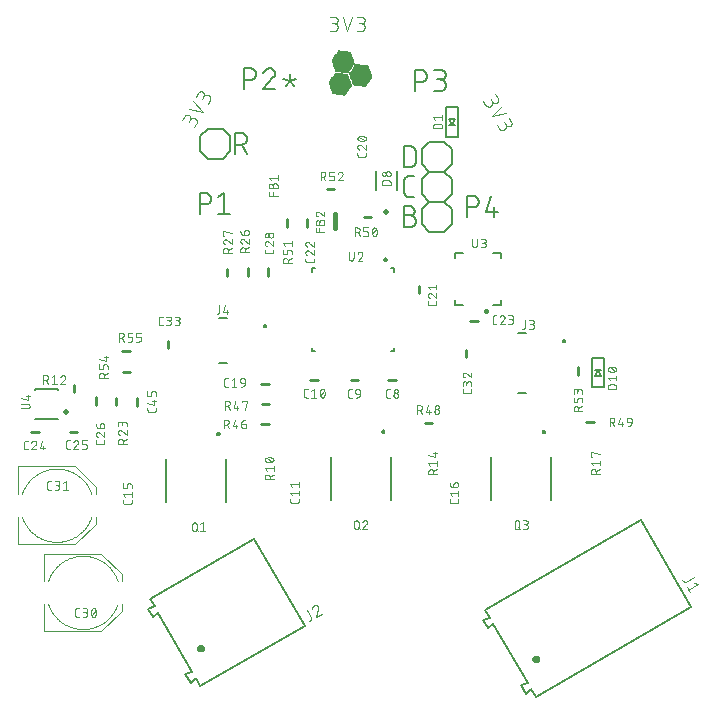
<source format=gbr>
G04 EAGLE Gerber RS-274X export*
G75*
%MOMM*%
%FSLAX34Y34*%
%LPD*%
%INSilkscreen Top*%
%IPPOS*%
%AMOC8*
5,1,8,0,0,1.08239X$1,22.5*%
G01*
%ADD10C,0.152400*%
%ADD11C,0.101600*%
%ADD12R,0.751331X0.014731*%
%ADD13R,0.883919X0.014731*%
%ADD14R,1.001775X0.014731*%
%ADD15R,1.119631X0.014731*%
%ADD16R,1.134363X0.014731*%
%ADD17R,1.149094X0.014731*%
%ADD18R,1.163825X0.014731*%
%ADD19R,1.178556X0.014731*%
%ADD20R,1.193288X0.014731*%
%ADD21R,1.222756X0.014731*%
%ADD22R,1.237488X0.014731*%
%ADD23R,1.266950X0.014731*%
%ADD24R,1.281681X0.014731*%
%ADD25R,1.311144X0.014731*%
%ADD26R,1.325881X0.014731*%
%ADD27R,1.355344X0.014731*%
%ADD28R,1.370075X0.014731*%
%ADD29R,1.384806X0.014731*%
%ADD30R,1.399538X0.014731*%
%ADD31R,1.414275X0.014731*%
%ADD32R,1.443738X0.014731*%
%ADD33R,1.458469X0.014731*%
%ADD34R,1.487931X0.014731*%
%ADD35R,1.502663X0.014731*%
%ADD36R,1.517394X0.014731*%
%ADD37R,1.532125X0.014731*%
%ADD38R,1.546856X0.014731*%
%ADD39R,1.576319X0.014731*%
%ADD40R,1.605788X0.014731*%
%ADD41R,1.620519X0.014731*%
%ADD42R,1.649981X0.014731*%
%ADD43R,1.664713X0.014731*%
%ADD44R,1.694175X0.014731*%
%ADD45R,1.708913X0.014731*%
%ADD46R,1.738375X0.014731*%
%ADD47R,1.753106X0.014731*%
%ADD48R,1.767838X0.014731*%
%ADD49R,1.782569X0.014731*%
%ADD50R,1.797306X0.014731*%
%ADD51R,0.117856X0.014731*%
%ADD52R,1.826769X0.014731*%
%ADD53R,0.235713X0.014731*%
%ADD54R,0.353569X0.014731*%
%ADD55R,1.856231X0.014731*%
%ADD56R,0.486156X0.014731*%
%ADD57R,1.870963X0.014731*%
%ADD58R,0.604013X0.014731*%
%ADD59R,0.721869X0.014731*%
%ADD60R,1.885694X0.014731*%
%ADD61R,0.839719X0.014731*%
%ADD62R,0.972306X0.014731*%
%ADD63R,1.090169X0.014731*%
%ADD64R,1.208025X0.014731*%
%ADD65R,1.252219X0.014731*%
%ADD66R,1.296412X0.014731*%
%ADD67R,1.340612X0.014731*%
%ADD68R,1.826763X0.014731*%
%ADD69R,1.414269X0.014731*%
%ADD70R,1.812031X0.014731*%
%ADD71R,1.429000X0.014731*%
%ADD72R,1.458462X0.014731*%
%ADD73R,1.473200X0.014731*%
%ADD74R,1.723644X0.014731*%
%ADD75R,1.694181X0.014731*%
%ADD76R,1.679450X0.014731*%
%ADD77R,1.561594X0.014731*%
%ADD78R,1.576325X0.014731*%
%ADD79R,1.591056X0.014731*%
%ADD80R,1.635250X0.014731*%
%ADD81R,1.561588X0.014731*%
%ADD82R,1.443731X0.014731*%
%ADD83R,1.797300X0.014731*%
%ADD84R,1.841500X0.014731*%
%ADD85R,1.311150X0.014731*%
%ADD86R,1.296419X0.014731*%
%ADD87R,1.193294X0.014731*%
%ADD88R,0.957575X0.014731*%
%ADD89R,0.589281X0.014731*%
%ADD90R,0.471425X0.014731*%
%ADD91R,0.220975X0.014731*%
%ADD92R,1.812038X0.014731*%
%ADD93R,0.103119X0.014731*%
%ADD94R,0.029463X0.014731*%
%ADD95R,0.162050X0.014731*%
%ADD96R,0.265175X0.014731*%
%ADD97R,0.397763X0.014731*%
%ADD98R,0.515619X0.014731*%
%ADD99R,0.648206X0.014731*%
%ADD100R,1.679444X0.014731*%
%ADD101R,1.016506X0.014731*%
%ADD102R,1.104900X0.014731*%
%ADD103R,1.222750X0.014731*%
%ADD104R,1.434338X0.014731*%
%ADD105R,1.208019X0.014731*%
%ADD106R,0.987044X0.014731*%
%ADD107R,0.854456X0.014731*%
%ADD108R,0.618744X0.014731*%
%ADD109R,0.500888X0.014731*%
%ADD110R,0.368300X0.014731*%
%ADD111R,0.132587X0.014731*%
%ADD112R,0.014731X0.014731*%
%ADD113R,1.664719X0.014731*%
%ADD114R,1.075438X0.014731*%
%ADD115R,0.942844X0.014731*%
%ADD116R,0.707131X0.014731*%
%ADD117R,0.456694X0.014731*%
%ADD118R,0.088388X0.014731*%
%ADD119C,0.127000*%
%ADD120C,0.076200*%
%ADD121C,0.200000*%
%ADD122C,0.254000*%
%ADD123C,0.406400*%
%ADD124C,0.150000*%
%ADD125C,0.500000*%
%ADD126C,0.400000*%
%ADD127C,0.177800*%
%ADD128C,0.304800*%


D10*
X-124606Y333473D02*
X-124606Y351253D01*
X-119667Y351253D01*
X-119527Y351251D01*
X-119388Y351245D01*
X-119248Y351235D01*
X-119109Y351221D01*
X-118970Y351204D01*
X-118832Y351182D01*
X-118695Y351156D01*
X-118558Y351127D01*
X-118422Y351094D01*
X-118288Y351057D01*
X-118154Y351016D01*
X-118022Y350971D01*
X-117890Y350922D01*
X-117761Y350870D01*
X-117633Y350815D01*
X-117506Y350755D01*
X-117381Y350692D01*
X-117258Y350626D01*
X-117137Y350556D01*
X-117018Y350483D01*
X-116901Y350406D01*
X-116787Y350326D01*
X-116674Y350243D01*
X-116564Y350157D01*
X-116457Y350067D01*
X-116352Y349975D01*
X-116250Y349880D01*
X-116150Y349782D01*
X-116053Y349681D01*
X-115959Y349577D01*
X-115869Y349471D01*
X-115781Y349362D01*
X-115696Y349251D01*
X-115615Y349137D01*
X-115536Y349022D01*
X-115461Y348904D01*
X-115390Y348784D01*
X-115322Y348661D01*
X-115257Y348538D01*
X-115196Y348412D01*
X-115138Y348284D01*
X-115084Y348156D01*
X-115034Y348025D01*
X-114987Y347893D01*
X-114944Y347760D01*
X-114905Y347626D01*
X-114870Y347491D01*
X-114839Y347355D01*
X-114811Y347217D01*
X-114788Y347080D01*
X-114768Y346941D01*
X-114752Y346802D01*
X-114740Y346663D01*
X-114732Y346524D01*
X-114728Y346384D01*
X-114728Y346244D01*
X-114732Y346104D01*
X-114740Y345965D01*
X-114752Y345826D01*
X-114768Y345687D01*
X-114788Y345548D01*
X-114811Y345411D01*
X-114839Y345273D01*
X-114870Y345137D01*
X-114905Y345002D01*
X-114944Y344868D01*
X-114987Y344735D01*
X-115034Y344603D01*
X-115084Y344472D01*
X-115138Y344344D01*
X-115196Y344216D01*
X-115257Y344090D01*
X-115322Y343967D01*
X-115390Y343845D01*
X-115461Y343724D01*
X-115536Y343606D01*
X-115615Y343491D01*
X-115696Y343377D01*
X-115781Y343266D01*
X-115869Y343157D01*
X-115959Y343051D01*
X-116053Y342947D01*
X-116150Y342846D01*
X-116250Y342748D01*
X-116352Y342653D01*
X-116457Y342561D01*
X-116564Y342471D01*
X-116674Y342385D01*
X-116787Y342302D01*
X-116901Y342222D01*
X-117018Y342145D01*
X-117137Y342072D01*
X-117258Y342002D01*
X-117381Y341936D01*
X-117506Y341873D01*
X-117633Y341813D01*
X-117761Y341758D01*
X-117890Y341706D01*
X-118022Y341657D01*
X-118154Y341612D01*
X-118288Y341571D01*
X-118422Y341534D01*
X-118558Y341501D01*
X-118695Y341472D01*
X-118832Y341446D01*
X-118970Y341424D01*
X-119109Y341407D01*
X-119248Y341393D01*
X-119388Y341383D01*
X-119527Y341377D01*
X-119667Y341375D01*
X-124606Y341375D01*
X-108611Y347302D02*
X-103672Y351253D01*
X-103672Y333473D01*
X-108611Y333473D02*
X-98733Y333473D01*
X101867Y331060D02*
X101867Y348840D01*
X106806Y348840D01*
X106946Y348838D01*
X107085Y348832D01*
X107225Y348822D01*
X107364Y348808D01*
X107503Y348791D01*
X107641Y348769D01*
X107778Y348743D01*
X107915Y348714D01*
X108051Y348681D01*
X108185Y348644D01*
X108319Y348603D01*
X108451Y348558D01*
X108583Y348509D01*
X108712Y348457D01*
X108840Y348402D01*
X108967Y348342D01*
X109092Y348279D01*
X109215Y348213D01*
X109336Y348143D01*
X109455Y348070D01*
X109572Y347993D01*
X109686Y347913D01*
X109799Y347830D01*
X109909Y347744D01*
X110016Y347654D01*
X110121Y347562D01*
X110223Y347467D01*
X110323Y347369D01*
X110420Y347268D01*
X110514Y347164D01*
X110604Y347058D01*
X110692Y346949D01*
X110777Y346838D01*
X110858Y346724D01*
X110937Y346609D01*
X111012Y346491D01*
X111083Y346371D01*
X111151Y346248D01*
X111216Y346125D01*
X111277Y345999D01*
X111335Y345871D01*
X111389Y345743D01*
X111439Y345612D01*
X111486Y345480D01*
X111529Y345347D01*
X111568Y345213D01*
X111603Y345078D01*
X111634Y344942D01*
X111662Y344804D01*
X111685Y344667D01*
X111705Y344528D01*
X111721Y344389D01*
X111733Y344250D01*
X111741Y344111D01*
X111745Y343971D01*
X111745Y343831D01*
X111741Y343691D01*
X111733Y343552D01*
X111721Y343413D01*
X111705Y343274D01*
X111685Y343135D01*
X111662Y342998D01*
X111634Y342860D01*
X111603Y342724D01*
X111568Y342589D01*
X111529Y342455D01*
X111486Y342322D01*
X111439Y342190D01*
X111389Y342059D01*
X111335Y341931D01*
X111277Y341803D01*
X111216Y341677D01*
X111151Y341554D01*
X111083Y341432D01*
X111012Y341311D01*
X110937Y341193D01*
X110858Y341078D01*
X110777Y340964D01*
X110692Y340853D01*
X110604Y340744D01*
X110514Y340638D01*
X110420Y340534D01*
X110323Y340433D01*
X110223Y340335D01*
X110121Y340240D01*
X110016Y340148D01*
X109909Y340058D01*
X109799Y339972D01*
X109686Y339889D01*
X109572Y339809D01*
X109455Y339732D01*
X109336Y339659D01*
X109215Y339589D01*
X109092Y339523D01*
X108967Y339460D01*
X108840Y339400D01*
X108712Y339345D01*
X108583Y339293D01*
X108451Y339244D01*
X108319Y339199D01*
X108185Y339158D01*
X108051Y339121D01*
X107915Y339088D01*
X107778Y339059D01*
X107641Y339033D01*
X107503Y339011D01*
X107364Y338994D01*
X107225Y338980D01*
X107085Y338970D01*
X106946Y338964D01*
X106806Y338962D01*
X101867Y338962D01*
X117862Y335011D02*
X121813Y348840D01*
X117862Y335011D02*
X127740Y335011D01*
X124776Y338962D02*
X124776Y331060D01*
X-86549Y439010D02*
X-86549Y456790D01*
X-81610Y456790D01*
X-81470Y456788D01*
X-81331Y456782D01*
X-81191Y456772D01*
X-81052Y456758D01*
X-80913Y456741D01*
X-80775Y456719D01*
X-80638Y456693D01*
X-80501Y456664D01*
X-80365Y456631D01*
X-80231Y456594D01*
X-80097Y456553D01*
X-79965Y456508D01*
X-79833Y456459D01*
X-79704Y456407D01*
X-79576Y456352D01*
X-79449Y456292D01*
X-79324Y456229D01*
X-79201Y456163D01*
X-79080Y456093D01*
X-78961Y456020D01*
X-78844Y455943D01*
X-78730Y455863D01*
X-78617Y455780D01*
X-78507Y455694D01*
X-78400Y455604D01*
X-78295Y455512D01*
X-78193Y455417D01*
X-78093Y455319D01*
X-77996Y455218D01*
X-77902Y455114D01*
X-77812Y455008D01*
X-77724Y454899D01*
X-77639Y454788D01*
X-77558Y454674D01*
X-77479Y454559D01*
X-77404Y454441D01*
X-77333Y454321D01*
X-77265Y454198D01*
X-77200Y454075D01*
X-77139Y453949D01*
X-77081Y453821D01*
X-77027Y453693D01*
X-76977Y453562D01*
X-76930Y453430D01*
X-76887Y453297D01*
X-76848Y453163D01*
X-76813Y453028D01*
X-76782Y452892D01*
X-76754Y452754D01*
X-76731Y452617D01*
X-76711Y452478D01*
X-76695Y452339D01*
X-76683Y452200D01*
X-76675Y452061D01*
X-76671Y451921D01*
X-76671Y451781D01*
X-76675Y451641D01*
X-76683Y451502D01*
X-76695Y451363D01*
X-76711Y451224D01*
X-76731Y451085D01*
X-76754Y450948D01*
X-76782Y450810D01*
X-76813Y450674D01*
X-76848Y450539D01*
X-76887Y450405D01*
X-76930Y450272D01*
X-76977Y450140D01*
X-77027Y450009D01*
X-77081Y449881D01*
X-77139Y449753D01*
X-77200Y449627D01*
X-77265Y449504D01*
X-77333Y449382D01*
X-77404Y449261D01*
X-77479Y449143D01*
X-77558Y449028D01*
X-77639Y448914D01*
X-77724Y448803D01*
X-77812Y448694D01*
X-77902Y448588D01*
X-77996Y448484D01*
X-78093Y448383D01*
X-78193Y448285D01*
X-78295Y448190D01*
X-78400Y448098D01*
X-78507Y448008D01*
X-78617Y447922D01*
X-78730Y447839D01*
X-78844Y447759D01*
X-78961Y447682D01*
X-79080Y447609D01*
X-79201Y447539D01*
X-79324Y447473D01*
X-79449Y447410D01*
X-79576Y447350D01*
X-79704Y447295D01*
X-79833Y447243D01*
X-79965Y447194D01*
X-80097Y447149D01*
X-80231Y447108D01*
X-80365Y447071D01*
X-80501Y447038D01*
X-80638Y447009D01*
X-80775Y446983D01*
X-80913Y446961D01*
X-81052Y446944D01*
X-81191Y446930D01*
X-81331Y446920D01*
X-81470Y446914D01*
X-81610Y446912D01*
X-86549Y446912D01*
X-65121Y456790D02*
X-64989Y456788D01*
X-64858Y456782D01*
X-64726Y456772D01*
X-64595Y456759D01*
X-64465Y456741D01*
X-64335Y456720D01*
X-64205Y456695D01*
X-64077Y456666D01*
X-63949Y456633D01*
X-63823Y456596D01*
X-63697Y456556D01*
X-63573Y456512D01*
X-63450Y456464D01*
X-63329Y456413D01*
X-63209Y456358D01*
X-63091Y456300D01*
X-62975Y456238D01*
X-62861Y456172D01*
X-62748Y456104D01*
X-62638Y456032D01*
X-62530Y455957D01*
X-62424Y455878D01*
X-62320Y455797D01*
X-62219Y455712D01*
X-62121Y455625D01*
X-62025Y455534D01*
X-61932Y455441D01*
X-61841Y455345D01*
X-61754Y455247D01*
X-61669Y455146D01*
X-61588Y455042D01*
X-61509Y454936D01*
X-61434Y454828D01*
X-61362Y454718D01*
X-61294Y454605D01*
X-61228Y454491D01*
X-61166Y454375D01*
X-61108Y454257D01*
X-61053Y454137D01*
X-61002Y454016D01*
X-60954Y453893D01*
X-60910Y453769D01*
X-60870Y453643D01*
X-60833Y453517D01*
X-60800Y453389D01*
X-60771Y453261D01*
X-60746Y453131D01*
X-60725Y453001D01*
X-60707Y452871D01*
X-60694Y452740D01*
X-60684Y452608D01*
X-60678Y452477D01*
X-60676Y452345D01*
X-65121Y456790D02*
X-65271Y456788D01*
X-65420Y456782D01*
X-65569Y456772D01*
X-65718Y456759D01*
X-65867Y456741D01*
X-66015Y456720D01*
X-66163Y456694D01*
X-66309Y456665D01*
X-66455Y456632D01*
X-66600Y456595D01*
X-66744Y456554D01*
X-66887Y456510D01*
X-67029Y456462D01*
X-67169Y456410D01*
X-67308Y456355D01*
X-67446Y456296D01*
X-67581Y456233D01*
X-67716Y456167D01*
X-67848Y456097D01*
X-67978Y456024D01*
X-68107Y455947D01*
X-68234Y455867D01*
X-68358Y455784D01*
X-68480Y455698D01*
X-68600Y455608D01*
X-68717Y455515D01*
X-68832Y455420D01*
X-68945Y455321D01*
X-69055Y455219D01*
X-69162Y455115D01*
X-69266Y455008D01*
X-69368Y454898D01*
X-69466Y454785D01*
X-69562Y454670D01*
X-69654Y454552D01*
X-69744Y454432D01*
X-69830Y454310D01*
X-69913Y454186D01*
X-69993Y454059D01*
X-70069Y453931D01*
X-70142Y453800D01*
X-70212Y453667D01*
X-70278Y453533D01*
X-70340Y453397D01*
X-70399Y453260D01*
X-70455Y453121D01*
X-70506Y452980D01*
X-70554Y452839D01*
X-62159Y448888D02*
X-62063Y448981D01*
X-61971Y449077D01*
X-61881Y449176D01*
X-61794Y449277D01*
X-61710Y449380D01*
X-61628Y449485D01*
X-61550Y449593D01*
X-61475Y449703D01*
X-61402Y449815D01*
X-61333Y449929D01*
X-61267Y450045D01*
X-61205Y450163D01*
X-61146Y450282D01*
X-61090Y450403D01*
X-61037Y450526D01*
X-60988Y450650D01*
X-60943Y450775D01*
X-60900Y450902D01*
X-60862Y451029D01*
X-60827Y451158D01*
X-60796Y451287D01*
X-60768Y451418D01*
X-60744Y451549D01*
X-60723Y451681D01*
X-60707Y451813D01*
X-60694Y451946D01*
X-60684Y452079D01*
X-60679Y452212D01*
X-60677Y452345D01*
X-62158Y448888D02*
X-70554Y439010D01*
X-60676Y439010D01*
X-48306Y445924D02*
X-48306Y451851D01*
X-48306Y445924D02*
X-44849Y441479D01*
X-48306Y445924D02*
X-51764Y441479D01*
X-48306Y445924D02*
X-42874Y447900D01*
X-48306Y445924D02*
X-53739Y447900D01*
X58084Y455203D02*
X58084Y437423D01*
X58084Y455203D02*
X63022Y455203D01*
X63162Y455201D01*
X63301Y455195D01*
X63441Y455185D01*
X63580Y455171D01*
X63719Y455154D01*
X63857Y455132D01*
X63994Y455106D01*
X64131Y455077D01*
X64267Y455044D01*
X64401Y455007D01*
X64535Y454966D01*
X64667Y454921D01*
X64799Y454872D01*
X64928Y454820D01*
X65056Y454765D01*
X65183Y454705D01*
X65308Y454642D01*
X65431Y454576D01*
X65552Y454506D01*
X65671Y454433D01*
X65788Y454356D01*
X65902Y454276D01*
X66015Y454193D01*
X66125Y454107D01*
X66232Y454017D01*
X66337Y453925D01*
X66439Y453830D01*
X66539Y453732D01*
X66636Y453631D01*
X66730Y453527D01*
X66820Y453421D01*
X66908Y453312D01*
X66993Y453201D01*
X67074Y453087D01*
X67153Y452972D01*
X67228Y452854D01*
X67299Y452734D01*
X67367Y452611D01*
X67432Y452488D01*
X67493Y452362D01*
X67551Y452234D01*
X67605Y452106D01*
X67655Y451975D01*
X67702Y451843D01*
X67745Y451710D01*
X67784Y451576D01*
X67819Y451441D01*
X67850Y451305D01*
X67878Y451167D01*
X67901Y451030D01*
X67921Y450891D01*
X67937Y450752D01*
X67949Y450613D01*
X67957Y450474D01*
X67961Y450334D01*
X67961Y450194D01*
X67957Y450054D01*
X67949Y449915D01*
X67937Y449776D01*
X67921Y449637D01*
X67901Y449498D01*
X67878Y449361D01*
X67850Y449223D01*
X67819Y449087D01*
X67784Y448952D01*
X67745Y448818D01*
X67702Y448685D01*
X67655Y448553D01*
X67605Y448422D01*
X67551Y448294D01*
X67493Y448166D01*
X67432Y448040D01*
X67367Y447917D01*
X67299Y447795D01*
X67228Y447674D01*
X67153Y447556D01*
X67074Y447441D01*
X66993Y447327D01*
X66908Y447216D01*
X66820Y447107D01*
X66730Y447001D01*
X66636Y446897D01*
X66539Y446796D01*
X66439Y446698D01*
X66337Y446603D01*
X66232Y446511D01*
X66125Y446421D01*
X66015Y446335D01*
X65902Y446252D01*
X65788Y446172D01*
X65671Y446095D01*
X65552Y446022D01*
X65431Y445952D01*
X65308Y445886D01*
X65183Y445823D01*
X65056Y445763D01*
X64928Y445708D01*
X64799Y445656D01*
X64667Y445607D01*
X64535Y445562D01*
X64401Y445521D01*
X64267Y445484D01*
X64131Y445451D01*
X63994Y445422D01*
X63857Y445396D01*
X63719Y445374D01*
X63580Y445357D01*
X63441Y445343D01*
X63301Y445333D01*
X63162Y445327D01*
X63022Y445325D01*
X58084Y445325D01*
X74079Y437423D02*
X79018Y437423D01*
X79018Y437422D02*
X79158Y437424D01*
X79297Y437430D01*
X79437Y437440D01*
X79576Y437454D01*
X79715Y437471D01*
X79853Y437493D01*
X79990Y437519D01*
X80127Y437548D01*
X80263Y437581D01*
X80397Y437618D01*
X80531Y437659D01*
X80663Y437704D01*
X80795Y437753D01*
X80924Y437805D01*
X81052Y437860D01*
X81179Y437920D01*
X81304Y437983D01*
X81427Y438049D01*
X81548Y438119D01*
X81667Y438192D01*
X81784Y438269D01*
X81898Y438349D01*
X82011Y438432D01*
X82121Y438518D01*
X82228Y438608D01*
X82333Y438700D01*
X82435Y438795D01*
X82535Y438893D01*
X82632Y438994D01*
X82726Y439098D01*
X82816Y439204D01*
X82904Y439313D01*
X82989Y439424D01*
X83070Y439538D01*
X83149Y439653D01*
X83224Y439771D01*
X83295Y439892D01*
X83363Y440014D01*
X83428Y440137D01*
X83489Y440263D01*
X83547Y440391D01*
X83601Y440519D01*
X83651Y440650D01*
X83698Y440782D01*
X83741Y440915D01*
X83780Y441049D01*
X83815Y441184D01*
X83846Y441320D01*
X83874Y441458D01*
X83897Y441595D01*
X83917Y441734D01*
X83933Y441873D01*
X83945Y442012D01*
X83953Y442151D01*
X83957Y442291D01*
X83957Y442431D01*
X83953Y442571D01*
X83945Y442710D01*
X83933Y442849D01*
X83917Y442988D01*
X83897Y443127D01*
X83874Y443264D01*
X83846Y443402D01*
X83815Y443538D01*
X83780Y443673D01*
X83741Y443807D01*
X83698Y443940D01*
X83651Y444072D01*
X83601Y444203D01*
X83547Y444331D01*
X83489Y444459D01*
X83428Y444585D01*
X83363Y444708D01*
X83295Y444831D01*
X83224Y444951D01*
X83149Y445069D01*
X83070Y445184D01*
X82989Y445298D01*
X82904Y445409D01*
X82816Y445518D01*
X82726Y445624D01*
X82632Y445728D01*
X82535Y445829D01*
X82435Y445927D01*
X82333Y446022D01*
X82228Y446114D01*
X82121Y446204D01*
X82011Y446290D01*
X81898Y446373D01*
X81784Y446453D01*
X81667Y446530D01*
X81548Y446603D01*
X81427Y446673D01*
X81304Y446739D01*
X81179Y446802D01*
X81052Y446862D01*
X80924Y446917D01*
X80795Y446969D01*
X80663Y447018D01*
X80531Y447063D01*
X80397Y447104D01*
X80263Y447141D01*
X80127Y447174D01*
X79990Y447203D01*
X79853Y447229D01*
X79715Y447251D01*
X79576Y447268D01*
X79437Y447282D01*
X79297Y447292D01*
X79158Y447298D01*
X79018Y447300D01*
X80005Y455203D02*
X74079Y455203D01*
X80005Y455202D02*
X80129Y455200D01*
X80253Y455194D01*
X80377Y455184D01*
X80500Y455171D01*
X80623Y455153D01*
X80745Y455132D01*
X80867Y455107D01*
X80988Y455078D01*
X81107Y455045D01*
X81226Y455009D01*
X81343Y454968D01*
X81459Y454925D01*
X81574Y454877D01*
X81687Y454826D01*
X81799Y454771D01*
X81908Y454713D01*
X82016Y454652D01*
X82122Y454587D01*
X82226Y454519D01*
X82327Y454447D01*
X82427Y454373D01*
X82523Y454295D01*
X82618Y454215D01*
X82710Y454131D01*
X82799Y454045D01*
X82885Y453956D01*
X82969Y453864D01*
X83049Y453769D01*
X83127Y453673D01*
X83201Y453573D01*
X83273Y453472D01*
X83341Y453368D01*
X83406Y453262D01*
X83467Y453154D01*
X83525Y453045D01*
X83580Y452933D01*
X83631Y452820D01*
X83679Y452705D01*
X83722Y452589D01*
X83763Y452472D01*
X83799Y452353D01*
X83832Y452234D01*
X83861Y452113D01*
X83886Y451991D01*
X83907Y451869D01*
X83925Y451746D01*
X83938Y451623D01*
X83948Y451499D01*
X83954Y451375D01*
X83956Y451251D01*
X83954Y451127D01*
X83948Y451003D01*
X83938Y450879D01*
X83925Y450756D01*
X83907Y450633D01*
X83886Y450511D01*
X83861Y450389D01*
X83832Y450268D01*
X83799Y450149D01*
X83763Y450030D01*
X83722Y449913D01*
X83679Y449797D01*
X83631Y449682D01*
X83580Y449569D01*
X83525Y449457D01*
X83467Y449348D01*
X83406Y449240D01*
X83341Y449134D01*
X83273Y449030D01*
X83201Y448929D01*
X83127Y448829D01*
X83049Y448733D01*
X82969Y448638D01*
X82885Y448546D01*
X82799Y448457D01*
X82710Y448371D01*
X82618Y448287D01*
X82523Y448207D01*
X82427Y448129D01*
X82327Y448055D01*
X82226Y447983D01*
X82122Y447915D01*
X82016Y447850D01*
X81908Y447789D01*
X81799Y447731D01*
X81687Y447676D01*
X81574Y447625D01*
X81459Y447577D01*
X81343Y447534D01*
X81226Y447493D01*
X81107Y447457D01*
X80988Y447424D01*
X80867Y447395D01*
X80745Y447370D01*
X80623Y447349D01*
X80500Y447331D01*
X80377Y447318D01*
X80253Y447308D01*
X80129Y447302D01*
X80005Y447300D01*
X76054Y447300D01*
X53558Y332207D02*
X48619Y332207D01*
X53558Y332207D02*
X53698Y332205D01*
X53837Y332199D01*
X53977Y332189D01*
X54116Y332175D01*
X54255Y332158D01*
X54393Y332136D01*
X54530Y332110D01*
X54667Y332081D01*
X54803Y332048D01*
X54937Y332011D01*
X55071Y331970D01*
X55203Y331925D01*
X55335Y331876D01*
X55464Y331824D01*
X55592Y331769D01*
X55719Y331709D01*
X55844Y331646D01*
X55967Y331580D01*
X56088Y331510D01*
X56207Y331437D01*
X56324Y331360D01*
X56438Y331280D01*
X56551Y331197D01*
X56661Y331111D01*
X56768Y331021D01*
X56873Y330929D01*
X56975Y330834D01*
X57075Y330736D01*
X57172Y330635D01*
X57266Y330531D01*
X57356Y330425D01*
X57444Y330316D01*
X57529Y330205D01*
X57610Y330091D01*
X57689Y329976D01*
X57764Y329858D01*
X57835Y329738D01*
X57903Y329615D01*
X57968Y329492D01*
X58029Y329366D01*
X58087Y329238D01*
X58141Y329110D01*
X58191Y328979D01*
X58238Y328847D01*
X58281Y328714D01*
X58320Y328580D01*
X58355Y328445D01*
X58386Y328309D01*
X58414Y328171D01*
X58437Y328034D01*
X58457Y327895D01*
X58473Y327756D01*
X58485Y327617D01*
X58493Y327478D01*
X58497Y327338D01*
X58497Y327198D01*
X58493Y327058D01*
X58485Y326919D01*
X58473Y326780D01*
X58457Y326641D01*
X58437Y326502D01*
X58414Y326365D01*
X58386Y326227D01*
X58355Y326091D01*
X58320Y325956D01*
X58281Y325822D01*
X58238Y325689D01*
X58191Y325557D01*
X58141Y325426D01*
X58087Y325298D01*
X58029Y325170D01*
X57968Y325044D01*
X57903Y324921D01*
X57835Y324799D01*
X57764Y324678D01*
X57689Y324560D01*
X57610Y324445D01*
X57529Y324331D01*
X57444Y324220D01*
X57356Y324111D01*
X57266Y324005D01*
X57172Y323901D01*
X57075Y323800D01*
X56975Y323702D01*
X56873Y323607D01*
X56768Y323515D01*
X56661Y323425D01*
X56551Y323339D01*
X56438Y323256D01*
X56324Y323176D01*
X56207Y323099D01*
X56088Y323026D01*
X55967Y322956D01*
X55844Y322890D01*
X55719Y322827D01*
X55592Y322767D01*
X55464Y322712D01*
X55335Y322660D01*
X55203Y322611D01*
X55071Y322566D01*
X54937Y322525D01*
X54803Y322488D01*
X54667Y322455D01*
X54530Y322426D01*
X54393Y322400D01*
X54255Y322378D01*
X54116Y322361D01*
X53977Y322347D01*
X53837Y322337D01*
X53698Y322331D01*
X53558Y322329D01*
X48619Y322329D01*
X48619Y340109D01*
X53558Y340109D01*
X53682Y340107D01*
X53806Y340101D01*
X53930Y340091D01*
X54053Y340078D01*
X54176Y340060D01*
X54298Y340039D01*
X54420Y340014D01*
X54541Y339985D01*
X54660Y339952D01*
X54779Y339916D01*
X54896Y339875D01*
X55012Y339832D01*
X55127Y339784D01*
X55240Y339733D01*
X55352Y339678D01*
X55461Y339620D01*
X55569Y339559D01*
X55675Y339494D01*
X55779Y339426D01*
X55880Y339354D01*
X55980Y339280D01*
X56076Y339202D01*
X56171Y339122D01*
X56263Y339038D01*
X56352Y338952D01*
X56438Y338863D01*
X56522Y338771D01*
X56602Y338676D01*
X56680Y338580D01*
X56754Y338480D01*
X56826Y338379D01*
X56894Y338275D01*
X56959Y338169D01*
X57020Y338061D01*
X57078Y337952D01*
X57133Y337840D01*
X57184Y337727D01*
X57232Y337612D01*
X57275Y337496D01*
X57316Y337379D01*
X57352Y337260D01*
X57385Y337141D01*
X57414Y337020D01*
X57439Y336898D01*
X57460Y336776D01*
X57478Y336653D01*
X57491Y336530D01*
X57501Y336406D01*
X57507Y336282D01*
X57509Y336158D01*
X57507Y336034D01*
X57501Y335910D01*
X57491Y335786D01*
X57478Y335663D01*
X57460Y335540D01*
X57439Y335418D01*
X57414Y335296D01*
X57385Y335175D01*
X57352Y335056D01*
X57316Y334937D01*
X57275Y334820D01*
X57232Y334704D01*
X57184Y334589D01*
X57133Y334476D01*
X57078Y334364D01*
X57020Y334255D01*
X56959Y334147D01*
X56894Y334041D01*
X56826Y333937D01*
X56754Y333836D01*
X56680Y333736D01*
X56602Y333640D01*
X56522Y333545D01*
X56438Y333453D01*
X56352Y333364D01*
X56263Y333278D01*
X56171Y333194D01*
X56076Y333114D01*
X55980Y333036D01*
X55880Y332962D01*
X55779Y332890D01*
X55675Y332822D01*
X55569Y332757D01*
X55461Y332696D01*
X55352Y332638D01*
X55240Y332583D01*
X55127Y332532D01*
X55012Y332484D01*
X54896Y332441D01*
X54779Y332400D01*
X54660Y332364D01*
X54541Y332331D01*
X54420Y332302D01*
X54298Y332277D01*
X54176Y332256D01*
X54053Y332238D01*
X53930Y332225D01*
X53806Y332215D01*
X53682Y332209D01*
X53558Y332207D01*
X52764Y347729D02*
X56715Y347729D01*
X52764Y347729D02*
X52640Y347731D01*
X52516Y347737D01*
X52392Y347747D01*
X52269Y347760D01*
X52146Y347778D01*
X52024Y347799D01*
X51902Y347824D01*
X51781Y347853D01*
X51662Y347886D01*
X51543Y347922D01*
X51426Y347963D01*
X51310Y348006D01*
X51195Y348054D01*
X51082Y348105D01*
X50970Y348160D01*
X50861Y348218D01*
X50753Y348279D01*
X50647Y348344D01*
X50543Y348412D01*
X50442Y348484D01*
X50342Y348558D01*
X50246Y348636D01*
X50151Y348716D01*
X50059Y348800D01*
X49970Y348886D01*
X49884Y348975D01*
X49800Y349067D01*
X49720Y349162D01*
X49642Y349258D01*
X49568Y349358D01*
X49496Y349459D01*
X49428Y349563D01*
X49363Y349669D01*
X49302Y349777D01*
X49244Y349886D01*
X49189Y349998D01*
X49138Y350111D01*
X49090Y350226D01*
X49047Y350342D01*
X49006Y350459D01*
X48970Y350578D01*
X48937Y350697D01*
X48908Y350818D01*
X48883Y350940D01*
X48862Y351062D01*
X48844Y351185D01*
X48831Y351308D01*
X48821Y351432D01*
X48815Y351556D01*
X48813Y351680D01*
X48813Y361558D01*
X48815Y361682D01*
X48821Y361806D01*
X48831Y361930D01*
X48844Y362053D01*
X48862Y362176D01*
X48883Y362298D01*
X48908Y362420D01*
X48937Y362541D01*
X48970Y362660D01*
X49006Y362779D01*
X49047Y362896D01*
X49090Y363012D01*
X49138Y363127D01*
X49189Y363240D01*
X49244Y363352D01*
X49302Y363461D01*
X49363Y363569D01*
X49428Y363675D01*
X49496Y363779D01*
X49568Y363880D01*
X49642Y363980D01*
X49720Y364076D01*
X49800Y364171D01*
X49884Y364263D01*
X49970Y364352D01*
X50059Y364438D01*
X50151Y364522D01*
X50246Y364602D01*
X50342Y364680D01*
X50442Y364754D01*
X50543Y364826D01*
X50647Y364894D01*
X50753Y364959D01*
X50861Y365020D01*
X50970Y365078D01*
X51082Y365133D01*
X51195Y365184D01*
X51310Y365232D01*
X51426Y365275D01*
X51543Y365316D01*
X51662Y365352D01*
X51781Y365385D01*
X51902Y365414D01*
X52024Y365439D01*
X52146Y365460D01*
X52269Y365478D01*
X52392Y365491D01*
X52516Y365501D01*
X52640Y365507D01*
X52764Y365509D01*
X56715Y365509D01*
X48619Y373129D02*
X48619Y390909D01*
X53558Y390909D01*
X53697Y390907D01*
X53835Y390901D01*
X53973Y390892D01*
X54111Y390878D01*
X54248Y390861D01*
X54385Y390839D01*
X54522Y390814D01*
X54657Y390785D01*
X54792Y390752D01*
X54925Y390716D01*
X55058Y390676D01*
X55189Y390632D01*
X55319Y390584D01*
X55448Y390533D01*
X55575Y390478D01*
X55701Y390420D01*
X55825Y390358D01*
X55947Y390293D01*
X56067Y390224D01*
X56186Y390152D01*
X56302Y390077D01*
X56416Y389998D01*
X56528Y389916D01*
X56637Y389831D01*
X56745Y389744D01*
X56849Y389653D01*
X56951Y389559D01*
X57050Y389462D01*
X57147Y389363D01*
X57241Y389261D01*
X57332Y389157D01*
X57419Y389049D01*
X57504Y388940D01*
X57586Y388828D01*
X57665Y388714D01*
X57740Y388598D01*
X57812Y388479D01*
X57881Y388359D01*
X57946Y388237D01*
X58008Y388113D01*
X58066Y387987D01*
X58121Y387860D01*
X58172Y387731D01*
X58220Y387601D01*
X58264Y387470D01*
X58304Y387337D01*
X58340Y387204D01*
X58373Y387069D01*
X58402Y386934D01*
X58427Y386797D01*
X58449Y386660D01*
X58466Y386523D01*
X58480Y386385D01*
X58489Y386247D01*
X58495Y386109D01*
X58497Y385970D01*
X58496Y385970D02*
X58496Y378068D01*
X58497Y378068D02*
X58495Y377929D01*
X58489Y377791D01*
X58480Y377653D01*
X58466Y377515D01*
X58449Y377378D01*
X58427Y377241D01*
X58402Y377104D01*
X58373Y376969D01*
X58340Y376834D01*
X58304Y376701D01*
X58264Y376568D01*
X58220Y376437D01*
X58172Y376307D01*
X58121Y376178D01*
X58066Y376051D01*
X58008Y375925D01*
X57946Y375801D01*
X57881Y375679D01*
X57812Y375559D01*
X57740Y375440D01*
X57665Y375324D01*
X57586Y375210D01*
X57504Y375098D01*
X57419Y374989D01*
X57332Y374881D01*
X57241Y374777D01*
X57147Y374675D01*
X57050Y374576D01*
X56951Y374479D01*
X56849Y374385D01*
X56745Y374294D01*
X56637Y374207D01*
X56528Y374122D01*
X56416Y374040D01*
X56302Y373961D01*
X56186Y373886D01*
X56067Y373814D01*
X55947Y373745D01*
X55825Y373680D01*
X55701Y373618D01*
X55575Y373560D01*
X55448Y373505D01*
X55319Y373454D01*
X55189Y373406D01*
X55058Y373362D01*
X54925Y373322D01*
X54792Y373286D01*
X54657Y373253D01*
X54522Y373224D01*
X54385Y373199D01*
X54248Y373177D01*
X54111Y373160D01*
X53973Y373146D01*
X53835Y373137D01*
X53697Y373131D01*
X53558Y373129D01*
X48619Y373129D01*
X-94256Y384241D02*
X-94256Y402021D01*
X-89318Y402021D01*
X-89178Y402019D01*
X-89039Y402013D01*
X-88899Y402003D01*
X-88760Y401989D01*
X-88621Y401972D01*
X-88483Y401950D01*
X-88346Y401924D01*
X-88209Y401895D01*
X-88073Y401862D01*
X-87939Y401825D01*
X-87805Y401784D01*
X-87673Y401739D01*
X-87541Y401690D01*
X-87412Y401638D01*
X-87284Y401583D01*
X-87157Y401523D01*
X-87032Y401460D01*
X-86909Y401394D01*
X-86788Y401324D01*
X-86669Y401251D01*
X-86552Y401174D01*
X-86438Y401094D01*
X-86325Y401011D01*
X-86215Y400925D01*
X-86108Y400835D01*
X-86003Y400743D01*
X-85901Y400648D01*
X-85801Y400550D01*
X-85704Y400449D01*
X-85610Y400345D01*
X-85520Y400239D01*
X-85432Y400130D01*
X-85347Y400019D01*
X-85266Y399905D01*
X-85187Y399790D01*
X-85112Y399672D01*
X-85041Y399552D01*
X-84973Y399429D01*
X-84908Y399306D01*
X-84847Y399180D01*
X-84789Y399052D01*
X-84735Y398924D01*
X-84685Y398793D01*
X-84638Y398661D01*
X-84595Y398528D01*
X-84556Y398394D01*
X-84521Y398259D01*
X-84490Y398123D01*
X-84462Y397985D01*
X-84439Y397848D01*
X-84419Y397709D01*
X-84403Y397570D01*
X-84391Y397431D01*
X-84383Y397292D01*
X-84379Y397152D01*
X-84379Y397012D01*
X-84383Y396872D01*
X-84391Y396733D01*
X-84403Y396594D01*
X-84419Y396455D01*
X-84439Y396316D01*
X-84462Y396179D01*
X-84490Y396041D01*
X-84521Y395905D01*
X-84556Y395770D01*
X-84595Y395636D01*
X-84638Y395503D01*
X-84685Y395371D01*
X-84735Y395240D01*
X-84789Y395112D01*
X-84847Y394984D01*
X-84908Y394858D01*
X-84973Y394735D01*
X-85041Y394613D01*
X-85112Y394492D01*
X-85187Y394374D01*
X-85266Y394259D01*
X-85347Y394145D01*
X-85432Y394034D01*
X-85520Y393925D01*
X-85610Y393819D01*
X-85704Y393715D01*
X-85801Y393614D01*
X-85901Y393516D01*
X-86003Y393421D01*
X-86108Y393329D01*
X-86215Y393239D01*
X-86325Y393153D01*
X-86438Y393070D01*
X-86552Y392990D01*
X-86669Y392913D01*
X-86788Y392840D01*
X-86909Y392770D01*
X-87032Y392704D01*
X-87157Y392641D01*
X-87284Y392581D01*
X-87412Y392526D01*
X-87541Y392474D01*
X-87673Y392425D01*
X-87805Y392380D01*
X-87939Y392339D01*
X-88073Y392302D01*
X-88209Y392269D01*
X-88346Y392240D01*
X-88483Y392214D01*
X-88621Y392192D01*
X-88760Y392175D01*
X-88899Y392161D01*
X-89039Y392151D01*
X-89178Y392145D01*
X-89318Y392143D01*
X-94256Y392143D01*
X-88330Y392143D02*
X-84379Y384241D01*
D11*
X-127279Y409680D02*
X-128902Y406870D01*
X-127279Y409680D02*
X-127224Y409779D01*
X-127173Y409880D01*
X-127125Y409983D01*
X-127080Y410087D01*
X-127040Y410193D01*
X-127003Y410300D01*
X-126970Y410408D01*
X-126940Y410518D01*
X-126915Y410628D01*
X-126893Y410739D01*
X-126876Y410851D01*
X-126862Y410964D01*
X-126852Y411077D01*
X-126846Y411190D01*
X-126844Y411303D01*
X-126846Y411416D01*
X-126852Y411529D01*
X-126862Y411642D01*
X-126876Y411755D01*
X-126893Y411867D01*
X-126915Y411978D01*
X-126940Y412088D01*
X-126970Y412198D01*
X-127003Y412306D01*
X-127040Y412413D01*
X-127080Y412519D01*
X-127125Y412623D01*
X-127173Y412726D01*
X-127224Y412827D01*
X-127279Y412926D01*
X-127337Y413023D01*
X-127399Y413118D01*
X-127464Y413211D01*
X-127532Y413301D01*
X-127603Y413389D01*
X-127678Y413475D01*
X-127755Y413558D01*
X-127835Y413638D01*
X-127918Y413715D01*
X-128004Y413790D01*
X-128092Y413861D01*
X-128182Y413929D01*
X-128275Y413994D01*
X-128370Y414056D01*
X-128467Y414114D01*
X-128566Y414169D01*
X-128667Y414220D01*
X-128770Y414268D01*
X-128874Y414313D01*
X-128980Y414353D01*
X-129087Y414390D01*
X-129195Y414423D01*
X-129305Y414453D01*
X-129415Y414478D01*
X-129526Y414500D01*
X-129638Y414517D01*
X-129751Y414531D01*
X-129864Y414541D01*
X-129977Y414547D01*
X-130090Y414549D01*
X-130203Y414547D01*
X-130316Y414541D01*
X-130429Y414531D01*
X-130542Y414517D01*
X-130654Y414500D01*
X-130765Y414478D01*
X-130875Y414453D01*
X-130985Y414423D01*
X-131093Y414390D01*
X-131200Y414353D01*
X-131306Y414313D01*
X-131410Y414268D01*
X-131513Y414220D01*
X-131614Y414169D01*
X-131713Y414114D01*
X-131810Y414056D01*
X-131905Y413994D01*
X-131998Y413929D01*
X-132088Y413861D01*
X-132176Y413790D01*
X-132262Y413715D01*
X-132345Y413638D01*
X-132425Y413558D01*
X-132502Y413475D01*
X-132577Y413389D01*
X-132648Y413301D01*
X-132716Y413211D01*
X-132781Y413118D01*
X-132843Y413023D01*
X-132901Y412926D01*
X-137073Y416084D02*
X-139021Y412712D01*
X-137074Y416085D02*
X-137022Y416171D01*
X-136967Y416255D01*
X-136908Y416337D01*
X-136846Y416416D01*
X-136782Y416494D01*
X-136714Y416568D01*
X-136643Y416640D01*
X-136570Y416709D01*
X-136494Y416775D01*
X-136416Y416839D01*
X-136335Y416899D01*
X-136252Y416956D01*
X-136167Y417009D01*
X-136080Y417060D01*
X-135991Y417107D01*
X-135900Y417150D01*
X-135807Y417190D01*
X-135713Y417226D01*
X-135618Y417259D01*
X-135521Y417288D01*
X-135424Y417313D01*
X-135325Y417334D01*
X-135226Y417352D01*
X-135126Y417365D01*
X-135026Y417375D01*
X-134926Y417381D01*
X-134825Y417383D01*
X-134724Y417381D01*
X-134624Y417375D01*
X-134524Y417365D01*
X-134424Y417352D01*
X-134325Y417334D01*
X-134226Y417313D01*
X-134129Y417288D01*
X-134032Y417259D01*
X-133937Y417226D01*
X-133843Y417190D01*
X-133750Y417150D01*
X-133659Y417107D01*
X-133570Y417060D01*
X-133483Y417009D01*
X-133398Y416956D01*
X-133315Y416899D01*
X-133234Y416839D01*
X-133156Y416775D01*
X-133080Y416709D01*
X-133007Y416640D01*
X-132936Y416568D01*
X-132868Y416494D01*
X-132804Y416416D01*
X-132742Y416337D01*
X-132683Y416255D01*
X-132628Y416171D01*
X-132576Y416085D01*
X-132527Y415996D01*
X-132482Y415906D01*
X-132440Y415815D01*
X-132402Y415721D01*
X-132368Y415627D01*
X-132337Y415531D01*
X-132310Y415434D01*
X-132287Y415336D01*
X-132267Y415237D01*
X-132252Y415137D01*
X-132240Y415037D01*
X-132232Y414937D01*
X-132228Y414836D01*
X-132228Y414736D01*
X-132232Y414635D01*
X-132240Y414535D01*
X-132252Y414435D01*
X-132267Y414335D01*
X-132287Y414236D01*
X-132310Y414138D01*
X-132337Y414041D01*
X-132368Y413945D01*
X-132402Y413851D01*
X-132440Y413757D01*
X-132482Y413666D01*
X-132527Y413576D01*
X-132576Y413488D01*
X-133874Y411239D01*
X-133630Y422048D02*
X-121564Y419579D01*
X-129736Y428794D01*
X-117472Y426667D02*
X-115849Y429478D01*
X-115849Y429477D02*
X-115794Y429576D01*
X-115743Y429677D01*
X-115695Y429780D01*
X-115650Y429884D01*
X-115610Y429990D01*
X-115573Y430097D01*
X-115540Y430205D01*
X-115510Y430315D01*
X-115485Y430425D01*
X-115463Y430536D01*
X-115446Y430648D01*
X-115432Y430761D01*
X-115422Y430874D01*
X-115416Y430987D01*
X-115414Y431100D01*
X-115416Y431213D01*
X-115422Y431326D01*
X-115432Y431439D01*
X-115446Y431552D01*
X-115463Y431664D01*
X-115485Y431775D01*
X-115510Y431885D01*
X-115540Y431995D01*
X-115573Y432103D01*
X-115610Y432210D01*
X-115650Y432316D01*
X-115695Y432420D01*
X-115743Y432523D01*
X-115794Y432624D01*
X-115849Y432723D01*
X-115907Y432820D01*
X-115969Y432915D01*
X-116034Y433008D01*
X-116102Y433098D01*
X-116173Y433186D01*
X-116248Y433272D01*
X-116325Y433355D01*
X-116405Y433435D01*
X-116488Y433512D01*
X-116574Y433587D01*
X-116662Y433658D01*
X-116752Y433726D01*
X-116845Y433791D01*
X-116940Y433853D01*
X-117037Y433911D01*
X-117136Y433966D01*
X-117237Y434017D01*
X-117340Y434065D01*
X-117444Y434110D01*
X-117550Y434150D01*
X-117657Y434187D01*
X-117765Y434220D01*
X-117875Y434250D01*
X-117985Y434275D01*
X-118096Y434297D01*
X-118208Y434314D01*
X-118321Y434328D01*
X-118434Y434338D01*
X-118547Y434344D01*
X-118660Y434346D01*
X-118773Y434344D01*
X-118886Y434338D01*
X-118999Y434328D01*
X-119112Y434314D01*
X-119224Y434297D01*
X-119335Y434275D01*
X-119445Y434250D01*
X-119555Y434220D01*
X-119663Y434187D01*
X-119770Y434150D01*
X-119876Y434110D01*
X-119980Y434065D01*
X-120083Y434017D01*
X-120184Y433966D01*
X-120283Y433911D01*
X-120380Y433853D01*
X-120475Y433791D01*
X-120568Y433726D01*
X-120658Y433658D01*
X-120746Y433587D01*
X-120832Y433512D01*
X-120915Y433435D01*
X-120995Y433355D01*
X-121072Y433272D01*
X-121147Y433186D01*
X-121218Y433098D01*
X-121286Y433008D01*
X-121351Y432915D01*
X-121413Y432820D01*
X-121471Y432723D01*
X-125643Y435882D02*
X-127591Y432509D01*
X-125644Y435882D02*
X-125592Y435968D01*
X-125537Y436052D01*
X-125478Y436134D01*
X-125416Y436213D01*
X-125352Y436291D01*
X-125284Y436365D01*
X-125213Y436437D01*
X-125140Y436506D01*
X-125064Y436572D01*
X-124986Y436636D01*
X-124905Y436696D01*
X-124822Y436753D01*
X-124737Y436806D01*
X-124650Y436857D01*
X-124561Y436904D01*
X-124470Y436947D01*
X-124377Y436987D01*
X-124283Y437023D01*
X-124188Y437056D01*
X-124091Y437085D01*
X-123994Y437110D01*
X-123895Y437131D01*
X-123796Y437149D01*
X-123696Y437162D01*
X-123596Y437172D01*
X-123496Y437178D01*
X-123395Y437180D01*
X-123294Y437178D01*
X-123194Y437172D01*
X-123094Y437162D01*
X-122994Y437149D01*
X-122895Y437131D01*
X-122796Y437110D01*
X-122699Y437085D01*
X-122602Y437056D01*
X-122507Y437023D01*
X-122413Y436987D01*
X-122320Y436947D01*
X-122229Y436904D01*
X-122140Y436857D01*
X-122053Y436806D01*
X-121968Y436753D01*
X-121885Y436696D01*
X-121804Y436636D01*
X-121726Y436572D01*
X-121650Y436506D01*
X-121577Y436437D01*
X-121506Y436365D01*
X-121438Y436291D01*
X-121374Y436213D01*
X-121312Y436134D01*
X-121253Y436052D01*
X-121198Y435968D01*
X-121146Y435882D01*
X-121097Y435793D01*
X-121052Y435703D01*
X-121010Y435612D01*
X-120972Y435518D01*
X-120938Y435424D01*
X-120907Y435328D01*
X-120880Y435231D01*
X-120857Y435133D01*
X-120837Y435034D01*
X-120822Y434934D01*
X-120810Y434834D01*
X-120802Y434734D01*
X-120798Y434633D01*
X-120798Y434533D01*
X-120802Y434432D01*
X-120810Y434332D01*
X-120822Y434232D01*
X-120837Y434132D01*
X-120857Y434033D01*
X-120880Y433935D01*
X-120907Y433838D01*
X-120938Y433742D01*
X-120972Y433648D01*
X-121010Y433554D01*
X-121052Y433463D01*
X-121097Y433373D01*
X-121146Y433285D01*
X-122444Y431037D01*
X-14107Y488247D02*
X-10861Y488247D01*
X-10861Y488246D02*
X-10748Y488248D01*
X-10635Y488254D01*
X-10522Y488264D01*
X-10409Y488278D01*
X-10297Y488295D01*
X-10186Y488317D01*
X-10076Y488342D01*
X-9966Y488372D01*
X-9858Y488405D01*
X-9751Y488442D01*
X-9645Y488482D01*
X-9541Y488527D01*
X-9438Y488575D01*
X-9337Y488626D01*
X-9238Y488681D01*
X-9141Y488739D01*
X-9046Y488801D01*
X-8953Y488866D01*
X-8863Y488934D01*
X-8775Y489005D01*
X-8689Y489080D01*
X-8606Y489157D01*
X-8526Y489237D01*
X-8449Y489320D01*
X-8374Y489406D01*
X-8303Y489494D01*
X-8235Y489584D01*
X-8170Y489677D01*
X-8108Y489772D01*
X-8050Y489869D01*
X-7995Y489968D01*
X-7944Y490069D01*
X-7896Y490172D01*
X-7851Y490276D01*
X-7811Y490382D01*
X-7774Y490489D01*
X-7741Y490597D01*
X-7711Y490707D01*
X-7686Y490817D01*
X-7664Y490928D01*
X-7647Y491040D01*
X-7633Y491153D01*
X-7623Y491266D01*
X-7617Y491379D01*
X-7615Y491492D01*
X-7617Y491605D01*
X-7623Y491718D01*
X-7633Y491831D01*
X-7647Y491944D01*
X-7664Y492056D01*
X-7686Y492167D01*
X-7711Y492277D01*
X-7741Y492387D01*
X-7774Y492495D01*
X-7811Y492602D01*
X-7851Y492708D01*
X-7896Y492812D01*
X-7944Y492915D01*
X-7995Y493016D01*
X-8050Y493115D01*
X-8108Y493212D01*
X-8170Y493307D01*
X-8235Y493400D01*
X-8303Y493490D01*
X-8374Y493578D01*
X-8449Y493664D01*
X-8526Y493747D01*
X-8606Y493827D01*
X-8689Y493904D01*
X-8775Y493979D01*
X-8863Y494050D01*
X-8953Y494118D01*
X-9046Y494183D01*
X-9141Y494245D01*
X-9238Y494303D01*
X-9337Y494358D01*
X-9438Y494409D01*
X-9541Y494457D01*
X-9645Y494502D01*
X-9751Y494542D01*
X-9858Y494579D01*
X-9966Y494612D01*
X-10076Y494642D01*
X-10186Y494667D01*
X-10297Y494689D01*
X-10409Y494706D01*
X-10522Y494720D01*
X-10635Y494730D01*
X-10748Y494736D01*
X-10861Y494738D01*
X-10212Y499931D02*
X-14107Y499931D01*
X-10212Y499930D02*
X-10111Y499928D01*
X-10011Y499922D01*
X-9911Y499912D01*
X-9811Y499899D01*
X-9712Y499881D01*
X-9613Y499860D01*
X-9516Y499835D01*
X-9419Y499806D01*
X-9324Y499773D01*
X-9230Y499737D01*
X-9138Y499697D01*
X-9047Y499654D01*
X-8958Y499607D01*
X-8871Y499557D01*
X-8785Y499503D01*
X-8702Y499446D01*
X-8622Y499386D01*
X-8543Y499323D01*
X-8467Y499256D01*
X-8394Y499187D01*
X-8324Y499115D01*
X-8256Y499041D01*
X-8191Y498964D01*
X-8130Y498884D01*
X-8071Y498802D01*
X-8016Y498718D01*
X-7964Y498632D01*
X-7915Y498544D01*
X-7870Y498454D01*
X-7828Y498362D01*
X-7790Y498269D01*
X-7756Y498174D01*
X-7725Y498079D01*
X-7698Y497982D01*
X-7675Y497884D01*
X-7655Y497785D01*
X-7640Y497685D01*
X-7628Y497585D01*
X-7620Y497485D01*
X-7616Y497384D01*
X-7616Y497284D01*
X-7620Y497183D01*
X-7628Y497083D01*
X-7640Y496983D01*
X-7655Y496883D01*
X-7675Y496784D01*
X-7698Y496686D01*
X-7725Y496589D01*
X-7756Y496494D01*
X-7790Y496399D01*
X-7828Y496306D01*
X-7870Y496214D01*
X-7915Y496124D01*
X-7964Y496036D01*
X-8016Y495950D01*
X-8071Y495866D01*
X-8130Y495784D01*
X-8191Y495704D01*
X-8256Y495627D01*
X-8324Y495553D01*
X-8394Y495481D01*
X-8467Y495412D01*
X-8543Y495345D01*
X-8622Y495282D01*
X-8702Y495222D01*
X-8785Y495165D01*
X-8871Y495111D01*
X-8958Y495061D01*
X-9047Y495014D01*
X-9138Y494971D01*
X-9230Y494931D01*
X-9324Y494895D01*
X-9419Y494862D01*
X-9516Y494833D01*
X-9613Y494808D01*
X-9712Y494787D01*
X-9811Y494769D01*
X-9911Y494756D01*
X-10011Y494746D01*
X-10111Y494740D01*
X-10212Y494738D01*
X-12809Y494738D01*
X-3326Y499931D02*
X569Y488247D01*
X4463Y499931D01*
X8753Y488247D02*
X11999Y488247D01*
X11999Y488246D02*
X12112Y488248D01*
X12225Y488254D01*
X12338Y488264D01*
X12451Y488278D01*
X12563Y488295D01*
X12674Y488317D01*
X12784Y488342D01*
X12894Y488372D01*
X13002Y488405D01*
X13109Y488442D01*
X13215Y488482D01*
X13319Y488527D01*
X13422Y488575D01*
X13523Y488626D01*
X13622Y488681D01*
X13719Y488739D01*
X13814Y488801D01*
X13907Y488866D01*
X13997Y488934D01*
X14085Y489005D01*
X14171Y489080D01*
X14254Y489157D01*
X14334Y489237D01*
X14411Y489320D01*
X14486Y489406D01*
X14557Y489494D01*
X14625Y489584D01*
X14690Y489677D01*
X14752Y489772D01*
X14810Y489869D01*
X14865Y489968D01*
X14916Y490069D01*
X14964Y490172D01*
X15009Y490276D01*
X15049Y490382D01*
X15086Y490489D01*
X15119Y490597D01*
X15149Y490707D01*
X15174Y490817D01*
X15196Y490928D01*
X15213Y491040D01*
X15227Y491153D01*
X15237Y491266D01*
X15243Y491379D01*
X15245Y491492D01*
X15243Y491605D01*
X15237Y491718D01*
X15227Y491831D01*
X15213Y491944D01*
X15196Y492056D01*
X15174Y492167D01*
X15149Y492277D01*
X15119Y492387D01*
X15086Y492495D01*
X15049Y492602D01*
X15009Y492708D01*
X14964Y492812D01*
X14916Y492915D01*
X14865Y493016D01*
X14810Y493115D01*
X14752Y493212D01*
X14690Y493307D01*
X14625Y493400D01*
X14557Y493490D01*
X14486Y493578D01*
X14411Y493664D01*
X14334Y493747D01*
X14254Y493827D01*
X14171Y493904D01*
X14085Y493979D01*
X13997Y494050D01*
X13907Y494118D01*
X13814Y494183D01*
X13719Y494245D01*
X13622Y494303D01*
X13523Y494358D01*
X13422Y494409D01*
X13319Y494457D01*
X13215Y494502D01*
X13109Y494542D01*
X13002Y494579D01*
X12894Y494612D01*
X12784Y494642D01*
X12674Y494667D01*
X12563Y494689D01*
X12451Y494706D01*
X12338Y494720D01*
X12225Y494730D01*
X12112Y494736D01*
X11999Y494738D01*
X12648Y499931D02*
X8753Y499931D01*
X12648Y499930D02*
X12749Y499928D01*
X12849Y499922D01*
X12949Y499912D01*
X13049Y499899D01*
X13148Y499881D01*
X13247Y499860D01*
X13344Y499835D01*
X13441Y499806D01*
X13536Y499773D01*
X13630Y499737D01*
X13722Y499697D01*
X13813Y499654D01*
X13902Y499607D01*
X13989Y499557D01*
X14075Y499503D01*
X14158Y499446D01*
X14238Y499386D01*
X14317Y499323D01*
X14393Y499256D01*
X14466Y499187D01*
X14536Y499115D01*
X14604Y499041D01*
X14669Y498964D01*
X14730Y498884D01*
X14789Y498802D01*
X14844Y498718D01*
X14896Y498632D01*
X14945Y498544D01*
X14990Y498454D01*
X15032Y498362D01*
X15070Y498269D01*
X15104Y498174D01*
X15135Y498079D01*
X15162Y497982D01*
X15185Y497884D01*
X15205Y497785D01*
X15220Y497685D01*
X15232Y497585D01*
X15240Y497485D01*
X15244Y497384D01*
X15244Y497284D01*
X15240Y497183D01*
X15232Y497083D01*
X15220Y496983D01*
X15205Y496883D01*
X15185Y496784D01*
X15162Y496686D01*
X15135Y496589D01*
X15104Y496494D01*
X15070Y496399D01*
X15032Y496306D01*
X14990Y496214D01*
X14945Y496124D01*
X14896Y496036D01*
X14844Y495950D01*
X14789Y495866D01*
X14730Y495784D01*
X14669Y495704D01*
X14604Y495627D01*
X14536Y495553D01*
X14466Y495481D01*
X14393Y495412D01*
X14317Y495345D01*
X14238Y495282D01*
X14158Y495222D01*
X14075Y495165D01*
X13989Y495111D01*
X13902Y495061D01*
X13813Y495014D01*
X13722Y494971D01*
X13630Y494931D01*
X13536Y494895D01*
X13441Y494862D01*
X13344Y494833D01*
X13247Y494808D01*
X13148Y494787D01*
X13049Y494769D01*
X12949Y494756D01*
X12849Y494746D01*
X12749Y494740D01*
X12648Y494738D01*
X10051Y494738D01*
X115814Y428663D02*
X117437Y425853D01*
X117437Y425852D02*
X117495Y425755D01*
X117557Y425660D01*
X117622Y425567D01*
X117690Y425477D01*
X117761Y425389D01*
X117836Y425303D01*
X117913Y425220D01*
X117993Y425140D01*
X118076Y425063D01*
X118162Y424988D01*
X118250Y424917D01*
X118340Y424849D01*
X118433Y424784D01*
X118528Y424722D01*
X118625Y424664D01*
X118724Y424609D01*
X118825Y424558D01*
X118928Y424510D01*
X119032Y424465D01*
X119138Y424425D01*
X119245Y424388D01*
X119353Y424355D01*
X119463Y424325D01*
X119573Y424300D01*
X119684Y424278D01*
X119796Y424261D01*
X119909Y424247D01*
X120022Y424237D01*
X120135Y424231D01*
X120248Y424229D01*
X120361Y424231D01*
X120474Y424237D01*
X120587Y424247D01*
X120700Y424261D01*
X120812Y424278D01*
X120923Y424300D01*
X121033Y424325D01*
X121143Y424355D01*
X121251Y424388D01*
X121358Y424425D01*
X121464Y424465D01*
X121568Y424510D01*
X121671Y424558D01*
X121772Y424609D01*
X121871Y424664D01*
X121968Y424722D01*
X122063Y424784D01*
X122156Y424849D01*
X122246Y424917D01*
X122334Y424988D01*
X122420Y425063D01*
X122503Y425140D01*
X122583Y425220D01*
X122660Y425303D01*
X122735Y425389D01*
X122806Y425477D01*
X122874Y425567D01*
X122939Y425660D01*
X123001Y425755D01*
X123059Y425852D01*
X123114Y425951D01*
X123165Y426052D01*
X123213Y426155D01*
X123258Y426259D01*
X123298Y426365D01*
X123335Y426472D01*
X123368Y426580D01*
X123398Y426690D01*
X123423Y426800D01*
X123445Y426911D01*
X123462Y427023D01*
X123476Y427136D01*
X123486Y427249D01*
X123492Y427362D01*
X123494Y427475D01*
X123492Y427588D01*
X123486Y427701D01*
X123476Y427814D01*
X123462Y427927D01*
X123445Y428039D01*
X123423Y428150D01*
X123398Y428260D01*
X123368Y428370D01*
X123335Y428478D01*
X123298Y428585D01*
X123258Y428691D01*
X123213Y428795D01*
X123165Y428898D01*
X123114Y428999D01*
X123059Y429098D01*
X127880Y431132D02*
X125933Y434505D01*
X127880Y431133D02*
X127929Y431044D01*
X127974Y430954D01*
X128016Y430863D01*
X128054Y430769D01*
X128088Y430675D01*
X128119Y430579D01*
X128146Y430482D01*
X128169Y430384D01*
X128189Y430285D01*
X128204Y430185D01*
X128216Y430085D01*
X128224Y429985D01*
X128228Y429884D01*
X128228Y429784D01*
X128224Y429683D01*
X128216Y429583D01*
X128204Y429483D01*
X128189Y429383D01*
X128169Y429284D01*
X128146Y429186D01*
X128119Y429089D01*
X128088Y428993D01*
X128054Y428899D01*
X128016Y428805D01*
X127974Y428714D01*
X127929Y428624D01*
X127880Y428536D01*
X127828Y428449D01*
X127773Y428365D01*
X127714Y428283D01*
X127652Y428204D01*
X127588Y428126D01*
X127520Y428052D01*
X127449Y427980D01*
X127376Y427911D01*
X127300Y427845D01*
X127222Y427781D01*
X127141Y427721D01*
X127058Y427664D01*
X126973Y427611D01*
X126886Y427560D01*
X126797Y427513D01*
X126706Y427470D01*
X126613Y427430D01*
X126519Y427394D01*
X126424Y427361D01*
X126327Y427332D01*
X126230Y427307D01*
X126131Y427286D01*
X126032Y427268D01*
X125932Y427255D01*
X125832Y427245D01*
X125732Y427239D01*
X125631Y427237D01*
X125530Y427239D01*
X125430Y427245D01*
X125330Y427255D01*
X125230Y427268D01*
X125131Y427286D01*
X125032Y427307D01*
X124935Y427332D01*
X124838Y427361D01*
X124743Y427394D01*
X124649Y427430D01*
X124556Y427470D01*
X124465Y427513D01*
X124376Y427560D01*
X124289Y427611D01*
X124204Y427664D01*
X124121Y427721D01*
X124040Y427781D01*
X123962Y427845D01*
X123886Y427911D01*
X123813Y427980D01*
X123742Y428052D01*
X123674Y428126D01*
X123610Y428204D01*
X123548Y428283D01*
X123489Y428365D01*
X123434Y428449D01*
X123382Y428536D01*
X123383Y428536D02*
X122085Y430785D01*
X131323Y425169D02*
X123152Y415954D01*
X135218Y418423D01*
X127244Y408866D02*
X128867Y406055D01*
X128925Y405958D01*
X128987Y405863D01*
X129052Y405770D01*
X129120Y405680D01*
X129191Y405592D01*
X129266Y405506D01*
X129343Y405423D01*
X129423Y405343D01*
X129506Y405266D01*
X129592Y405191D01*
X129680Y405120D01*
X129770Y405052D01*
X129863Y404987D01*
X129958Y404925D01*
X130055Y404867D01*
X130154Y404812D01*
X130255Y404761D01*
X130358Y404713D01*
X130462Y404668D01*
X130568Y404628D01*
X130675Y404591D01*
X130783Y404558D01*
X130893Y404528D01*
X131003Y404503D01*
X131114Y404481D01*
X131226Y404464D01*
X131339Y404450D01*
X131452Y404440D01*
X131565Y404434D01*
X131678Y404432D01*
X131791Y404434D01*
X131904Y404440D01*
X132017Y404450D01*
X132130Y404464D01*
X132242Y404481D01*
X132353Y404503D01*
X132463Y404528D01*
X132573Y404558D01*
X132681Y404591D01*
X132788Y404628D01*
X132894Y404668D01*
X132998Y404713D01*
X133101Y404761D01*
X133202Y404812D01*
X133301Y404867D01*
X133398Y404925D01*
X133493Y404987D01*
X133586Y405052D01*
X133676Y405120D01*
X133764Y405191D01*
X133850Y405266D01*
X133933Y405343D01*
X134013Y405423D01*
X134090Y405506D01*
X134165Y405592D01*
X134236Y405680D01*
X134304Y405770D01*
X134369Y405863D01*
X134431Y405958D01*
X134489Y406055D01*
X134544Y406154D01*
X134595Y406255D01*
X134643Y406358D01*
X134688Y406462D01*
X134728Y406568D01*
X134765Y406675D01*
X134798Y406783D01*
X134828Y406893D01*
X134853Y407003D01*
X134875Y407114D01*
X134892Y407226D01*
X134906Y407339D01*
X134916Y407452D01*
X134922Y407565D01*
X134924Y407678D01*
X134922Y407791D01*
X134916Y407904D01*
X134906Y408017D01*
X134892Y408130D01*
X134875Y408242D01*
X134853Y408353D01*
X134828Y408463D01*
X134798Y408573D01*
X134765Y408681D01*
X134728Y408788D01*
X134688Y408894D01*
X134643Y408998D01*
X134595Y409101D01*
X134544Y409202D01*
X134489Y409301D01*
X139310Y411335D02*
X137363Y414708D01*
X139310Y411336D02*
X139359Y411247D01*
X139404Y411157D01*
X139446Y411066D01*
X139484Y410972D01*
X139518Y410878D01*
X139549Y410782D01*
X139576Y410685D01*
X139599Y410587D01*
X139619Y410488D01*
X139634Y410388D01*
X139646Y410288D01*
X139654Y410188D01*
X139658Y410087D01*
X139658Y409987D01*
X139654Y409886D01*
X139646Y409786D01*
X139634Y409686D01*
X139619Y409586D01*
X139599Y409487D01*
X139576Y409389D01*
X139549Y409292D01*
X139518Y409196D01*
X139484Y409102D01*
X139446Y409008D01*
X139404Y408917D01*
X139359Y408827D01*
X139310Y408739D01*
X139258Y408652D01*
X139203Y408568D01*
X139144Y408486D01*
X139082Y408407D01*
X139018Y408329D01*
X138950Y408255D01*
X138879Y408183D01*
X138806Y408114D01*
X138730Y408048D01*
X138652Y407984D01*
X138571Y407924D01*
X138488Y407867D01*
X138403Y407814D01*
X138316Y407763D01*
X138227Y407716D01*
X138136Y407673D01*
X138043Y407633D01*
X137949Y407597D01*
X137854Y407564D01*
X137757Y407535D01*
X137660Y407510D01*
X137561Y407489D01*
X137462Y407471D01*
X137362Y407458D01*
X137262Y407448D01*
X137162Y407442D01*
X137061Y407440D01*
X136960Y407442D01*
X136860Y407448D01*
X136760Y407458D01*
X136660Y407471D01*
X136561Y407489D01*
X136462Y407510D01*
X136365Y407535D01*
X136268Y407564D01*
X136173Y407597D01*
X136079Y407633D01*
X135986Y407673D01*
X135895Y407716D01*
X135806Y407763D01*
X135719Y407814D01*
X135634Y407867D01*
X135551Y407924D01*
X135470Y407984D01*
X135392Y408048D01*
X135316Y408114D01*
X135243Y408183D01*
X135172Y408255D01*
X135104Y408329D01*
X135040Y408407D01*
X134978Y408486D01*
X134919Y408568D01*
X134864Y408652D01*
X134812Y408739D01*
X134813Y408739D02*
X133515Y410987D01*
D12*
X-4690Y434346D03*
D13*
X-5206Y434494D03*
D14*
X-5648Y434641D03*
D15*
X-6090Y434788D03*
D16*
X-6163Y434936D03*
D17*
X-6090Y435083D03*
D18*
X-6016Y435230D03*
D19*
X-6090Y435378D03*
D20*
X-6016Y435525D03*
D21*
X-6016Y435672D03*
D22*
X-5942Y435820D03*
X-5942Y435967D03*
D23*
X-5942Y436114D03*
D24*
X-5869Y436262D03*
D25*
X-5869Y436409D03*
X-5869Y436556D03*
D26*
X-5795Y436703D03*
D27*
X-5795Y436851D03*
D28*
X-5721Y436998D03*
D29*
X-5795Y437145D03*
D30*
X-5721Y437293D03*
D31*
X-5648Y437440D03*
D32*
X-5648Y437587D03*
X-5648Y437735D03*
D33*
X-5574Y437882D03*
D34*
X-5574Y438029D03*
D35*
X-5500Y438177D03*
D36*
X-5574Y438324D03*
D37*
X-5500Y438471D03*
D38*
X-5427Y438619D03*
D39*
X-5427Y438766D03*
X-5427Y438913D03*
D40*
X-5427Y439061D03*
D41*
X-5353Y439208D03*
X-5353Y439355D03*
D42*
X-5353Y439503D03*
D43*
X-5279Y439650D03*
D44*
X-5279Y439797D03*
X-5279Y439945D03*
D45*
X-5206Y440092D03*
D46*
X-5206Y440239D03*
D47*
X-5132Y440386D03*
D48*
X-5206Y440534D03*
D49*
X-5132Y440681D03*
D50*
X-5058Y440828D03*
D51*
X15419Y440828D03*
D52*
X-5058Y440976D03*
D53*
X14830Y440976D03*
D52*
X-5058Y441123D03*
D54*
X14388Y441123D03*
D55*
X-5058Y441270D03*
D56*
X13872Y441270D03*
D57*
X-4985Y441418D03*
D58*
X13430Y441418D03*
D57*
X-4985Y441565D03*
D59*
X12841Y441565D03*
D60*
X-5058Y441712D03*
D61*
X12399Y441712D03*
D60*
X-5058Y441860D03*
D62*
X11883Y441860D03*
D57*
X-5132Y442007D03*
D63*
X11441Y442007D03*
D60*
X-5206Y442154D03*
D15*
X11294Y442154D03*
D60*
X-5206Y442302D03*
D17*
X11294Y442302D03*
D60*
X-5353Y442449D03*
D18*
X11368Y442449D03*
D60*
X-5353Y442596D03*
D19*
X11441Y442596D03*
D57*
X-5427Y442744D03*
D20*
X11368Y442744D03*
D60*
X-5500Y442891D03*
D64*
X11441Y442891D03*
D60*
X-5500Y443038D03*
D22*
X11441Y443038D03*
D60*
X-5648Y443186D03*
D65*
X11515Y443186D03*
D60*
X-5648Y443333D03*
D65*
X11515Y443333D03*
D57*
X-5721Y443480D03*
D24*
X11515Y443480D03*
D60*
X-5795Y443628D03*
D66*
X11589Y443628D03*
D60*
X-5795Y443775D03*
D26*
X11589Y443775D03*
D60*
X-5942Y443922D03*
D26*
X11589Y443922D03*
D60*
X-5942Y444069D03*
D67*
X11662Y444069D03*
D57*
X-6016Y444217D03*
D28*
X11662Y444217D03*
D55*
X-5942Y444364D03*
D29*
X11736Y444364D03*
D55*
X-5942Y444511D03*
D30*
X11662Y444511D03*
D68*
X-5942Y444659D03*
D69*
X11736Y444659D03*
D70*
X-5869Y444806D03*
D71*
X11810Y444806D03*
D49*
X-5869Y444953D03*
D72*
X11810Y444953D03*
D49*
X-5869Y445101D03*
D72*
X11810Y445101D03*
D48*
X-5795Y445248D03*
D73*
X11883Y445248D03*
D46*
X-5795Y445395D03*
D35*
X11883Y445395D03*
D74*
X-5721Y445543D03*
D35*
X11883Y445543D03*
D45*
X-5795Y445690D03*
D37*
X11883Y445690D03*
D75*
X-5721Y445837D03*
D38*
X11957Y445837D03*
D76*
X-5648Y445985D03*
D77*
X12031Y445985D03*
D42*
X-5648Y446132D03*
D78*
X11957Y446132D03*
D42*
X-5648Y446279D03*
D79*
X12031Y446279D03*
D80*
X-5574Y446427D03*
D41*
X12031Y446427D03*
D40*
X-5574Y446574D03*
D80*
X12104Y446574D03*
D40*
X-5574Y446721D03*
D80*
X12104Y446721D03*
D78*
X-5574Y446869D03*
D43*
X12104Y446869D03*
D81*
X-5500Y447016D03*
D76*
X12178Y447016D03*
D38*
X-5427Y447163D03*
D45*
X12178Y447163D03*
D37*
X-5500Y447311D03*
D45*
X12178Y447311D03*
D36*
X-5427Y447458D03*
D74*
X12252Y447458D03*
D34*
X-5427Y447605D03*
D47*
X12252Y447605D03*
D73*
X-5353Y447752D03*
D48*
X12325Y447752D03*
D73*
X-5353Y447900D03*
D49*
X12252Y447900D03*
D82*
X-5353Y448047D03*
D83*
X12325Y448047D03*
D71*
X-5279Y448194D03*
D70*
X12399Y448194D03*
D30*
X-5279Y448342D03*
D84*
X12399Y448342D03*
D30*
X-5279Y448489D03*
D84*
X12399Y448489D03*
D29*
X-5206Y448636D03*
D57*
X12399Y448636D03*
D27*
X-5206Y448784D03*
D60*
X12473Y448784D03*
D67*
X-5132Y448931D03*
D57*
X12399Y448931D03*
D26*
X-5206Y449078D03*
D60*
X12325Y449078D03*
D85*
X-5132Y449226D03*
D60*
X12325Y449226D03*
D86*
X-5058Y449373D03*
D57*
X12252Y449373D03*
D23*
X-5058Y449520D03*
D60*
X12178Y449520D03*
D23*
X-5058Y449668D03*
D60*
X12178Y449668D03*
D65*
X-4985Y449815D03*
D60*
X12031Y449815D03*
D21*
X-4985Y449962D03*
D60*
X12031Y449962D03*
D64*
X-4911Y450110D03*
D57*
X11957Y450110D03*
D87*
X-4985Y450257D03*
D60*
X11883Y450257D03*
D19*
X-4911Y450404D03*
D60*
X11883Y450404D03*
D18*
X-4837Y450552D03*
D60*
X11736Y450552D03*
D17*
X-4911Y450699D03*
D60*
X11736Y450699D03*
D16*
X-4837Y450846D03*
D57*
X11662Y450846D03*
D63*
X-4911Y450994D03*
D60*
X11589Y450994D03*
D88*
X-5427Y451141D03*
D60*
X11589Y451141D03*
D61*
X-6016Y451288D03*
D60*
X11441Y451288D03*
D59*
X-6458Y451435D03*
D60*
X11441Y451435D03*
D89*
X-6974Y451583D03*
D55*
X11441Y451583D03*
D90*
X-7416Y451730D03*
D84*
X11515Y451730D03*
D54*
X-8005Y451877D03*
D84*
X11515Y451877D03*
D91*
X-8520Y452025D03*
D92*
X11515Y452025D03*
D93*
X-8962Y452172D03*
D50*
X11589Y452172D03*
D94*
X834Y452319D03*
D49*
X11515Y452319D03*
D95*
X319Y452467D03*
D48*
X11589Y452467D03*
D96*
X-197Y452614D03*
D47*
X11662Y452614D03*
D97*
X-712Y452761D03*
D74*
X11662Y452761D03*
D98*
X-1154Y452909D03*
D74*
X11662Y452909D03*
D99*
X-1670Y453056D03*
D75*
X11662Y453056D03*
D12*
X-2186Y453203D03*
D100*
X11736Y453203D03*
D13*
X-2701Y453351D03*
D43*
X11810Y453351D03*
D101*
X-3217Y453498D03*
D42*
X11736Y453498D03*
D102*
X-3659Y453645D03*
D80*
X11810Y453645D03*
D16*
X-3659Y453793D03*
D41*
X11883Y453793D03*
D17*
X-3585Y453940D03*
D79*
X11883Y453940D03*
D18*
X-3512Y454087D03*
D79*
X11883Y454087D03*
D19*
X-3585Y454235D03*
D81*
X11883Y454235D03*
D20*
X-3512Y454382D03*
D38*
X11957Y454382D03*
D103*
X-3512Y454529D03*
D37*
X12031Y454529D03*
D22*
X-3438Y454677D03*
D36*
X11957Y454677D03*
D22*
X-3438Y454824D03*
D35*
X12031Y454824D03*
D23*
X-3438Y454971D03*
D73*
X12031Y454971D03*
D24*
X-3364Y455118D03*
D33*
X12104Y455118D03*
D25*
X-3364Y455266D03*
D33*
X12104Y455266D03*
D25*
X-3364Y455413D03*
D104*
X12068Y455413D03*
D26*
X-3291Y455560D03*
D69*
X12178Y455560D03*
D27*
X-3291Y455708D03*
D29*
X12178Y455708D03*
D28*
X-3217Y455855D03*
D29*
X12178Y455855D03*
X-3291Y456002D03*
D28*
X12252Y456002D03*
D30*
X-3217Y456150D03*
D67*
X12252Y456150D03*
D69*
X-3143Y456297D03*
D67*
X12252Y456297D03*
D32*
X-3143Y456444D03*
D85*
X12252Y456444D03*
D32*
X-3143Y456592D03*
D66*
X12325Y456592D03*
D73*
X-3143Y456739D03*
D24*
X12399Y456739D03*
D34*
X-3070Y456886D03*
D23*
X12325Y456886D03*
D35*
X-2996Y457034D03*
D65*
X12399Y457034D03*
D36*
X-3070Y457181D03*
D21*
X12399Y457181D03*
D37*
X-2996Y457328D03*
D105*
X12473Y457328D03*
D81*
X-2996Y457476D03*
D105*
X12473Y457476D03*
D39*
X-2922Y457623D03*
D19*
X12473Y457623D03*
D39*
X-2922Y457770D03*
D18*
X12546Y457770D03*
D40*
X-2922Y457918D03*
D17*
X12620Y457918D03*
D41*
X-2849Y458065D03*
D16*
X12546Y458065D03*
D41*
X-2849Y458212D03*
D102*
X12546Y458212D03*
D42*
X-2849Y458360D03*
D106*
X12104Y458360D03*
D43*
X-2775Y458507D03*
D107*
X11589Y458507D03*
D44*
X-2775Y458654D03*
D12*
X11073Y458654D03*
D44*
X-2775Y458801D03*
D108*
X10558Y458801D03*
D45*
X-2701Y458949D03*
D109*
X10116Y458949D03*
D46*
X-2701Y459096D03*
D110*
X9600Y459096D03*
D47*
X-2628Y459243D03*
D96*
X9084Y459243D03*
D48*
X-2701Y459391D03*
D111*
X8569Y459391D03*
D49*
X-2628Y459538D03*
D112*
X8127Y459538D03*
D50*
X-2554Y459685D03*
D52*
X-2554Y459833D03*
X-2554Y459980D03*
D55*
X-2554Y460127D03*
D57*
X-2480Y460275D03*
X-2480Y460422D03*
D60*
X-2554Y460569D03*
X-2554Y460717D03*
X-2701Y460864D03*
X-2701Y461011D03*
D57*
X-2775Y461159D03*
D60*
X-2849Y461306D03*
X-2849Y461453D03*
X-2996Y461601D03*
X-2996Y461748D03*
D57*
X-3070Y461895D03*
D60*
X-3143Y462043D03*
X-3143Y462190D03*
D57*
X-3217Y462337D03*
D60*
X-3291Y462484D03*
X-3291Y462632D03*
X-3438Y462779D03*
X-3438Y462926D03*
D57*
X-3512Y463074D03*
D55*
X-3438Y463221D03*
X-3438Y463368D03*
D68*
X-3438Y463516D03*
D70*
X-3364Y463663D03*
D49*
X-3364Y463810D03*
X-3364Y463958D03*
D48*
X-3291Y464105D03*
D46*
X-3291Y464252D03*
D74*
X-3217Y464400D03*
D45*
X-3291Y464547D03*
D75*
X-3217Y464694D03*
D76*
X-3143Y464842D03*
D113*
X-3217Y464989D03*
D42*
X-3143Y465136D03*
D41*
X-3143Y465284D03*
D40*
X-3070Y465431D03*
X-3070Y465578D03*
D78*
X-3070Y465726D03*
D81*
X-2996Y465873D03*
D37*
X-2996Y466020D03*
X-2996Y466167D03*
D36*
X-2922Y466315D03*
D34*
X-2922Y466462D03*
D73*
X-2849Y466609D03*
X-2849Y466757D03*
D82*
X-2849Y466904D03*
D71*
X-2775Y467051D03*
D30*
X-2775Y467199D03*
X-2775Y467346D03*
D29*
X-2701Y467493D03*
D27*
X-2701Y467641D03*
D67*
X-2628Y467788D03*
D26*
X-2701Y467935D03*
D85*
X-2628Y468083D03*
D86*
X-2554Y468230D03*
D23*
X-2554Y468377D03*
X-2554Y468525D03*
D22*
X-2554Y468672D03*
D21*
X-2480Y468819D03*
D64*
X-2407Y468967D03*
D87*
X-2480Y469114D03*
D19*
X-2407Y469261D03*
D17*
X-2407Y469409D03*
X-2407Y469556D03*
D16*
X-2333Y469703D03*
D114*
X-2480Y469850D03*
D115*
X-2996Y469998D03*
D61*
X-3512Y470145D03*
D116*
X-4027Y470292D03*
D89*
X-4469Y470440D03*
D117*
X-4985Y470587D03*
D54*
X-5500Y470734D03*
D91*
X-6016Y470882D03*
D118*
X-6532Y471029D03*
D51*
X-2031Y433501D03*
D53*
X-2620Y433648D03*
D54*
X-3062Y433795D03*
D56*
X-3578Y433942D03*
D58*
X-4020Y434090D03*
D59*
X-4609Y434237D03*
D61*
X-5051Y434384D03*
D62*
X-5566Y434532D03*
D63*
X-6008Y434679D03*
D15*
X-6156Y434826D03*
D119*
X86400Y408663D02*
X88900Y408663D01*
X91400Y408663D01*
X88900Y408663D02*
X86400Y413663D01*
X91400Y413663D02*
X88900Y408663D01*
X91400Y413663D02*
X86400Y413663D01*
X83900Y423663D02*
X93900Y423663D01*
X93900Y398663D01*
X83900Y398663D01*
X83900Y423663D01*
D120*
X80790Y405704D02*
X73424Y405704D01*
X73424Y407750D01*
X73426Y407839D01*
X73432Y407928D01*
X73442Y408017D01*
X73455Y408105D01*
X73472Y408193D01*
X73494Y408280D01*
X73519Y408365D01*
X73547Y408450D01*
X73580Y408533D01*
X73616Y408615D01*
X73655Y408695D01*
X73698Y408773D01*
X73744Y408849D01*
X73794Y408924D01*
X73847Y408996D01*
X73903Y409065D01*
X73962Y409132D01*
X74023Y409197D01*
X74088Y409258D01*
X74155Y409317D01*
X74224Y409373D01*
X74296Y409426D01*
X74371Y409476D01*
X74447Y409522D01*
X74525Y409565D01*
X74605Y409604D01*
X74687Y409640D01*
X74770Y409673D01*
X74855Y409701D01*
X74940Y409726D01*
X75027Y409748D01*
X75115Y409765D01*
X75203Y409778D01*
X75292Y409788D01*
X75381Y409794D01*
X75470Y409796D01*
X78744Y409796D01*
X78833Y409794D01*
X78922Y409788D01*
X79011Y409778D01*
X79099Y409765D01*
X79187Y409748D01*
X79274Y409726D01*
X79359Y409701D01*
X79444Y409673D01*
X79527Y409640D01*
X79609Y409604D01*
X79689Y409565D01*
X79767Y409522D01*
X79843Y409476D01*
X79918Y409426D01*
X79990Y409373D01*
X80059Y409317D01*
X80126Y409258D01*
X80191Y409197D01*
X80252Y409132D01*
X80311Y409065D01*
X80367Y408996D01*
X80420Y408924D01*
X80470Y408849D01*
X80516Y408773D01*
X80559Y408695D01*
X80598Y408615D01*
X80634Y408533D01*
X80667Y408450D01*
X80695Y408365D01*
X80720Y408280D01*
X80742Y408193D01*
X80759Y408105D01*
X80772Y408017D01*
X80782Y407928D01*
X80788Y407839D01*
X80790Y407750D01*
X80790Y405704D01*
X75061Y413263D02*
X73424Y415309D01*
X80790Y415309D01*
X80790Y413263D02*
X80790Y417355D01*
X-58484Y348710D02*
X-65850Y348710D01*
X-65850Y351984D01*
X-62576Y351984D02*
X-62576Y348710D01*
X-62576Y355152D02*
X-62576Y357198D01*
X-62574Y357287D01*
X-62568Y357376D01*
X-62558Y357465D01*
X-62545Y357553D01*
X-62528Y357641D01*
X-62506Y357728D01*
X-62481Y357813D01*
X-62453Y357898D01*
X-62420Y357981D01*
X-62384Y358063D01*
X-62345Y358143D01*
X-62302Y358221D01*
X-62256Y358297D01*
X-62206Y358372D01*
X-62153Y358444D01*
X-62097Y358513D01*
X-62038Y358580D01*
X-61977Y358645D01*
X-61912Y358706D01*
X-61845Y358765D01*
X-61776Y358821D01*
X-61704Y358874D01*
X-61629Y358924D01*
X-61553Y358970D01*
X-61475Y359013D01*
X-61395Y359052D01*
X-61313Y359088D01*
X-61230Y359121D01*
X-61145Y359149D01*
X-61060Y359174D01*
X-60973Y359196D01*
X-60885Y359213D01*
X-60797Y359226D01*
X-60708Y359236D01*
X-60619Y359242D01*
X-60530Y359244D01*
X-60441Y359242D01*
X-60352Y359236D01*
X-60263Y359226D01*
X-60175Y359213D01*
X-60087Y359196D01*
X-60000Y359174D01*
X-59915Y359149D01*
X-59830Y359121D01*
X-59747Y359088D01*
X-59665Y359052D01*
X-59585Y359013D01*
X-59507Y358970D01*
X-59431Y358924D01*
X-59356Y358874D01*
X-59284Y358821D01*
X-59215Y358765D01*
X-59148Y358706D01*
X-59083Y358645D01*
X-59022Y358580D01*
X-58963Y358513D01*
X-58907Y358444D01*
X-58854Y358372D01*
X-58804Y358297D01*
X-58758Y358221D01*
X-58715Y358143D01*
X-58676Y358063D01*
X-58640Y357981D01*
X-58607Y357898D01*
X-58579Y357813D01*
X-58554Y357728D01*
X-58532Y357641D01*
X-58515Y357553D01*
X-58502Y357465D01*
X-58492Y357376D01*
X-58486Y357287D01*
X-58484Y357198D01*
X-58484Y355152D01*
X-65850Y355152D01*
X-65850Y357198D01*
X-65848Y357277D01*
X-65842Y357356D01*
X-65833Y357435D01*
X-65820Y357513D01*
X-65802Y357590D01*
X-65782Y357666D01*
X-65757Y357741D01*
X-65729Y357815D01*
X-65698Y357888D01*
X-65662Y357959D01*
X-65624Y358028D01*
X-65582Y358095D01*
X-65537Y358160D01*
X-65489Y358223D01*
X-65438Y358284D01*
X-65384Y358341D01*
X-65328Y358397D01*
X-65269Y358449D01*
X-65207Y358499D01*
X-65143Y358545D01*
X-65077Y358589D01*
X-65009Y358629D01*
X-64939Y358665D01*
X-64867Y358699D01*
X-64793Y358729D01*
X-64719Y358755D01*
X-64643Y358778D01*
X-64566Y358796D01*
X-64489Y358812D01*
X-64410Y358823D01*
X-64332Y358831D01*
X-64253Y358835D01*
X-64173Y358835D01*
X-64094Y358831D01*
X-64016Y358823D01*
X-63937Y358812D01*
X-63860Y358796D01*
X-63783Y358778D01*
X-63707Y358755D01*
X-63633Y358729D01*
X-63559Y358699D01*
X-63487Y358665D01*
X-63417Y358629D01*
X-63349Y358589D01*
X-63283Y358545D01*
X-63219Y358499D01*
X-63157Y358449D01*
X-63098Y358397D01*
X-63042Y358341D01*
X-62988Y358284D01*
X-62937Y358223D01*
X-62889Y358160D01*
X-62844Y358095D01*
X-62802Y358028D01*
X-62764Y357959D01*
X-62728Y357888D01*
X-62697Y357815D01*
X-62669Y357741D01*
X-62644Y357666D01*
X-62624Y357590D01*
X-62606Y357513D01*
X-62593Y357435D01*
X-62584Y357356D01*
X-62578Y357277D01*
X-62576Y357198D01*
X-64213Y362106D02*
X-65850Y364152D01*
X-58484Y364152D01*
X-58484Y362106D02*
X-58484Y366198D01*
D10*
X63500Y337344D02*
X63500Y324644D01*
X63500Y337344D02*
X69850Y343694D01*
X82550Y343694D01*
X88900Y337344D01*
X69850Y343694D02*
X63500Y350044D01*
X63500Y362744D01*
X69850Y369094D01*
X82550Y369094D01*
X88900Y362744D01*
X88900Y350044D01*
X82550Y343694D01*
X82550Y318294D02*
X69850Y318294D01*
X63500Y324644D01*
X82550Y318294D02*
X88900Y324644D01*
X88900Y337344D01*
X69850Y369094D02*
X63500Y375444D01*
X63500Y388144D01*
X69850Y394494D01*
X82550Y394494D01*
X88900Y388144D01*
X88900Y375444D01*
X82550Y369094D01*
X-104775Y405606D02*
X-117475Y405606D01*
X-104775Y405606D02*
X-98425Y399256D01*
X-98425Y386556D01*
X-104775Y380206D01*
X-123825Y386556D02*
X-123825Y399256D01*
X-117475Y405606D01*
X-123825Y386556D02*
X-117475Y380206D01*
X-104775Y380206D01*
D121*
X31898Y294704D02*
X31900Y294767D01*
X31906Y294829D01*
X31916Y294891D01*
X31929Y294953D01*
X31947Y295013D01*
X31968Y295072D01*
X31993Y295130D01*
X32022Y295186D01*
X32054Y295240D01*
X32089Y295292D01*
X32127Y295341D01*
X32169Y295389D01*
X32213Y295433D01*
X32261Y295475D01*
X32310Y295513D01*
X32362Y295548D01*
X32416Y295580D01*
X32472Y295609D01*
X32530Y295634D01*
X32589Y295655D01*
X32649Y295673D01*
X32711Y295686D01*
X32773Y295696D01*
X32835Y295702D01*
X32898Y295704D01*
X32961Y295702D01*
X33023Y295696D01*
X33085Y295686D01*
X33147Y295673D01*
X33207Y295655D01*
X33266Y295634D01*
X33324Y295609D01*
X33380Y295580D01*
X33434Y295548D01*
X33486Y295513D01*
X33535Y295475D01*
X33583Y295433D01*
X33627Y295389D01*
X33669Y295341D01*
X33707Y295292D01*
X33742Y295240D01*
X33774Y295186D01*
X33803Y295130D01*
X33828Y295072D01*
X33849Y295013D01*
X33867Y294953D01*
X33880Y294891D01*
X33890Y294829D01*
X33896Y294767D01*
X33898Y294704D01*
X33896Y294641D01*
X33890Y294579D01*
X33880Y294517D01*
X33867Y294455D01*
X33849Y294395D01*
X33828Y294336D01*
X33803Y294278D01*
X33774Y294222D01*
X33742Y294168D01*
X33707Y294116D01*
X33669Y294067D01*
X33627Y294019D01*
X33583Y293975D01*
X33535Y293933D01*
X33486Y293895D01*
X33434Y293860D01*
X33380Y293828D01*
X33324Y293799D01*
X33266Y293774D01*
X33207Y293753D01*
X33147Y293735D01*
X33085Y293722D01*
X33023Y293712D01*
X32961Y293706D01*
X32898Y293704D01*
X32835Y293706D01*
X32773Y293712D01*
X32711Y293722D01*
X32649Y293735D01*
X32589Y293753D01*
X32530Y293774D01*
X32472Y293799D01*
X32416Y293828D01*
X32362Y293860D01*
X32310Y293895D01*
X32261Y293933D01*
X32213Y293975D01*
X32169Y294019D01*
X32127Y294067D01*
X32089Y294116D01*
X32054Y294168D01*
X32022Y294222D01*
X31993Y294278D01*
X31968Y294336D01*
X31947Y294395D01*
X31929Y294455D01*
X31916Y294517D01*
X31906Y294579D01*
X31900Y294641D01*
X31898Y294704D01*
D119*
X-29603Y220054D02*
X-29603Y217254D01*
X40398Y217254D02*
X40398Y220054D01*
X-29603Y284454D02*
X-29603Y287254D01*
X40398Y287254D02*
X40398Y284454D01*
X-26803Y217254D02*
X-29603Y217254D01*
X37598Y217254D02*
X40398Y217254D01*
X-26803Y287254D02*
X-29603Y287254D01*
X37598Y287254D02*
X40398Y287254D01*
D120*
X1695Y295946D02*
X1695Y301266D01*
X1695Y295946D02*
X1697Y295857D01*
X1703Y295768D01*
X1713Y295679D01*
X1726Y295591D01*
X1743Y295503D01*
X1765Y295416D01*
X1790Y295331D01*
X1818Y295246D01*
X1851Y295163D01*
X1887Y295081D01*
X1926Y295001D01*
X1969Y294923D01*
X2015Y294847D01*
X2065Y294772D01*
X2118Y294700D01*
X2174Y294631D01*
X2233Y294564D01*
X2294Y294499D01*
X2359Y294438D01*
X2426Y294379D01*
X2495Y294323D01*
X2567Y294270D01*
X2642Y294220D01*
X2718Y294174D01*
X2796Y294131D01*
X2876Y294092D01*
X2958Y294056D01*
X3041Y294023D01*
X3126Y293995D01*
X3211Y293970D01*
X3298Y293948D01*
X3386Y293931D01*
X3474Y293918D01*
X3563Y293908D01*
X3652Y293902D01*
X3741Y293900D01*
X3830Y293902D01*
X3919Y293908D01*
X4008Y293918D01*
X4096Y293931D01*
X4184Y293948D01*
X4271Y293970D01*
X4356Y293995D01*
X4441Y294023D01*
X4524Y294056D01*
X4606Y294092D01*
X4686Y294131D01*
X4764Y294174D01*
X4840Y294220D01*
X4915Y294270D01*
X4987Y294323D01*
X5056Y294379D01*
X5123Y294438D01*
X5188Y294499D01*
X5249Y294564D01*
X5308Y294631D01*
X5364Y294700D01*
X5417Y294772D01*
X5467Y294847D01*
X5513Y294923D01*
X5556Y295001D01*
X5595Y295081D01*
X5631Y295163D01*
X5664Y295246D01*
X5692Y295331D01*
X5717Y295416D01*
X5739Y295503D01*
X5756Y295591D01*
X5769Y295679D01*
X5779Y295768D01*
X5785Y295857D01*
X5787Y295946D01*
X5787Y301266D01*
X11504Y301266D02*
X11589Y301264D01*
X11674Y301258D01*
X11758Y301248D01*
X11842Y301235D01*
X11926Y301217D01*
X12008Y301196D01*
X12089Y301171D01*
X12169Y301142D01*
X12248Y301109D01*
X12325Y301073D01*
X12400Y301033D01*
X12474Y300990D01*
X12545Y300944D01*
X12614Y300894D01*
X12681Y300841D01*
X12745Y300785D01*
X12806Y300726D01*
X12865Y300665D01*
X12921Y300601D01*
X12974Y300534D01*
X13024Y300465D01*
X13070Y300394D01*
X13113Y300320D01*
X13153Y300245D01*
X13189Y300168D01*
X13222Y300089D01*
X13251Y300009D01*
X13276Y299928D01*
X13297Y299846D01*
X13315Y299762D01*
X13328Y299678D01*
X13338Y299594D01*
X13344Y299509D01*
X13346Y299424D01*
X11504Y301266D02*
X11408Y301264D01*
X11312Y301258D01*
X11217Y301248D01*
X11122Y301235D01*
X11027Y301217D01*
X10934Y301196D01*
X10841Y301171D01*
X10750Y301142D01*
X10659Y301110D01*
X10570Y301074D01*
X10483Y301034D01*
X10397Y300991D01*
X10313Y300945D01*
X10231Y300895D01*
X10151Y300841D01*
X10074Y300785D01*
X9999Y300725D01*
X9926Y300663D01*
X9856Y300597D01*
X9788Y300529D01*
X9723Y300458D01*
X9662Y300385D01*
X9603Y300309D01*
X9547Y300230D01*
X9495Y300150D01*
X9446Y300067D01*
X9400Y299983D01*
X9358Y299897D01*
X9320Y299809D01*
X9285Y299720D01*
X9253Y299629D01*
X12732Y297992D02*
X12792Y298051D01*
X12849Y298113D01*
X12904Y298177D01*
X12955Y298244D01*
X13004Y298313D01*
X13050Y298383D01*
X13093Y298456D01*
X13133Y298530D01*
X13169Y298606D01*
X13202Y298684D01*
X13232Y298763D01*
X13259Y298843D01*
X13282Y298924D01*
X13301Y299006D01*
X13317Y299088D01*
X13330Y299172D01*
X13339Y299256D01*
X13344Y299340D01*
X13346Y299424D01*
X12732Y297992D02*
X9254Y293900D01*
X13346Y293900D01*
D119*
X-153135Y125576D02*
X-153135Y89426D01*
X-102135Y89426D02*
X-102135Y125576D01*
D121*
X-109585Y147126D02*
X-109583Y147189D01*
X-109577Y147251D01*
X-109567Y147313D01*
X-109554Y147375D01*
X-109536Y147435D01*
X-109515Y147494D01*
X-109490Y147552D01*
X-109461Y147608D01*
X-109429Y147662D01*
X-109394Y147714D01*
X-109356Y147763D01*
X-109314Y147811D01*
X-109270Y147855D01*
X-109222Y147897D01*
X-109173Y147935D01*
X-109121Y147970D01*
X-109067Y148002D01*
X-109011Y148031D01*
X-108953Y148056D01*
X-108894Y148077D01*
X-108834Y148095D01*
X-108772Y148108D01*
X-108710Y148118D01*
X-108648Y148124D01*
X-108585Y148126D01*
X-108522Y148124D01*
X-108460Y148118D01*
X-108398Y148108D01*
X-108336Y148095D01*
X-108276Y148077D01*
X-108217Y148056D01*
X-108159Y148031D01*
X-108103Y148002D01*
X-108049Y147970D01*
X-107997Y147935D01*
X-107948Y147897D01*
X-107900Y147855D01*
X-107856Y147811D01*
X-107814Y147763D01*
X-107776Y147714D01*
X-107741Y147662D01*
X-107709Y147608D01*
X-107680Y147552D01*
X-107655Y147494D01*
X-107634Y147435D01*
X-107616Y147375D01*
X-107603Y147313D01*
X-107593Y147251D01*
X-107587Y147189D01*
X-107585Y147126D01*
X-107587Y147063D01*
X-107593Y147001D01*
X-107603Y146939D01*
X-107616Y146877D01*
X-107634Y146817D01*
X-107655Y146758D01*
X-107680Y146700D01*
X-107709Y146644D01*
X-107741Y146590D01*
X-107776Y146538D01*
X-107814Y146489D01*
X-107856Y146441D01*
X-107900Y146397D01*
X-107948Y146355D01*
X-107997Y146317D01*
X-108049Y146282D01*
X-108103Y146250D01*
X-108159Y146221D01*
X-108217Y146196D01*
X-108276Y146175D01*
X-108336Y146157D01*
X-108398Y146144D01*
X-108460Y146134D01*
X-108522Y146128D01*
X-108585Y146126D01*
X-108648Y146128D01*
X-108710Y146134D01*
X-108772Y146144D01*
X-108834Y146157D01*
X-108894Y146175D01*
X-108953Y146196D01*
X-109011Y146221D01*
X-109067Y146250D01*
X-109121Y146282D01*
X-109173Y146317D01*
X-109222Y146355D01*
X-109270Y146397D01*
X-109314Y146441D01*
X-109356Y146489D01*
X-109394Y146538D01*
X-109429Y146590D01*
X-109461Y146644D01*
X-109490Y146700D01*
X-109515Y146758D01*
X-109536Y146817D01*
X-109554Y146877D01*
X-109567Y146939D01*
X-109577Y147001D01*
X-109583Y147063D01*
X-109585Y147126D01*
D120*
X-130895Y70086D02*
X-130895Y66812D01*
X-130895Y70086D02*
X-130893Y70175D01*
X-130887Y70264D01*
X-130877Y70353D01*
X-130864Y70441D01*
X-130847Y70529D01*
X-130825Y70616D01*
X-130800Y70701D01*
X-130772Y70786D01*
X-130739Y70869D01*
X-130703Y70951D01*
X-130664Y71031D01*
X-130621Y71109D01*
X-130575Y71185D01*
X-130525Y71260D01*
X-130472Y71332D01*
X-130416Y71401D01*
X-130357Y71468D01*
X-130296Y71533D01*
X-130231Y71594D01*
X-130164Y71653D01*
X-130095Y71709D01*
X-130023Y71762D01*
X-129948Y71812D01*
X-129872Y71858D01*
X-129794Y71901D01*
X-129714Y71940D01*
X-129632Y71976D01*
X-129549Y72009D01*
X-129464Y72037D01*
X-129379Y72062D01*
X-129292Y72084D01*
X-129204Y72101D01*
X-129116Y72114D01*
X-129027Y72124D01*
X-128938Y72130D01*
X-128849Y72132D01*
X-128760Y72130D01*
X-128671Y72124D01*
X-128582Y72114D01*
X-128494Y72101D01*
X-128406Y72084D01*
X-128319Y72062D01*
X-128234Y72037D01*
X-128149Y72009D01*
X-128066Y71976D01*
X-127984Y71940D01*
X-127904Y71901D01*
X-127826Y71858D01*
X-127750Y71812D01*
X-127675Y71762D01*
X-127603Y71709D01*
X-127534Y71653D01*
X-127467Y71594D01*
X-127402Y71533D01*
X-127341Y71468D01*
X-127282Y71401D01*
X-127226Y71332D01*
X-127173Y71260D01*
X-127123Y71185D01*
X-127077Y71109D01*
X-127034Y71031D01*
X-126995Y70951D01*
X-126959Y70869D01*
X-126926Y70786D01*
X-126898Y70701D01*
X-126873Y70616D01*
X-126851Y70529D01*
X-126834Y70441D01*
X-126821Y70353D01*
X-126811Y70264D01*
X-126805Y70175D01*
X-126803Y70086D01*
X-126803Y66812D01*
X-126805Y66723D01*
X-126811Y66634D01*
X-126821Y66545D01*
X-126834Y66457D01*
X-126851Y66369D01*
X-126873Y66282D01*
X-126898Y66197D01*
X-126926Y66112D01*
X-126959Y66029D01*
X-126995Y65947D01*
X-127034Y65867D01*
X-127077Y65789D01*
X-127123Y65713D01*
X-127173Y65638D01*
X-127226Y65566D01*
X-127282Y65497D01*
X-127341Y65430D01*
X-127402Y65365D01*
X-127467Y65304D01*
X-127534Y65245D01*
X-127603Y65189D01*
X-127675Y65136D01*
X-127750Y65086D01*
X-127826Y65040D01*
X-127904Y64997D01*
X-127984Y64958D01*
X-128066Y64922D01*
X-128149Y64889D01*
X-128234Y64861D01*
X-128319Y64836D01*
X-128406Y64814D01*
X-128494Y64797D01*
X-128582Y64784D01*
X-128671Y64774D01*
X-128760Y64768D01*
X-128849Y64766D01*
X-128938Y64768D01*
X-129027Y64774D01*
X-129116Y64784D01*
X-129204Y64797D01*
X-129292Y64814D01*
X-129379Y64836D01*
X-129464Y64861D01*
X-129549Y64889D01*
X-129632Y64922D01*
X-129714Y64958D01*
X-129794Y64997D01*
X-129872Y65040D01*
X-129948Y65086D01*
X-130023Y65136D01*
X-130095Y65189D01*
X-130164Y65245D01*
X-130231Y65304D01*
X-130296Y65365D01*
X-130357Y65430D01*
X-130416Y65497D01*
X-130472Y65566D01*
X-130525Y65638D01*
X-130575Y65713D01*
X-130621Y65789D01*
X-130664Y65867D01*
X-130703Y65947D01*
X-130739Y66029D01*
X-130772Y66112D01*
X-130800Y66197D01*
X-130825Y66282D01*
X-130847Y66369D01*
X-130864Y66457D01*
X-130877Y66545D01*
X-130887Y66634D01*
X-130893Y66723D01*
X-130895Y66812D01*
X-127622Y66403D02*
X-125985Y64766D01*
X-123800Y70495D02*
X-121754Y72132D01*
X-121754Y64766D01*
X-123800Y64766D02*
X-119708Y64766D01*
D122*
X34989Y192723D02*
X41593Y192723D01*
D120*
X36738Y177737D02*
X35101Y177737D01*
X35101Y177736D02*
X35023Y177738D01*
X34945Y177743D01*
X34868Y177753D01*
X34791Y177766D01*
X34715Y177782D01*
X34640Y177802D01*
X34566Y177826D01*
X34493Y177853D01*
X34421Y177884D01*
X34351Y177918D01*
X34283Y177955D01*
X34216Y177996D01*
X34151Y178040D01*
X34089Y178086D01*
X34029Y178136D01*
X33971Y178188D01*
X33916Y178243D01*
X33864Y178301D01*
X33814Y178361D01*
X33768Y178423D01*
X33724Y178488D01*
X33683Y178555D01*
X33646Y178623D01*
X33612Y178693D01*
X33581Y178765D01*
X33554Y178838D01*
X33530Y178912D01*
X33510Y178987D01*
X33494Y179063D01*
X33481Y179140D01*
X33471Y179217D01*
X33466Y179295D01*
X33464Y179373D01*
X33465Y179373D02*
X33465Y183466D01*
X33464Y183466D02*
X33466Y183546D01*
X33472Y183626D01*
X33482Y183706D01*
X33495Y183785D01*
X33513Y183864D01*
X33534Y183941D01*
X33560Y184017D01*
X33589Y184092D01*
X33621Y184166D01*
X33657Y184238D01*
X33697Y184308D01*
X33740Y184375D01*
X33786Y184441D01*
X33836Y184504D01*
X33888Y184565D01*
X33943Y184624D01*
X34002Y184679D01*
X34062Y184731D01*
X34126Y184781D01*
X34192Y184827D01*
X34259Y184870D01*
X34329Y184910D01*
X34401Y184946D01*
X34475Y184978D01*
X34549Y185007D01*
X34626Y185033D01*
X34703Y185054D01*
X34782Y185072D01*
X34861Y185085D01*
X34941Y185095D01*
X35021Y185101D01*
X35101Y185103D01*
X36738Y185103D01*
X39584Y179783D02*
X39586Y179872D01*
X39592Y179961D01*
X39602Y180050D01*
X39615Y180138D01*
X39632Y180226D01*
X39654Y180313D01*
X39679Y180398D01*
X39707Y180483D01*
X39740Y180566D01*
X39776Y180648D01*
X39815Y180728D01*
X39858Y180806D01*
X39904Y180882D01*
X39954Y180957D01*
X40007Y181029D01*
X40063Y181098D01*
X40122Y181165D01*
X40183Y181230D01*
X40248Y181291D01*
X40315Y181350D01*
X40384Y181406D01*
X40456Y181459D01*
X40531Y181509D01*
X40607Y181555D01*
X40685Y181598D01*
X40765Y181637D01*
X40847Y181673D01*
X40930Y181706D01*
X41015Y181734D01*
X41100Y181759D01*
X41187Y181781D01*
X41275Y181798D01*
X41363Y181811D01*
X41452Y181821D01*
X41541Y181827D01*
X41630Y181829D01*
X41719Y181827D01*
X41808Y181821D01*
X41897Y181811D01*
X41985Y181798D01*
X42073Y181781D01*
X42160Y181759D01*
X42245Y181734D01*
X42330Y181706D01*
X42413Y181673D01*
X42495Y181637D01*
X42575Y181598D01*
X42653Y181555D01*
X42729Y181509D01*
X42804Y181459D01*
X42876Y181406D01*
X42945Y181350D01*
X43012Y181291D01*
X43077Y181230D01*
X43138Y181165D01*
X43197Y181098D01*
X43253Y181029D01*
X43306Y180957D01*
X43356Y180882D01*
X43402Y180806D01*
X43445Y180728D01*
X43484Y180648D01*
X43520Y180566D01*
X43553Y180483D01*
X43581Y180398D01*
X43606Y180313D01*
X43628Y180226D01*
X43645Y180138D01*
X43658Y180050D01*
X43668Y179961D01*
X43674Y179872D01*
X43676Y179783D01*
X43674Y179694D01*
X43668Y179605D01*
X43658Y179516D01*
X43645Y179428D01*
X43628Y179340D01*
X43606Y179253D01*
X43581Y179168D01*
X43553Y179083D01*
X43520Y179000D01*
X43484Y178918D01*
X43445Y178838D01*
X43402Y178760D01*
X43356Y178684D01*
X43306Y178609D01*
X43253Y178537D01*
X43197Y178468D01*
X43138Y178401D01*
X43077Y178336D01*
X43012Y178275D01*
X42945Y178216D01*
X42876Y178160D01*
X42804Y178107D01*
X42729Y178057D01*
X42653Y178011D01*
X42575Y177968D01*
X42495Y177929D01*
X42413Y177893D01*
X42330Y177860D01*
X42245Y177832D01*
X42160Y177807D01*
X42073Y177785D01*
X41985Y177768D01*
X41897Y177755D01*
X41808Y177745D01*
X41719Y177739D01*
X41630Y177737D01*
X41541Y177739D01*
X41452Y177745D01*
X41363Y177755D01*
X41275Y177768D01*
X41187Y177785D01*
X41100Y177807D01*
X41015Y177832D01*
X40930Y177860D01*
X40847Y177893D01*
X40765Y177929D01*
X40685Y177968D01*
X40607Y178011D01*
X40531Y178057D01*
X40456Y178107D01*
X40384Y178160D01*
X40315Y178216D01*
X40248Y178275D01*
X40183Y178336D01*
X40122Y178401D01*
X40063Y178468D01*
X40007Y178537D01*
X39954Y178609D01*
X39904Y178684D01*
X39858Y178760D01*
X39815Y178838D01*
X39776Y178918D01*
X39740Y179000D01*
X39707Y179083D01*
X39679Y179168D01*
X39654Y179253D01*
X39632Y179340D01*
X39615Y179428D01*
X39602Y179516D01*
X39592Y179605D01*
X39586Y179694D01*
X39584Y179783D01*
X39993Y183466D02*
X39995Y183545D01*
X40001Y183624D01*
X40010Y183703D01*
X40023Y183781D01*
X40041Y183858D01*
X40061Y183934D01*
X40086Y184009D01*
X40114Y184083D01*
X40145Y184156D01*
X40181Y184227D01*
X40219Y184296D01*
X40261Y184363D01*
X40306Y184428D01*
X40354Y184491D01*
X40405Y184552D01*
X40459Y184609D01*
X40515Y184665D01*
X40574Y184717D01*
X40636Y184767D01*
X40700Y184813D01*
X40766Y184857D01*
X40834Y184897D01*
X40904Y184933D01*
X40976Y184967D01*
X41050Y184997D01*
X41124Y185023D01*
X41200Y185046D01*
X41277Y185064D01*
X41354Y185080D01*
X41433Y185091D01*
X41511Y185099D01*
X41590Y185103D01*
X41670Y185103D01*
X41749Y185099D01*
X41827Y185091D01*
X41906Y185080D01*
X41983Y185064D01*
X42060Y185046D01*
X42136Y185023D01*
X42210Y184997D01*
X42284Y184967D01*
X42356Y184933D01*
X42426Y184897D01*
X42494Y184857D01*
X42560Y184813D01*
X42624Y184767D01*
X42686Y184717D01*
X42745Y184665D01*
X42801Y184609D01*
X42855Y184552D01*
X42906Y184491D01*
X42954Y184428D01*
X42999Y184363D01*
X43041Y184296D01*
X43079Y184227D01*
X43115Y184156D01*
X43146Y184083D01*
X43174Y184009D01*
X43199Y183934D01*
X43219Y183858D01*
X43237Y183781D01*
X43250Y183703D01*
X43259Y183624D01*
X43265Y183545D01*
X43267Y183466D01*
X43265Y183387D01*
X43259Y183308D01*
X43250Y183229D01*
X43237Y183151D01*
X43219Y183074D01*
X43199Y182998D01*
X43174Y182923D01*
X43146Y182849D01*
X43115Y182776D01*
X43079Y182705D01*
X43041Y182636D01*
X42999Y182569D01*
X42954Y182504D01*
X42906Y182441D01*
X42855Y182380D01*
X42801Y182323D01*
X42745Y182267D01*
X42686Y182215D01*
X42624Y182165D01*
X42560Y182119D01*
X42494Y182075D01*
X42426Y182035D01*
X42356Y181999D01*
X42284Y181965D01*
X42210Y181935D01*
X42136Y181909D01*
X42060Y181886D01*
X41983Y181868D01*
X41906Y181852D01*
X41827Y181841D01*
X41749Y181833D01*
X41670Y181829D01*
X41590Y181829D01*
X41511Y181833D01*
X41433Y181841D01*
X41354Y181852D01*
X41277Y181868D01*
X41200Y181886D01*
X41124Y181909D01*
X41050Y181935D01*
X40976Y181965D01*
X40904Y181999D01*
X40834Y182035D01*
X40766Y182075D01*
X40700Y182119D01*
X40636Y182165D01*
X40574Y182215D01*
X40515Y182267D01*
X40459Y182323D01*
X40405Y182380D01*
X40354Y182441D01*
X40306Y182504D01*
X40261Y182569D01*
X40219Y182636D01*
X40181Y182705D01*
X40145Y182776D01*
X40114Y182849D01*
X40086Y182923D01*
X40061Y182998D01*
X40041Y183074D01*
X40023Y183151D01*
X40010Y183229D01*
X40001Y183308D01*
X39995Y183387D01*
X39993Y183466D01*
D122*
X9843Y192691D02*
X3239Y192691D01*
D120*
X2716Y177832D02*
X4353Y177832D01*
X2716Y177832D02*
X2638Y177834D01*
X2560Y177839D01*
X2483Y177849D01*
X2406Y177862D01*
X2330Y177878D01*
X2255Y177898D01*
X2181Y177922D01*
X2108Y177949D01*
X2036Y177980D01*
X1966Y178014D01*
X1897Y178051D01*
X1831Y178092D01*
X1766Y178136D01*
X1704Y178182D01*
X1644Y178232D01*
X1586Y178284D01*
X1531Y178339D01*
X1479Y178397D01*
X1429Y178457D01*
X1383Y178519D01*
X1339Y178584D01*
X1298Y178651D01*
X1261Y178719D01*
X1227Y178789D01*
X1196Y178861D01*
X1169Y178934D01*
X1145Y179008D01*
X1125Y179083D01*
X1109Y179159D01*
X1096Y179236D01*
X1086Y179313D01*
X1081Y179391D01*
X1079Y179469D01*
X1080Y179469D02*
X1080Y183561D01*
X1079Y183561D02*
X1081Y183641D01*
X1087Y183721D01*
X1097Y183801D01*
X1110Y183880D01*
X1128Y183959D01*
X1149Y184036D01*
X1175Y184112D01*
X1204Y184187D01*
X1236Y184261D01*
X1272Y184333D01*
X1312Y184403D01*
X1355Y184470D01*
X1401Y184536D01*
X1451Y184599D01*
X1503Y184660D01*
X1558Y184719D01*
X1617Y184774D01*
X1677Y184826D01*
X1741Y184876D01*
X1807Y184922D01*
X1874Y184965D01*
X1944Y185005D01*
X2016Y185041D01*
X2090Y185073D01*
X2164Y185102D01*
X2241Y185128D01*
X2318Y185149D01*
X2397Y185167D01*
X2476Y185180D01*
X2556Y185190D01*
X2636Y185196D01*
X2716Y185198D01*
X4353Y185198D01*
X8835Y181106D02*
X11291Y181106D01*
X8835Y181105D02*
X8757Y181107D01*
X8679Y181112D01*
X8602Y181122D01*
X8525Y181135D01*
X8449Y181151D01*
X8374Y181171D01*
X8300Y181195D01*
X8227Y181222D01*
X8155Y181253D01*
X8085Y181287D01*
X8016Y181324D01*
X7950Y181365D01*
X7885Y181409D01*
X7823Y181455D01*
X7763Y181505D01*
X7705Y181557D01*
X7650Y181612D01*
X7598Y181670D01*
X7548Y181730D01*
X7502Y181792D01*
X7458Y181857D01*
X7417Y181924D01*
X7380Y181992D01*
X7346Y182062D01*
X7315Y182134D01*
X7288Y182207D01*
X7264Y182281D01*
X7244Y182356D01*
X7228Y182432D01*
X7215Y182509D01*
X7205Y182586D01*
X7200Y182664D01*
X7198Y182742D01*
X7199Y182742D02*
X7199Y183152D01*
X7201Y183241D01*
X7207Y183330D01*
X7217Y183419D01*
X7230Y183507D01*
X7247Y183595D01*
X7269Y183682D01*
X7294Y183767D01*
X7322Y183852D01*
X7355Y183935D01*
X7391Y184017D01*
X7430Y184097D01*
X7473Y184175D01*
X7519Y184251D01*
X7569Y184326D01*
X7622Y184398D01*
X7678Y184467D01*
X7737Y184534D01*
X7798Y184599D01*
X7863Y184660D01*
X7930Y184719D01*
X7999Y184775D01*
X8071Y184828D01*
X8146Y184878D01*
X8222Y184924D01*
X8300Y184967D01*
X8380Y185006D01*
X8462Y185042D01*
X8545Y185075D01*
X8630Y185103D01*
X8715Y185128D01*
X8802Y185150D01*
X8890Y185167D01*
X8978Y185180D01*
X9067Y185190D01*
X9156Y185196D01*
X9245Y185198D01*
X9334Y185196D01*
X9423Y185190D01*
X9512Y185180D01*
X9600Y185167D01*
X9688Y185150D01*
X9775Y185128D01*
X9860Y185103D01*
X9945Y185075D01*
X10028Y185042D01*
X10110Y185006D01*
X10190Y184967D01*
X10268Y184924D01*
X10344Y184878D01*
X10419Y184828D01*
X10491Y184775D01*
X10560Y184719D01*
X10627Y184660D01*
X10692Y184599D01*
X10753Y184534D01*
X10812Y184467D01*
X10868Y184398D01*
X10921Y184326D01*
X10971Y184251D01*
X11017Y184175D01*
X11060Y184097D01*
X11099Y184017D01*
X11135Y183935D01*
X11168Y183852D01*
X11196Y183767D01*
X11221Y183682D01*
X11243Y183595D01*
X11260Y183507D01*
X11273Y183419D01*
X11283Y183330D01*
X11289Y183241D01*
X11291Y183152D01*
X11291Y181106D01*
X11289Y180994D01*
X11283Y180883D01*
X11274Y180771D01*
X11261Y180660D01*
X11243Y180550D01*
X11223Y180440D01*
X11198Y180331D01*
X11170Y180223D01*
X11138Y180116D01*
X11102Y180010D01*
X11063Y179905D01*
X11020Y179802D01*
X10974Y179700D01*
X10924Y179600D01*
X10871Y179501D01*
X10814Y179405D01*
X10755Y179310D01*
X10692Y179218D01*
X10626Y179128D01*
X10557Y179040D01*
X10485Y178954D01*
X10410Y178871D01*
X10332Y178791D01*
X10252Y178713D01*
X10169Y178638D01*
X10083Y178566D01*
X9995Y178497D01*
X9905Y178431D01*
X9813Y178368D01*
X9718Y178309D01*
X9622Y178252D01*
X9523Y178199D01*
X9423Y178149D01*
X9321Y178103D01*
X9218Y178060D01*
X9113Y178021D01*
X9007Y177985D01*
X8900Y177953D01*
X8792Y177925D01*
X8683Y177900D01*
X8573Y177880D01*
X8463Y177862D01*
X8352Y177849D01*
X8240Y177840D01*
X8129Y177834D01*
X8017Y177832D01*
D122*
X-24067Y192786D02*
X-30671Y192786D01*
D120*
X-32858Y177927D02*
X-34495Y177927D01*
X-34573Y177929D01*
X-34651Y177934D01*
X-34728Y177944D01*
X-34805Y177957D01*
X-34881Y177973D01*
X-34956Y177993D01*
X-35030Y178017D01*
X-35103Y178044D01*
X-35175Y178075D01*
X-35245Y178109D01*
X-35314Y178146D01*
X-35380Y178187D01*
X-35445Y178231D01*
X-35507Y178277D01*
X-35567Y178327D01*
X-35625Y178379D01*
X-35680Y178434D01*
X-35732Y178492D01*
X-35782Y178552D01*
X-35828Y178614D01*
X-35872Y178679D01*
X-35913Y178746D01*
X-35950Y178814D01*
X-35984Y178884D01*
X-36015Y178956D01*
X-36042Y179029D01*
X-36066Y179103D01*
X-36086Y179178D01*
X-36102Y179254D01*
X-36115Y179331D01*
X-36125Y179408D01*
X-36130Y179486D01*
X-36132Y179564D01*
X-36132Y183656D01*
X-36130Y183734D01*
X-36125Y183812D01*
X-36115Y183889D01*
X-36102Y183966D01*
X-36086Y184042D01*
X-36066Y184117D01*
X-36042Y184191D01*
X-36015Y184264D01*
X-35984Y184336D01*
X-35950Y184406D01*
X-35913Y184475D01*
X-35872Y184541D01*
X-35828Y184606D01*
X-35782Y184668D01*
X-35732Y184728D01*
X-35680Y184786D01*
X-35625Y184841D01*
X-35567Y184893D01*
X-35507Y184943D01*
X-35445Y184989D01*
X-35380Y185033D01*
X-35314Y185074D01*
X-35245Y185111D01*
X-35175Y185145D01*
X-35103Y185176D01*
X-35030Y185203D01*
X-34956Y185227D01*
X-34881Y185247D01*
X-34805Y185263D01*
X-34728Y185276D01*
X-34651Y185286D01*
X-34573Y185291D01*
X-34495Y185293D01*
X-32858Y185293D01*
X-30012Y183656D02*
X-27966Y185293D01*
X-27966Y177927D01*
X-30012Y177927D02*
X-25920Y177927D01*
X-22697Y181610D02*
X-22695Y181763D01*
X-22689Y181916D01*
X-22680Y182068D01*
X-22666Y182221D01*
X-22649Y182373D01*
X-22628Y182524D01*
X-22603Y182675D01*
X-22574Y182825D01*
X-22542Y182975D01*
X-22505Y183123D01*
X-22465Y183271D01*
X-22422Y183418D01*
X-22374Y183563D01*
X-22323Y183707D01*
X-22269Y183850D01*
X-22210Y183992D01*
X-22149Y184131D01*
X-22083Y184270D01*
X-22057Y184340D01*
X-22027Y184409D01*
X-21995Y184477D01*
X-21958Y184543D01*
X-21919Y184607D01*
X-21876Y184669D01*
X-21831Y184728D01*
X-21782Y184786D01*
X-21731Y184840D01*
X-21677Y184893D01*
X-21620Y184942D01*
X-21561Y184989D01*
X-21500Y185032D01*
X-21437Y185073D01*
X-21372Y185110D01*
X-21305Y185145D01*
X-21236Y185175D01*
X-21166Y185203D01*
X-21095Y185226D01*
X-21023Y185247D01*
X-20950Y185263D01*
X-20876Y185276D01*
X-20801Y185286D01*
X-20726Y185291D01*
X-20651Y185293D01*
X-20576Y185291D01*
X-20501Y185286D01*
X-20426Y185276D01*
X-20352Y185263D01*
X-20279Y185247D01*
X-20207Y185226D01*
X-20136Y185203D01*
X-20066Y185175D01*
X-19997Y185145D01*
X-19930Y185110D01*
X-19865Y185073D01*
X-19802Y185032D01*
X-19741Y184989D01*
X-19682Y184942D01*
X-19625Y184893D01*
X-19571Y184840D01*
X-19520Y184786D01*
X-19472Y184728D01*
X-19426Y184669D01*
X-19383Y184607D01*
X-19344Y184543D01*
X-19308Y184477D01*
X-19275Y184410D01*
X-19245Y184340D01*
X-19219Y184270D01*
X-19154Y184132D01*
X-19092Y183992D01*
X-19034Y183850D01*
X-18979Y183707D01*
X-18928Y183563D01*
X-18880Y183418D01*
X-18837Y183271D01*
X-18797Y183124D01*
X-18760Y182975D01*
X-18728Y182825D01*
X-18699Y182675D01*
X-18674Y182524D01*
X-18653Y182373D01*
X-18636Y182221D01*
X-18622Y182068D01*
X-18613Y181916D01*
X-18607Y181763D01*
X-18605Y181610D01*
X-22698Y181610D02*
X-22696Y181457D01*
X-22690Y181304D01*
X-22681Y181151D01*
X-22667Y180999D01*
X-22650Y180847D01*
X-22629Y180696D01*
X-22604Y180545D01*
X-22575Y180394D01*
X-22543Y180245D01*
X-22506Y180096D01*
X-22466Y179949D01*
X-22423Y179802D01*
X-22375Y179657D01*
X-22324Y179512D01*
X-22269Y179370D01*
X-22211Y179228D01*
X-22149Y179088D01*
X-22084Y178950D01*
X-22083Y178950D02*
X-22057Y178880D01*
X-22027Y178810D01*
X-21995Y178743D01*
X-21958Y178677D01*
X-21919Y178613D01*
X-21876Y178551D01*
X-21830Y178492D01*
X-21782Y178434D01*
X-21731Y178380D01*
X-21677Y178327D01*
X-21620Y178278D01*
X-21561Y178231D01*
X-21500Y178188D01*
X-21437Y178147D01*
X-21372Y178110D01*
X-21305Y178075D01*
X-21236Y178045D01*
X-21166Y178017D01*
X-21095Y177994D01*
X-21023Y177973D01*
X-20950Y177957D01*
X-20876Y177944D01*
X-20801Y177934D01*
X-20726Y177929D01*
X-20651Y177927D01*
X-19219Y178950D02*
X-19154Y179088D01*
X-19092Y179228D01*
X-19034Y179370D01*
X-18979Y179513D01*
X-18928Y179657D01*
X-18880Y179802D01*
X-18837Y179949D01*
X-18797Y180097D01*
X-18760Y180245D01*
X-18728Y180395D01*
X-18699Y180545D01*
X-18674Y180696D01*
X-18653Y180847D01*
X-18636Y180999D01*
X-18622Y181152D01*
X-18613Y181304D01*
X-18607Y181457D01*
X-18605Y181610D01*
X-19219Y178950D02*
X-19245Y178879D01*
X-19275Y178810D01*
X-19308Y178743D01*
X-19344Y178677D01*
X-19383Y178613D01*
X-19426Y178551D01*
X-19472Y178492D01*
X-19520Y178434D01*
X-19571Y178380D01*
X-19625Y178327D01*
X-19682Y178278D01*
X-19741Y178231D01*
X-19802Y178188D01*
X-19865Y178147D01*
X-19930Y178110D01*
X-19997Y178075D01*
X-20066Y178045D01*
X-20136Y178017D01*
X-20207Y177994D01*
X-20279Y177973D01*
X-20352Y177957D01*
X-20426Y177944D01*
X-20501Y177934D01*
X-20576Y177929D01*
X-20651Y177927D01*
X-22288Y179564D02*
X-19014Y183656D01*
X-40545Y92174D02*
X-40545Y90537D01*
X-40547Y90459D01*
X-40552Y90381D01*
X-40562Y90304D01*
X-40575Y90227D01*
X-40591Y90151D01*
X-40611Y90076D01*
X-40635Y90002D01*
X-40662Y89929D01*
X-40693Y89857D01*
X-40727Y89787D01*
X-40764Y89719D01*
X-40805Y89652D01*
X-40849Y89587D01*
X-40895Y89525D01*
X-40945Y89465D01*
X-40997Y89407D01*
X-41052Y89352D01*
X-41110Y89300D01*
X-41170Y89250D01*
X-41232Y89204D01*
X-41297Y89160D01*
X-41363Y89119D01*
X-41432Y89082D01*
X-41502Y89048D01*
X-41574Y89017D01*
X-41647Y88990D01*
X-41721Y88966D01*
X-41796Y88946D01*
X-41872Y88930D01*
X-41949Y88917D01*
X-42026Y88907D01*
X-42104Y88902D01*
X-42182Y88900D01*
X-46274Y88900D01*
X-46352Y88902D01*
X-46430Y88907D01*
X-46507Y88917D01*
X-46584Y88930D01*
X-46660Y88946D01*
X-46735Y88966D01*
X-46809Y88990D01*
X-46882Y89017D01*
X-46954Y89048D01*
X-47024Y89082D01*
X-47093Y89119D01*
X-47159Y89160D01*
X-47224Y89204D01*
X-47286Y89250D01*
X-47346Y89300D01*
X-47404Y89352D01*
X-47459Y89407D01*
X-47511Y89465D01*
X-47561Y89525D01*
X-47607Y89587D01*
X-47651Y89652D01*
X-47692Y89719D01*
X-47729Y89787D01*
X-47763Y89857D01*
X-47794Y89929D01*
X-47821Y90002D01*
X-47845Y90076D01*
X-47865Y90151D01*
X-47881Y90227D01*
X-47894Y90304D01*
X-47904Y90381D01*
X-47909Y90459D01*
X-47911Y90537D01*
X-47911Y92174D01*
X-46274Y95019D02*
X-47911Y97065D01*
X-40545Y97065D01*
X-40545Y95019D02*
X-40545Y99111D01*
X-46274Y102334D02*
X-47911Y104380D01*
X-40545Y104380D01*
X-40545Y102334D02*
X-40545Y106427D01*
X-61944Y108649D02*
X-69310Y108649D01*
X-69310Y110695D01*
X-69308Y110784D01*
X-69302Y110873D01*
X-69292Y110962D01*
X-69279Y111050D01*
X-69262Y111138D01*
X-69240Y111225D01*
X-69215Y111310D01*
X-69187Y111395D01*
X-69154Y111478D01*
X-69118Y111560D01*
X-69079Y111640D01*
X-69036Y111718D01*
X-68990Y111794D01*
X-68940Y111869D01*
X-68887Y111941D01*
X-68831Y112010D01*
X-68772Y112077D01*
X-68711Y112142D01*
X-68646Y112203D01*
X-68579Y112262D01*
X-68510Y112318D01*
X-68438Y112371D01*
X-68363Y112421D01*
X-68287Y112467D01*
X-68209Y112510D01*
X-68129Y112549D01*
X-68047Y112585D01*
X-67964Y112618D01*
X-67879Y112646D01*
X-67794Y112671D01*
X-67707Y112693D01*
X-67619Y112710D01*
X-67531Y112723D01*
X-67442Y112733D01*
X-67353Y112739D01*
X-67264Y112741D01*
X-67175Y112739D01*
X-67086Y112733D01*
X-66997Y112723D01*
X-66909Y112710D01*
X-66821Y112693D01*
X-66734Y112671D01*
X-66649Y112646D01*
X-66564Y112618D01*
X-66481Y112585D01*
X-66399Y112549D01*
X-66319Y112510D01*
X-66241Y112467D01*
X-66165Y112421D01*
X-66090Y112371D01*
X-66018Y112318D01*
X-65949Y112262D01*
X-65882Y112203D01*
X-65817Y112142D01*
X-65756Y112077D01*
X-65697Y112010D01*
X-65641Y111941D01*
X-65588Y111869D01*
X-65538Y111794D01*
X-65492Y111718D01*
X-65449Y111640D01*
X-65410Y111560D01*
X-65374Y111478D01*
X-65341Y111395D01*
X-65313Y111310D01*
X-65288Y111225D01*
X-65266Y111138D01*
X-65249Y111050D01*
X-65236Y110962D01*
X-65226Y110873D01*
X-65220Y110784D01*
X-65218Y110695D01*
X-65218Y108649D01*
X-65218Y111104D02*
X-61944Y112741D01*
X-67673Y115913D02*
X-69310Y117959D01*
X-61944Y117959D01*
X-61944Y115913D02*
X-61944Y120005D01*
X-65627Y123228D02*
X-65780Y123230D01*
X-65933Y123236D01*
X-66085Y123245D01*
X-66238Y123259D01*
X-66390Y123276D01*
X-66541Y123297D01*
X-66692Y123322D01*
X-66842Y123351D01*
X-66992Y123383D01*
X-67140Y123420D01*
X-67288Y123460D01*
X-67435Y123503D01*
X-67580Y123551D01*
X-67724Y123602D01*
X-67867Y123656D01*
X-68009Y123715D01*
X-68148Y123776D01*
X-68287Y123842D01*
X-68357Y123868D01*
X-68427Y123898D01*
X-68494Y123931D01*
X-68560Y123967D01*
X-68624Y124006D01*
X-68686Y124049D01*
X-68745Y124095D01*
X-68803Y124143D01*
X-68857Y124194D01*
X-68910Y124248D01*
X-68959Y124305D01*
X-69006Y124364D01*
X-69049Y124425D01*
X-69090Y124488D01*
X-69127Y124553D01*
X-69162Y124620D01*
X-69192Y124689D01*
X-69220Y124759D01*
X-69243Y124830D01*
X-69264Y124902D01*
X-69280Y124975D01*
X-69293Y125049D01*
X-69303Y125124D01*
X-69308Y125199D01*
X-69310Y125274D01*
X-69308Y125349D01*
X-69303Y125424D01*
X-69293Y125499D01*
X-69280Y125573D01*
X-69264Y125646D01*
X-69243Y125718D01*
X-69220Y125789D01*
X-69192Y125859D01*
X-69162Y125928D01*
X-69127Y125995D01*
X-69090Y126060D01*
X-69049Y126123D01*
X-69006Y126184D01*
X-68959Y126243D01*
X-68910Y126300D01*
X-68857Y126354D01*
X-68803Y126405D01*
X-68745Y126454D01*
X-68686Y126499D01*
X-68624Y126542D01*
X-68560Y126581D01*
X-68494Y126618D01*
X-68426Y126650D01*
X-68357Y126680D01*
X-68287Y126706D01*
X-68149Y126771D01*
X-68009Y126833D01*
X-67867Y126891D01*
X-67724Y126946D01*
X-67580Y126997D01*
X-67435Y127045D01*
X-67288Y127088D01*
X-67141Y127128D01*
X-66992Y127165D01*
X-66842Y127197D01*
X-66692Y127226D01*
X-66541Y127251D01*
X-66390Y127272D01*
X-66238Y127289D01*
X-66085Y127303D01*
X-65933Y127312D01*
X-65780Y127318D01*
X-65627Y127320D01*
X-65627Y123227D02*
X-65474Y123229D01*
X-65321Y123235D01*
X-65168Y123244D01*
X-65016Y123258D01*
X-64864Y123275D01*
X-64713Y123296D01*
X-64562Y123321D01*
X-64411Y123350D01*
X-64262Y123382D01*
X-64113Y123419D01*
X-63966Y123459D01*
X-63819Y123502D01*
X-63674Y123550D01*
X-63529Y123601D01*
X-63387Y123656D01*
X-63245Y123714D01*
X-63105Y123776D01*
X-62967Y123841D01*
X-62967Y123842D02*
X-62896Y123868D01*
X-62827Y123898D01*
X-62760Y123931D01*
X-62694Y123967D01*
X-62630Y124006D01*
X-62568Y124049D01*
X-62509Y124095D01*
X-62451Y124143D01*
X-62397Y124194D01*
X-62344Y124248D01*
X-62295Y124305D01*
X-62248Y124364D01*
X-62205Y124425D01*
X-62164Y124488D01*
X-62127Y124553D01*
X-62092Y124620D01*
X-62062Y124689D01*
X-62034Y124759D01*
X-62011Y124830D01*
X-61990Y124902D01*
X-61974Y124975D01*
X-61961Y125049D01*
X-61951Y125124D01*
X-61946Y125199D01*
X-61944Y125274D01*
X-62967Y126706D02*
X-63105Y126771D01*
X-63245Y126833D01*
X-63387Y126891D01*
X-63530Y126946D01*
X-63674Y126997D01*
X-63819Y127045D01*
X-63966Y127088D01*
X-64114Y127128D01*
X-64262Y127165D01*
X-64412Y127197D01*
X-64562Y127226D01*
X-64713Y127251D01*
X-64864Y127272D01*
X-65016Y127289D01*
X-65169Y127303D01*
X-65321Y127312D01*
X-65474Y127318D01*
X-65627Y127320D01*
X-62967Y126706D02*
X-62897Y126680D01*
X-62827Y126650D01*
X-62760Y126618D01*
X-62694Y126581D01*
X-62630Y126542D01*
X-62568Y126499D01*
X-62509Y126453D01*
X-62451Y126405D01*
X-62397Y126354D01*
X-62344Y126300D01*
X-62295Y126243D01*
X-62248Y126184D01*
X-62205Y126123D01*
X-62164Y126060D01*
X-62127Y125995D01*
X-62092Y125928D01*
X-62062Y125859D01*
X-62034Y125789D01*
X-62011Y125718D01*
X-61990Y125646D01*
X-61974Y125573D01*
X-61961Y125499D01*
X-61951Y125424D01*
X-61946Y125349D01*
X-61944Y125274D01*
X-63581Y123637D02*
X-67673Y126911D01*
D119*
X-13594Y127640D02*
X-13594Y91490D01*
X37406Y91490D02*
X37406Y127640D01*
D121*
X29956Y149190D02*
X29958Y149253D01*
X29964Y149315D01*
X29974Y149377D01*
X29987Y149439D01*
X30005Y149499D01*
X30026Y149558D01*
X30051Y149616D01*
X30080Y149672D01*
X30112Y149726D01*
X30147Y149778D01*
X30185Y149827D01*
X30227Y149875D01*
X30271Y149919D01*
X30319Y149961D01*
X30368Y149999D01*
X30420Y150034D01*
X30474Y150066D01*
X30530Y150095D01*
X30588Y150120D01*
X30647Y150141D01*
X30707Y150159D01*
X30769Y150172D01*
X30831Y150182D01*
X30893Y150188D01*
X30956Y150190D01*
X31019Y150188D01*
X31081Y150182D01*
X31143Y150172D01*
X31205Y150159D01*
X31265Y150141D01*
X31324Y150120D01*
X31382Y150095D01*
X31438Y150066D01*
X31492Y150034D01*
X31544Y149999D01*
X31593Y149961D01*
X31641Y149919D01*
X31685Y149875D01*
X31727Y149827D01*
X31765Y149778D01*
X31800Y149726D01*
X31832Y149672D01*
X31861Y149616D01*
X31886Y149558D01*
X31907Y149499D01*
X31925Y149439D01*
X31938Y149377D01*
X31948Y149315D01*
X31954Y149253D01*
X31956Y149190D01*
X31954Y149127D01*
X31948Y149065D01*
X31938Y149003D01*
X31925Y148941D01*
X31907Y148881D01*
X31886Y148822D01*
X31861Y148764D01*
X31832Y148708D01*
X31800Y148654D01*
X31765Y148602D01*
X31727Y148553D01*
X31685Y148505D01*
X31641Y148461D01*
X31593Y148419D01*
X31544Y148381D01*
X31492Y148346D01*
X31438Y148314D01*
X31382Y148285D01*
X31324Y148260D01*
X31265Y148239D01*
X31205Y148221D01*
X31143Y148208D01*
X31081Y148198D01*
X31019Y148192D01*
X30956Y148190D01*
X30893Y148192D01*
X30831Y148198D01*
X30769Y148208D01*
X30707Y148221D01*
X30647Y148239D01*
X30588Y148260D01*
X30530Y148285D01*
X30474Y148314D01*
X30420Y148346D01*
X30368Y148381D01*
X30319Y148419D01*
X30271Y148461D01*
X30227Y148505D01*
X30185Y148553D01*
X30147Y148602D01*
X30112Y148654D01*
X30080Y148708D01*
X30051Y148764D01*
X30026Y148822D01*
X30005Y148881D01*
X29987Y148941D01*
X29974Y149003D01*
X29964Y149065D01*
X29958Y149127D01*
X29956Y149190D01*
D120*
X6106Y71832D02*
X6106Y68558D01*
X6106Y71832D02*
X6108Y71921D01*
X6114Y72010D01*
X6124Y72099D01*
X6137Y72187D01*
X6154Y72275D01*
X6176Y72362D01*
X6201Y72447D01*
X6229Y72532D01*
X6262Y72615D01*
X6298Y72697D01*
X6337Y72777D01*
X6380Y72855D01*
X6426Y72931D01*
X6476Y73006D01*
X6529Y73078D01*
X6585Y73147D01*
X6644Y73214D01*
X6705Y73279D01*
X6770Y73340D01*
X6837Y73399D01*
X6906Y73455D01*
X6978Y73508D01*
X7053Y73558D01*
X7129Y73604D01*
X7207Y73647D01*
X7287Y73686D01*
X7369Y73722D01*
X7452Y73755D01*
X7537Y73783D01*
X7622Y73808D01*
X7709Y73830D01*
X7797Y73847D01*
X7885Y73860D01*
X7974Y73870D01*
X8063Y73876D01*
X8152Y73878D01*
X8241Y73876D01*
X8330Y73870D01*
X8419Y73860D01*
X8507Y73847D01*
X8595Y73830D01*
X8682Y73808D01*
X8767Y73783D01*
X8852Y73755D01*
X8935Y73722D01*
X9017Y73686D01*
X9097Y73647D01*
X9175Y73604D01*
X9251Y73558D01*
X9326Y73508D01*
X9398Y73455D01*
X9467Y73399D01*
X9534Y73340D01*
X9599Y73279D01*
X9660Y73214D01*
X9719Y73147D01*
X9775Y73078D01*
X9828Y73006D01*
X9878Y72931D01*
X9924Y72855D01*
X9967Y72777D01*
X10006Y72697D01*
X10042Y72615D01*
X10075Y72532D01*
X10103Y72447D01*
X10128Y72362D01*
X10150Y72275D01*
X10167Y72187D01*
X10180Y72099D01*
X10190Y72010D01*
X10196Y71921D01*
X10198Y71832D01*
X10198Y68558D01*
X10196Y68469D01*
X10190Y68380D01*
X10180Y68291D01*
X10167Y68203D01*
X10150Y68115D01*
X10128Y68028D01*
X10103Y67943D01*
X10075Y67858D01*
X10042Y67775D01*
X10006Y67693D01*
X9967Y67613D01*
X9924Y67535D01*
X9878Y67459D01*
X9828Y67384D01*
X9775Y67312D01*
X9719Y67243D01*
X9660Y67176D01*
X9599Y67111D01*
X9534Y67050D01*
X9467Y66991D01*
X9398Y66935D01*
X9326Y66882D01*
X9251Y66832D01*
X9175Y66786D01*
X9097Y66743D01*
X9017Y66704D01*
X8935Y66668D01*
X8852Y66635D01*
X8767Y66607D01*
X8682Y66582D01*
X8595Y66560D01*
X8507Y66543D01*
X8419Y66530D01*
X8330Y66520D01*
X8241Y66514D01*
X8152Y66512D01*
X8063Y66514D01*
X7974Y66520D01*
X7885Y66530D01*
X7797Y66543D01*
X7709Y66560D01*
X7622Y66582D01*
X7537Y66607D01*
X7452Y66635D01*
X7369Y66668D01*
X7287Y66704D01*
X7207Y66743D01*
X7129Y66786D01*
X7053Y66832D01*
X6978Y66882D01*
X6906Y66935D01*
X6837Y66991D01*
X6770Y67050D01*
X6705Y67111D01*
X6644Y67176D01*
X6585Y67243D01*
X6529Y67312D01*
X6476Y67384D01*
X6426Y67459D01*
X6380Y67535D01*
X6337Y67613D01*
X6298Y67693D01*
X6262Y67775D01*
X6229Y67858D01*
X6201Y67943D01*
X6176Y68028D01*
X6154Y68115D01*
X6137Y68203D01*
X6124Y68291D01*
X6114Y68380D01*
X6108Y68469D01*
X6106Y68558D01*
X9380Y68149D02*
X11017Y66512D01*
X17294Y72037D02*
X17292Y72122D01*
X17286Y72207D01*
X17276Y72291D01*
X17263Y72375D01*
X17245Y72459D01*
X17224Y72541D01*
X17199Y72622D01*
X17170Y72702D01*
X17137Y72781D01*
X17101Y72858D01*
X17061Y72933D01*
X17018Y73007D01*
X16972Y73078D01*
X16922Y73147D01*
X16869Y73214D01*
X16813Y73278D01*
X16754Y73339D01*
X16693Y73398D01*
X16629Y73454D01*
X16562Y73507D01*
X16493Y73557D01*
X16422Y73603D01*
X16348Y73646D01*
X16273Y73686D01*
X16196Y73722D01*
X16117Y73755D01*
X16037Y73784D01*
X15956Y73809D01*
X15874Y73830D01*
X15790Y73848D01*
X15706Y73861D01*
X15622Y73871D01*
X15537Y73877D01*
X15452Y73879D01*
X15452Y73878D02*
X15356Y73876D01*
X15260Y73870D01*
X15165Y73860D01*
X15070Y73847D01*
X14975Y73829D01*
X14882Y73808D01*
X14789Y73783D01*
X14698Y73754D01*
X14607Y73722D01*
X14518Y73686D01*
X14431Y73646D01*
X14345Y73603D01*
X14261Y73557D01*
X14179Y73507D01*
X14099Y73453D01*
X14022Y73397D01*
X13947Y73337D01*
X13874Y73275D01*
X13804Y73209D01*
X13736Y73141D01*
X13671Y73070D01*
X13610Y72997D01*
X13551Y72921D01*
X13495Y72842D01*
X13443Y72762D01*
X13394Y72679D01*
X13348Y72595D01*
X13306Y72509D01*
X13268Y72421D01*
X13233Y72332D01*
X13201Y72241D01*
X16680Y70605D02*
X16740Y70664D01*
X16797Y70726D01*
X16852Y70790D01*
X16903Y70857D01*
X16952Y70926D01*
X16998Y70996D01*
X17041Y71069D01*
X17081Y71143D01*
X17117Y71219D01*
X17150Y71297D01*
X17180Y71376D01*
X17207Y71456D01*
X17230Y71537D01*
X17249Y71619D01*
X17265Y71701D01*
X17278Y71785D01*
X17287Y71869D01*
X17292Y71953D01*
X17294Y72037D01*
X16680Y70604D02*
X13201Y66512D01*
X17294Y66512D01*
X-181991Y89330D02*
X-181991Y90967D01*
X-181991Y89330D02*
X-181993Y89252D01*
X-181998Y89174D01*
X-182008Y89097D01*
X-182021Y89020D01*
X-182037Y88944D01*
X-182057Y88869D01*
X-182081Y88795D01*
X-182108Y88722D01*
X-182139Y88650D01*
X-182173Y88580D01*
X-182210Y88512D01*
X-182251Y88445D01*
X-182295Y88380D01*
X-182341Y88318D01*
X-182391Y88258D01*
X-182443Y88200D01*
X-182498Y88145D01*
X-182556Y88093D01*
X-182616Y88043D01*
X-182678Y87997D01*
X-182743Y87953D01*
X-182810Y87912D01*
X-182878Y87875D01*
X-182948Y87841D01*
X-183020Y87810D01*
X-183093Y87783D01*
X-183167Y87759D01*
X-183242Y87739D01*
X-183318Y87723D01*
X-183395Y87710D01*
X-183472Y87700D01*
X-183550Y87695D01*
X-183628Y87693D01*
X-183628Y87694D02*
X-187720Y87694D01*
X-187720Y87693D02*
X-187798Y87695D01*
X-187876Y87700D01*
X-187953Y87710D01*
X-188030Y87723D01*
X-188106Y87739D01*
X-188181Y87759D01*
X-188255Y87783D01*
X-188328Y87810D01*
X-188400Y87841D01*
X-188470Y87875D01*
X-188539Y87912D01*
X-188605Y87953D01*
X-188670Y87997D01*
X-188732Y88043D01*
X-188792Y88093D01*
X-188850Y88145D01*
X-188905Y88200D01*
X-188957Y88258D01*
X-189007Y88318D01*
X-189053Y88380D01*
X-189097Y88445D01*
X-189138Y88512D01*
X-189175Y88580D01*
X-189209Y88650D01*
X-189240Y88722D01*
X-189267Y88795D01*
X-189291Y88869D01*
X-189311Y88944D01*
X-189327Y89020D01*
X-189340Y89097D01*
X-189350Y89174D01*
X-189355Y89252D01*
X-189357Y89330D01*
X-189357Y90967D01*
X-187720Y93813D02*
X-189357Y95859D01*
X-181991Y95859D01*
X-181991Y93813D02*
X-181991Y97905D01*
X-181991Y101128D02*
X-181991Y103583D01*
X-181993Y103663D01*
X-181999Y103743D01*
X-182009Y103823D01*
X-182022Y103902D01*
X-182040Y103981D01*
X-182061Y104058D01*
X-182087Y104134D01*
X-182116Y104209D01*
X-182148Y104283D01*
X-182184Y104355D01*
X-182224Y104425D01*
X-182267Y104492D01*
X-182313Y104558D01*
X-182363Y104621D01*
X-182415Y104682D01*
X-182470Y104741D01*
X-182529Y104796D01*
X-182589Y104848D01*
X-182653Y104898D01*
X-182719Y104944D01*
X-182786Y104987D01*
X-182856Y105027D01*
X-182928Y105063D01*
X-183002Y105095D01*
X-183076Y105124D01*
X-183153Y105150D01*
X-183230Y105171D01*
X-183309Y105189D01*
X-183388Y105202D01*
X-183468Y105212D01*
X-183548Y105218D01*
X-183628Y105220D01*
X-184446Y105220D01*
X-184524Y105218D01*
X-184602Y105213D01*
X-184679Y105203D01*
X-184756Y105190D01*
X-184832Y105174D01*
X-184907Y105154D01*
X-184981Y105130D01*
X-185054Y105103D01*
X-185126Y105072D01*
X-185196Y105038D01*
X-185265Y105001D01*
X-185331Y104960D01*
X-185396Y104916D01*
X-185458Y104870D01*
X-185518Y104820D01*
X-185576Y104768D01*
X-185631Y104713D01*
X-185683Y104655D01*
X-185733Y104595D01*
X-185779Y104533D01*
X-185823Y104468D01*
X-185864Y104402D01*
X-185901Y104333D01*
X-185935Y104263D01*
X-185966Y104191D01*
X-185993Y104118D01*
X-186017Y104044D01*
X-186037Y103969D01*
X-186053Y103893D01*
X-186066Y103816D01*
X-186076Y103739D01*
X-186081Y103661D01*
X-186083Y103583D01*
X-186083Y101128D01*
X-189357Y101128D01*
X-189357Y105220D01*
X69215Y113091D02*
X76581Y113091D01*
X69215Y113091D02*
X69215Y115137D01*
X69217Y115226D01*
X69223Y115315D01*
X69233Y115404D01*
X69246Y115492D01*
X69263Y115580D01*
X69285Y115667D01*
X69310Y115752D01*
X69338Y115837D01*
X69371Y115920D01*
X69407Y116002D01*
X69446Y116082D01*
X69489Y116160D01*
X69535Y116236D01*
X69585Y116311D01*
X69638Y116383D01*
X69694Y116452D01*
X69753Y116519D01*
X69814Y116584D01*
X69879Y116645D01*
X69946Y116704D01*
X70015Y116760D01*
X70087Y116813D01*
X70162Y116863D01*
X70238Y116909D01*
X70316Y116952D01*
X70396Y116991D01*
X70478Y117027D01*
X70561Y117060D01*
X70646Y117088D01*
X70731Y117113D01*
X70818Y117135D01*
X70906Y117152D01*
X70994Y117165D01*
X71083Y117175D01*
X71172Y117181D01*
X71261Y117183D01*
X71350Y117181D01*
X71439Y117175D01*
X71528Y117165D01*
X71616Y117152D01*
X71704Y117135D01*
X71791Y117113D01*
X71876Y117088D01*
X71961Y117060D01*
X72044Y117027D01*
X72126Y116991D01*
X72206Y116952D01*
X72284Y116909D01*
X72360Y116863D01*
X72435Y116813D01*
X72507Y116760D01*
X72576Y116704D01*
X72643Y116645D01*
X72708Y116584D01*
X72769Y116519D01*
X72828Y116452D01*
X72884Y116383D01*
X72937Y116311D01*
X72987Y116236D01*
X73033Y116160D01*
X73076Y116082D01*
X73115Y116002D01*
X73151Y115920D01*
X73184Y115837D01*
X73212Y115752D01*
X73237Y115667D01*
X73259Y115580D01*
X73276Y115492D01*
X73289Y115404D01*
X73299Y115315D01*
X73305Y115226D01*
X73307Y115137D01*
X73307Y113091D01*
X73307Y115546D02*
X76581Y117183D01*
X70852Y120355D02*
X69215Y122401D01*
X76581Y122401D01*
X76581Y120355D02*
X76581Y124447D01*
X74944Y127670D02*
X69215Y129307D01*
X74944Y127670D02*
X74944Y131763D01*
X73307Y130535D02*
X76581Y130535D01*
D119*
X122296Y127481D02*
X122296Y91331D01*
X173296Y91331D02*
X173296Y127481D01*
D121*
X165846Y149031D02*
X165848Y149094D01*
X165854Y149156D01*
X165864Y149218D01*
X165877Y149280D01*
X165895Y149340D01*
X165916Y149399D01*
X165941Y149457D01*
X165970Y149513D01*
X166002Y149567D01*
X166037Y149619D01*
X166075Y149668D01*
X166117Y149716D01*
X166161Y149760D01*
X166209Y149802D01*
X166258Y149840D01*
X166310Y149875D01*
X166364Y149907D01*
X166420Y149936D01*
X166478Y149961D01*
X166537Y149982D01*
X166597Y150000D01*
X166659Y150013D01*
X166721Y150023D01*
X166783Y150029D01*
X166846Y150031D01*
X166909Y150029D01*
X166971Y150023D01*
X167033Y150013D01*
X167095Y150000D01*
X167155Y149982D01*
X167214Y149961D01*
X167272Y149936D01*
X167328Y149907D01*
X167382Y149875D01*
X167434Y149840D01*
X167483Y149802D01*
X167531Y149760D01*
X167575Y149716D01*
X167617Y149668D01*
X167655Y149619D01*
X167690Y149567D01*
X167722Y149513D01*
X167751Y149457D01*
X167776Y149399D01*
X167797Y149340D01*
X167815Y149280D01*
X167828Y149218D01*
X167838Y149156D01*
X167844Y149094D01*
X167846Y149031D01*
X167844Y148968D01*
X167838Y148906D01*
X167828Y148844D01*
X167815Y148782D01*
X167797Y148722D01*
X167776Y148663D01*
X167751Y148605D01*
X167722Y148549D01*
X167690Y148495D01*
X167655Y148443D01*
X167617Y148394D01*
X167575Y148346D01*
X167531Y148302D01*
X167483Y148260D01*
X167434Y148222D01*
X167382Y148187D01*
X167328Y148155D01*
X167272Y148126D01*
X167214Y148101D01*
X167155Y148080D01*
X167095Y148062D01*
X167033Y148049D01*
X166971Y148039D01*
X166909Y148033D01*
X166846Y148031D01*
X166783Y148033D01*
X166721Y148039D01*
X166659Y148049D01*
X166597Y148062D01*
X166537Y148080D01*
X166478Y148101D01*
X166420Y148126D01*
X166364Y148155D01*
X166310Y148187D01*
X166258Y148222D01*
X166209Y148260D01*
X166161Y148302D01*
X166117Y148346D01*
X166075Y148394D01*
X166037Y148443D01*
X166002Y148495D01*
X165970Y148549D01*
X165941Y148605D01*
X165916Y148663D01*
X165895Y148722D01*
X165877Y148782D01*
X165864Y148844D01*
X165854Y148906D01*
X165848Y148968D01*
X165846Y149031D01*
D120*
X142155Y71832D02*
X142155Y68558D01*
X142155Y71832D02*
X142157Y71921D01*
X142163Y72010D01*
X142173Y72099D01*
X142186Y72187D01*
X142203Y72275D01*
X142225Y72362D01*
X142250Y72447D01*
X142278Y72532D01*
X142311Y72615D01*
X142347Y72697D01*
X142386Y72777D01*
X142429Y72855D01*
X142475Y72931D01*
X142525Y73006D01*
X142578Y73078D01*
X142634Y73147D01*
X142693Y73214D01*
X142754Y73279D01*
X142819Y73340D01*
X142886Y73399D01*
X142955Y73455D01*
X143027Y73508D01*
X143102Y73558D01*
X143178Y73604D01*
X143256Y73647D01*
X143336Y73686D01*
X143418Y73722D01*
X143501Y73755D01*
X143586Y73783D01*
X143671Y73808D01*
X143758Y73830D01*
X143846Y73847D01*
X143934Y73860D01*
X144023Y73870D01*
X144112Y73876D01*
X144201Y73878D01*
X144290Y73876D01*
X144379Y73870D01*
X144468Y73860D01*
X144556Y73847D01*
X144644Y73830D01*
X144731Y73808D01*
X144816Y73783D01*
X144901Y73755D01*
X144984Y73722D01*
X145066Y73686D01*
X145146Y73647D01*
X145224Y73604D01*
X145300Y73558D01*
X145375Y73508D01*
X145447Y73455D01*
X145516Y73399D01*
X145583Y73340D01*
X145648Y73279D01*
X145709Y73214D01*
X145768Y73147D01*
X145824Y73078D01*
X145877Y73006D01*
X145927Y72931D01*
X145973Y72855D01*
X146016Y72777D01*
X146055Y72697D01*
X146091Y72615D01*
X146124Y72532D01*
X146152Y72447D01*
X146177Y72362D01*
X146199Y72275D01*
X146216Y72187D01*
X146229Y72099D01*
X146239Y72010D01*
X146245Y71921D01*
X146247Y71832D01*
X146247Y68558D01*
X146245Y68469D01*
X146239Y68380D01*
X146229Y68291D01*
X146216Y68203D01*
X146199Y68115D01*
X146177Y68028D01*
X146152Y67943D01*
X146124Y67858D01*
X146091Y67775D01*
X146055Y67693D01*
X146016Y67613D01*
X145973Y67535D01*
X145927Y67459D01*
X145877Y67384D01*
X145824Y67312D01*
X145768Y67243D01*
X145709Y67176D01*
X145648Y67111D01*
X145583Y67050D01*
X145516Y66991D01*
X145447Y66935D01*
X145375Y66882D01*
X145300Y66832D01*
X145224Y66786D01*
X145146Y66743D01*
X145066Y66704D01*
X144984Y66668D01*
X144901Y66635D01*
X144816Y66607D01*
X144731Y66582D01*
X144644Y66560D01*
X144556Y66543D01*
X144468Y66530D01*
X144379Y66520D01*
X144290Y66514D01*
X144201Y66512D01*
X144112Y66514D01*
X144023Y66520D01*
X143934Y66530D01*
X143846Y66543D01*
X143758Y66560D01*
X143671Y66582D01*
X143586Y66607D01*
X143501Y66635D01*
X143418Y66668D01*
X143336Y66704D01*
X143256Y66743D01*
X143178Y66786D01*
X143102Y66832D01*
X143027Y66882D01*
X142955Y66935D01*
X142886Y66991D01*
X142819Y67050D01*
X142754Y67111D01*
X142693Y67176D01*
X142634Y67243D01*
X142578Y67312D01*
X142525Y67384D01*
X142475Y67459D01*
X142429Y67535D01*
X142386Y67613D01*
X142347Y67693D01*
X142311Y67775D01*
X142278Y67858D01*
X142250Y67943D01*
X142225Y68028D01*
X142203Y68115D01*
X142186Y68203D01*
X142173Y68291D01*
X142163Y68380D01*
X142157Y68469D01*
X142155Y68558D01*
X145429Y68149D02*
X147065Y66512D01*
X149250Y66512D02*
X151296Y66512D01*
X151385Y66514D01*
X151474Y66520D01*
X151563Y66530D01*
X151651Y66543D01*
X151739Y66560D01*
X151826Y66582D01*
X151911Y66607D01*
X151996Y66635D01*
X152079Y66668D01*
X152161Y66704D01*
X152241Y66743D01*
X152319Y66786D01*
X152395Y66832D01*
X152470Y66882D01*
X152542Y66935D01*
X152611Y66991D01*
X152678Y67050D01*
X152743Y67111D01*
X152804Y67176D01*
X152863Y67243D01*
X152919Y67312D01*
X152972Y67384D01*
X153022Y67459D01*
X153068Y67535D01*
X153111Y67613D01*
X153150Y67693D01*
X153186Y67775D01*
X153219Y67858D01*
X153247Y67943D01*
X153272Y68028D01*
X153294Y68115D01*
X153311Y68203D01*
X153324Y68291D01*
X153334Y68380D01*
X153340Y68469D01*
X153342Y68558D01*
X153340Y68647D01*
X153334Y68736D01*
X153324Y68825D01*
X153311Y68913D01*
X153294Y69001D01*
X153272Y69088D01*
X153247Y69173D01*
X153219Y69258D01*
X153186Y69341D01*
X153150Y69423D01*
X153111Y69503D01*
X153068Y69581D01*
X153022Y69657D01*
X152972Y69732D01*
X152919Y69804D01*
X152863Y69873D01*
X152804Y69940D01*
X152743Y70005D01*
X152678Y70066D01*
X152611Y70125D01*
X152542Y70181D01*
X152470Y70234D01*
X152395Y70284D01*
X152319Y70330D01*
X152241Y70373D01*
X152161Y70412D01*
X152079Y70448D01*
X151996Y70481D01*
X151911Y70509D01*
X151826Y70534D01*
X151739Y70556D01*
X151651Y70573D01*
X151563Y70586D01*
X151474Y70596D01*
X151385Y70602D01*
X151296Y70604D01*
X151705Y73878D02*
X149250Y73878D01*
X151705Y73878D02*
X151784Y73876D01*
X151863Y73870D01*
X151942Y73861D01*
X152020Y73848D01*
X152097Y73830D01*
X152173Y73810D01*
X152248Y73785D01*
X152322Y73757D01*
X152395Y73726D01*
X152466Y73690D01*
X152535Y73652D01*
X152602Y73610D01*
X152667Y73565D01*
X152730Y73517D01*
X152791Y73466D01*
X152848Y73412D01*
X152904Y73356D01*
X152956Y73297D01*
X153006Y73235D01*
X153052Y73171D01*
X153096Y73105D01*
X153136Y73037D01*
X153172Y72967D01*
X153206Y72895D01*
X153236Y72821D01*
X153262Y72747D01*
X153285Y72671D01*
X153303Y72594D01*
X153319Y72517D01*
X153330Y72438D01*
X153338Y72360D01*
X153342Y72281D01*
X153342Y72201D01*
X153338Y72122D01*
X153330Y72044D01*
X153319Y71965D01*
X153303Y71888D01*
X153285Y71811D01*
X153262Y71735D01*
X153236Y71661D01*
X153206Y71587D01*
X153172Y71515D01*
X153136Y71445D01*
X153096Y71377D01*
X153052Y71311D01*
X153006Y71247D01*
X152956Y71185D01*
X152904Y71126D01*
X152848Y71070D01*
X152791Y71016D01*
X152730Y70965D01*
X152667Y70917D01*
X152602Y70872D01*
X152535Y70830D01*
X152466Y70792D01*
X152395Y70756D01*
X152322Y70725D01*
X152248Y70697D01*
X152173Y70672D01*
X152097Y70652D01*
X152020Y70634D01*
X151942Y70621D01*
X151863Y70612D01*
X151784Y70606D01*
X151705Y70604D01*
X150069Y70604D01*
X94488Y90219D02*
X94488Y91856D01*
X94488Y90219D02*
X94486Y90141D01*
X94481Y90063D01*
X94471Y89986D01*
X94458Y89909D01*
X94442Y89833D01*
X94422Y89758D01*
X94398Y89684D01*
X94371Y89611D01*
X94340Y89539D01*
X94306Y89469D01*
X94269Y89401D01*
X94228Y89334D01*
X94184Y89269D01*
X94138Y89207D01*
X94088Y89147D01*
X94036Y89089D01*
X93981Y89034D01*
X93923Y88982D01*
X93863Y88932D01*
X93801Y88886D01*
X93736Y88842D01*
X93670Y88801D01*
X93601Y88764D01*
X93531Y88730D01*
X93459Y88699D01*
X93386Y88672D01*
X93312Y88648D01*
X93237Y88628D01*
X93161Y88612D01*
X93084Y88599D01*
X93007Y88589D01*
X92929Y88584D01*
X92851Y88582D01*
X88759Y88582D01*
X88679Y88584D01*
X88599Y88590D01*
X88519Y88600D01*
X88440Y88613D01*
X88361Y88631D01*
X88284Y88652D01*
X88208Y88678D01*
X88133Y88707D01*
X88059Y88739D01*
X87987Y88775D01*
X87917Y88815D01*
X87850Y88858D01*
X87784Y88904D01*
X87721Y88954D01*
X87660Y89006D01*
X87601Y89061D01*
X87546Y89120D01*
X87494Y89180D01*
X87444Y89244D01*
X87398Y89309D01*
X87355Y89377D01*
X87315Y89447D01*
X87279Y89519D01*
X87247Y89593D01*
X87218Y89667D01*
X87193Y89744D01*
X87171Y89821D01*
X87153Y89900D01*
X87140Y89979D01*
X87130Y90058D01*
X87124Y90139D01*
X87122Y90219D01*
X87122Y91856D01*
X88759Y94701D02*
X87122Y96747D01*
X94488Y96747D01*
X94488Y94701D02*
X94488Y98793D01*
X90396Y102016D02*
X90396Y104472D01*
X90398Y104550D01*
X90403Y104628D01*
X90413Y104705D01*
X90426Y104782D01*
X90442Y104858D01*
X90462Y104933D01*
X90486Y105007D01*
X90513Y105080D01*
X90544Y105152D01*
X90578Y105222D01*
X90615Y105291D01*
X90656Y105357D01*
X90700Y105422D01*
X90746Y105484D01*
X90796Y105544D01*
X90848Y105602D01*
X90903Y105657D01*
X90961Y105709D01*
X91021Y105759D01*
X91083Y105805D01*
X91148Y105849D01*
X91215Y105890D01*
X91283Y105927D01*
X91353Y105961D01*
X91425Y105992D01*
X91498Y106019D01*
X91572Y106043D01*
X91647Y106063D01*
X91723Y106079D01*
X91800Y106092D01*
X91877Y106102D01*
X91955Y106107D01*
X92033Y106109D01*
X92442Y106109D01*
X92442Y106108D02*
X92531Y106106D01*
X92620Y106100D01*
X92709Y106090D01*
X92797Y106077D01*
X92885Y106060D01*
X92972Y106038D01*
X93057Y106013D01*
X93142Y105985D01*
X93225Y105952D01*
X93307Y105916D01*
X93387Y105877D01*
X93465Y105834D01*
X93541Y105788D01*
X93616Y105738D01*
X93688Y105685D01*
X93757Y105629D01*
X93824Y105570D01*
X93889Y105509D01*
X93950Y105444D01*
X94009Y105377D01*
X94065Y105308D01*
X94118Y105236D01*
X94168Y105161D01*
X94214Y105085D01*
X94257Y105007D01*
X94296Y104927D01*
X94332Y104845D01*
X94365Y104762D01*
X94393Y104677D01*
X94418Y104592D01*
X94440Y104505D01*
X94457Y104417D01*
X94470Y104329D01*
X94480Y104240D01*
X94486Y104151D01*
X94488Y104062D01*
X94486Y103973D01*
X94480Y103884D01*
X94470Y103795D01*
X94457Y103707D01*
X94440Y103619D01*
X94418Y103532D01*
X94393Y103447D01*
X94365Y103362D01*
X94332Y103279D01*
X94296Y103197D01*
X94257Y103117D01*
X94214Y103039D01*
X94168Y102963D01*
X94118Y102888D01*
X94065Y102816D01*
X94009Y102747D01*
X93950Y102680D01*
X93889Y102615D01*
X93824Y102554D01*
X93757Y102495D01*
X93688Y102439D01*
X93616Y102386D01*
X93541Y102336D01*
X93465Y102290D01*
X93387Y102247D01*
X93307Y102208D01*
X93225Y102172D01*
X93142Y102139D01*
X93057Y102111D01*
X92972Y102086D01*
X92885Y102064D01*
X92797Y102047D01*
X92709Y102034D01*
X92620Y102024D01*
X92531Y102018D01*
X92442Y102016D01*
X90396Y102016D01*
X90282Y102018D01*
X90168Y102024D01*
X90054Y102034D01*
X89940Y102048D01*
X89827Y102066D01*
X89715Y102088D01*
X89604Y102113D01*
X89494Y102143D01*
X89384Y102176D01*
X89276Y102213D01*
X89170Y102254D01*
X89064Y102299D01*
X88961Y102347D01*
X88859Y102399D01*
X88759Y102455D01*
X88661Y102513D01*
X88565Y102576D01*
X88472Y102641D01*
X88380Y102710D01*
X88292Y102782D01*
X88205Y102857D01*
X88122Y102935D01*
X88041Y103016D01*
X87963Y103099D01*
X87888Y103185D01*
X87816Y103274D01*
X87747Y103366D01*
X87682Y103459D01*
X87620Y103555D01*
X87561Y103653D01*
X87505Y103753D01*
X87453Y103855D01*
X87405Y103958D01*
X87360Y104063D01*
X87319Y104170D01*
X87282Y104278D01*
X87249Y104388D01*
X87219Y104498D01*
X87194Y104609D01*
X87172Y104721D01*
X87154Y104834D01*
X87140Y104948D01*
X87130Y105062D01*
X87124Y105176D01*
X87122Y105290D01*
X206756Y113218D02*
X214122Y113218D01*
X206756Y113218D02*
X206756Y115264D01*
X206758Y115353D01*
X206764Y115442D01*
X206774Y115531D01*
X206787Y115619D01*
X206804Y115707D01*
X206826Y115794D01*
X206851Y115879D01*
X206879Y115964D01*
X206912Y116047D01*
X206948Y116129D01*
X206987Y116209D01*
X207030Y116287D01*
X207076Y116363D01*
X207126Y116438D01*
X207179Y116510D01*
X207235Y116579D01*
X207294Y116646D01*
X207355Y116711D01*
X207420Y116772D01*
X207487Y116831D01*
X207556Y116887D01*
X207628Y116940D01*
X207703Y116990D01*
X207779Y117036D01*
X207857Y117079D01*
X207937Y117118D01*
X208019Y117154D01*
X208102Y117187D01*
X208187Y117215D01*
X208272Y117240D01*
X208359Y117262D01*
X208447Y117279D01*
X208535Y117292D01*
X208624Y117302D01*
X208713Y117308D01*
X208802Y117310D01*
X208891Y117308D01*
X208980Y117302D01*
X209069Y117292D01*
X209157Y117279D01*
X209245Y117262D01*
X209332Y117240D01*
X209417Y117215D01*
X209502Y117187D01*
X209585Y117154D01*
X209667Y117118D01*
X209747Y117079D01*
X209825Y117036D01*
X209901Y116990D01*
X209976Y116940D01*
X210048Y116887D01*
X210117Y116831D01*
X210184Y116772D01*
X210249Y116711D01*
X210310Y116646D01*
X210369Y116579D01*
X210425Y116510D01*
X210478Y116438D01*
X210528Y116363D01*
X210574Y116287D01*
X210617Y116209D01*
X210656Y116129D01*
X210692Y116047D01*
X210725Y115964D01*
X210753Y115879D01*
X210778Y115794D01*
X210800Y115707D01*
X210817Y115619D01*
X210830Y115531D01*
X210840Y115442D01*
X210846Y115353D01*
X210848Y115264D01*
X210848Y113218D01*
X210848Y115673D02*
X214122Y117310D01*
X208393Y120482D02*
X206756Y122528D01*
X214122Y122528D01*
X214122Y120482D02*
X214122Y124574D01*
X207574Y127797D02*
X206756Y127797D01*
X206756Y131890D01*
X214122Y129843D01*
D122*
X-65850Y155099D02*
X-72200Y155099D01*
D120*
X-103825Y151797D02*
X-103825Y159163D01*
X-101779Y159163D01*
X-101690Y159161D01*
X-101601Y159155D01*
X-101512Y159145D01*
X-101424Y159132D01*
X-101336Y159115D01*
X-101249Y159093D01*
X-101164Y159068D01*
X-101079Y159040D01*
X-100996Y159007D01*
X-100914Y158971D01*
X-100834Y158932D01*
X-100756Y158889D01*
X-100680Y158843D01*
X-100605Y158793D01*
X-100533Y158740D01*
X-100464Y158684D01*
X-100397Y158625D01*
X-100332Y158564D01*
X-100271Y158499D01*
X-100212Y158432D01*
X-100156Y158363D01*
X-100103Y158291D01*
X-100053Y158216D01*
X-100007Y158140D01*
X-99964Y158062D01*
X-99925Y157982D01*
X-99889Y157900D01*
X-99856Y157817D01*
X-99828Y157732D01*
X-99803Y157647D01*
X-99781Y157560D01*
X-99764Y157472D01*
X-99751Y157384D01*
X-99741Y157295D01*
X-99735Y157206D01*
X-99733Y157117D01*
X-99735Y157028D01*
X-99741Y156939D01*
X-99751Y156850D01*
X-99764Y156762D01*
X-99781Y156674D01*
X-99803Y156587D01*
X-99828Y156502D01*
X-99856Y156417D01*
X-99889Y156334D01*
X-99925Y156252D01*
X-99964Y156172D01*
X-100007Y156094D01*
X-100053Y156018D01*
X-100103Y155943D01*
X-100156Y155871D01*
X-100212Y155802D01*
X-100271Y155735D01*
X-100332Y155670D01*
X-100397Y155609D01*
X-100464Y155550D01*
X-100533Y155494D01*
X-100605Y155441D01*
X-100680Y155391D01*
X-100756Y155345D01*
X-100834Y155302D01*
X-100914Y155263D01*
X-100996Y155227D01*
X-101079Y155194D01*
X-101164Y155166D01*
X-101249Y155141D01*
X-101336Y155119D01*
X-101424Y155102D01*
X-101512Y155089D01*
X-101601Y155079D01*
X-101690Y155073D01*
X-101779Y155071D01*
X-103825Y155071D01*
X-101370Y155071D02*
X-99733Y151797D01*
X-96561Y153434D02*
X-94924Y159163D01*
X-96561Y153434D02*
X-92469Y153434D01*
X-93696Y155071D02*
X-93696Y151797D01*
X-89246Y155889D02*
X-86790Y155889D01*
X-86710Y155887D01*
X-86630Y155881D01*
X-86550Y155871D01*
X-86471Y155858D01*
X-86392Y155840D01*
X-86315Y155819D01*
X-86239Y155793D01*
X-86164Y155764D01*
X-86090Y155732D01*
X-86018Y155696D01*
X-85948Y155656D01*
X-85881Y155613D01*
X-85815Y155567D01*
X-85752Y155517D01*
X-85691Y155465D01*
X-85632Y155410D01*
X-85577Y155351D01*
X-85525Y155291D01*
X-85475Y155227D01*
X-85429Y155161D01*
X-85386Y155094D01*
X-85346Y155024D01*
X-85310Y154952D01*
X-85278Y154878D01*
X-85249Y154804D01*
X-85223Y154727D01*
X-85202Y154650D01*
X-85184Y154571D01*
X-85171Y154492D01*
X-85161Y154412D01*
X-85155Y154332D01*
X-85153Y154252D01*
X-85154Y154252D02*
X-85154Y153843D01*
X-85156Y153754D01*
X-85162Y153665D01*
X-85172Y153576D01*
X-85185Y153488D01*
X-85202Y153400D01*
X-85224Y153313D01*
X-85249Y153228D01*
X-85277Y153143D01*
X-85310Y153060D01*
X-85346Y152978D01*
X-85385Y152898D01*
X-85428Y152820D01*
X-85474Y152744D01*
X-85524Y152669D01*
X-85577Y152597D01*
X-85633Y152528D01*
X-85692Y152461D01*
X-85753Y152396D01*
X-85818Y152335D01*
X-85885Y152276D01*
X-85954Y152220D01*
X-86026Y152167D01*
X-86101Y152117D01*
X-86177Y152071D01*
X-86255Y152028D01*
X-86335Y151989D01*
X-86417Y151953D01*
X-86500Y151920D01*
X-86585Y151892D01*
X-86670Y151867D01*
X-86757Y151845D01*
X-86845Y151828D01*
X-86933Y151815D01*
X-87022Y151805D01*
X-87111Y151799D01*
X-87200Y151797D01*
X-87289Y151799D01*
X-87378Y151805D01*
X-87467Y151815D01*
X-87555Y151828D01*
X-87643Y151845D01*
X-87730Y151867D01*
X-87815Y151892D01*
X-87900Y151920D01*
X-87983Y151953D01*
X-88065Y151989D01*
X-88145Y152028D01*
X-88223Y152071D01*
X-88299Y152117D01*
X-88374Y152167D01*
X-88446Y152220D01*
X-88515Y152276D01*
X-88582Y152335D01*
X-88647Y152396D01*
X-88708Y152461D01*
X-88767Y152528D01*
X-88823Y152597D01*
X-88876Y152669D01*
X-88926Y152744D01*
X-88972Y152820D01*
X-89015Y152898D01*
X-89054Y152978D01*
X-89090Y153060D01*
X-89123Y153143D01*
X-89151Y153228D01*
X-89176Y153313D01*
X-89198Y153400D01*
X-89215Y153488D01*
X-89228Y153576D01*
X-89238Y153665D01*
X-89244Y153754D01*
X-89246Y153843D01*
X-89246Y155889D01*
X-89244Y156001D01*
X-89238Y156112D01*
X-89229Y156224D01*
X-89216Y156335D01*
X-89198Y156445D01*
X-89178Y156555D01*
X-89153Y156664D01*
X-89125Y156772D01*
X-89093Y156879D01*
X-89057Y156985D01*
X-89018Y157090D01*
X-88975Y157193D01*
X-88929Y157295D01*
X-88879Y157395D01*
X-88826Y157494D01*
X-88769Y157590D01*
X-88710Y157685D01*
X-88647Y157777D01*
X-88581Y157867D01*
X-88512Y157955D01*
X-88440Y158041D01*
X-88365Y158124D01*
X-88287Y158204D01*
X-88207Y158282D01*
X-88124Y158357D01*
X-88038Y158429D01*
X-87950Y158498D01*
X-87860Y158564D01*
X-87768Y158627D01*
X-87673Y158686D01*
X-87577Y158743D01*
X-87478Y158796D01*
X-87378Y158846D01*
X-87276Y158892D01*
X-87173Y158935D01*
X-87068Y158974D01*
X-86962Y159010D01*
X-86855Y159042D01*
X-86747Y159070D01*
X-86638Y159095D01*
X-86528Y159115D01*
X-86418Y159133D01*
X-86307Y159146D01*
X-86195Y159155D01*
X-86084Y159161D01*
X-85972Y159163D01*
D122*
X-71946Y172403D02*
X-65596Y172403D01*
D120*
X-103061Y175070D02*
X-103061Y167704D01*
X-103061Y175070D02*
X-101014Y175070D01*
X-101014Y175069D02*
X-100925Y175067D01*
X-100836Y175061D01*
X-100747Y175051D01*
X-100659Y175038D01*
X-100571Y175021D01*
X-100484Y174999D01*
X-100399Y174974D01*
X-100314Y174946D01*
X-100231Y174913D01*
X-100149Y174877D01*
X-100069Y174838D01*
X-99991Y174795D01*
X-99915Y174749D01*
X-99840Y174699D01*
X-99768Y174646D01*
X-99699Y174590D01*
X-99632Y174531D01*
X-99567Y174470D01*
X-99506Y174405D01*
X-99447Y174338D01*
X-99391Y174269D01*
X-99338Y174197D01*
X-99288Y174122D01*
X-99242Y174046D01*
X-99199Y173968D01*
X-99160Y173888D01*
X-99124Y173806D01*
X-99091Y173723D01*
X-99063Y173638D01*
X-99038Y173553D01*
X-99016Y173466D01*
X-98999Y173378D01*
X-98986Y173290D01*
X-98976Y173201D01*
X-98970Y173112D01*
X-98968Y173023D01*
X-98970Y172934D01*
X-98976Y172845D01*
X-98986Y172756D01*
X-98999Y172668D01*
X-99016Y172580D01*
X-99038Y172493D01*
X-99063Y172408D01*
X-99091Y172323D01*
X-99124Y172240D01*
X-99160Y172158D01*
X-99199Y172078D01*
X-99242Y172000D01*
X-99288Y171924D01*
X-99338Y171849D01*
X-99391Y171777D01*
X-99447Y171708D01*
X-99506Y171641D01*
X-99567Y171576D01*
X-99632Y171515D01*
X-99699Y171456D01*
X-99768Y171400D01*
X-99840Y171347D01*
X-99915Y171297D01*
X-99991Y171251D01*
X-100069Y171208D01*
X-100149Y171169D01*
X-100231Y171133D01*
X-100314Y171100D01*
X-100399Y171072D01*
X-100484Y171047D01*
X-100571Y171025D01*
X-100659Y171008D01*
X-100747Y170995D01*
X-100836Y170985D01*
X-100925Y170979D01*
X-101014Y170977D01*
X-103061Y170977D01*
X-100605Y170977D02*
X-98968Y167704D01*
X-95796Y169340D02*
X-94160Y175070D01*
X-95796Y169340D02*
X-91704Y169340D01*
X-92932Y167704D02*
X-92932Y170977D01*
X-88481Y174251D02*
X-88481Y175070D01*
X-84389Y175070D01*
X-86435Y167704D01*
D122*
X66231Y156686D02*
X72581Y156686D01*
D120*
X59627Y163989D02*
X59627Y171355D01*
X61673Y171355D01*
X61762Y171353D01*
X61851Y171347D01*
X61940Y171337D01*
X62028Y171324D01*
X62116Y171307D01*
X62203Y171285D01*
X62288Y171260D01*
X62373Y171232D01*
X62456Y171199D01*
X62538Y171163D01*
X62618Y171124D01*
X62696Y171081D01*
X62772Y171035D01*
X62847Y170985D01*
X62919Y170932D01*
X62988Y170876D01*
X63055Y170817D01*
X63120Y170756D01*
X63181Y170691D01*
X63240Y170624D01*
X63296Y170555D01*
X63349Y170483D01*
X63399Y170408D01*
X63445Y170332D01*
X63488Y170254D01*
X63527Y170174D01*
X63563Y170092D01*
X63596Y170009D01*
X63624Y169924D01*
X63649Y169839D01*
X63671Y169752D01*
X63688Y169664D01*
X63701Y169576D01*
X63711Y169487D01*
X63717Y169398D01*
X63719Y169309D01*
X63717Y169220D01*
X63711Y169131D01*
X63701Y169042D01*
X63688Y168954D01*
X63671Y168866D01*
X63649Y168779D01*
X63624Y168694D01*
X63596Y168609D01*
X63563Y168526D01*
X63527Y168444D01*
X63488Y168364D01*
X63445Y168286D01*
X63399Y168210D01*
X63349Y168135D01*
X63296Y168063D01*
X63240Y167994D01*
X63181Y167927D01*
X63120Y167862D01*
X63055Y167801D01*
X62988Y167742D01*
X62919Y167686D01*
X62847Y167633D01*
X62772Y167583D01*
X62696Y167537D01*
X62618Y167494D01*
X62538Y167455D01*
X62456Y167419D01*
X62373Y167386D01*
X62288Y167358D01*
X62203Y167333D01*
X62116Y167311D01*
X62028Y167294D01*
X61940Y167281D01*
X61851Y167271D01*
X61762Y167265D01*
X61673Y167263D01*
X59627Y167263D01*
X62082Y167263D02*
X63719Y163989D01*
X66891Y165626D02*
X68527Y171355D01*
X66891Y165626D02*
X70983Y165626D01*
X69755Y167263D02*
X69755Y163989D01*
X74206Y166035D02*
X74208Y166124D01*
X74214Y166213D01*
X74224Y166302D01*
X74237Y166390D01*
X74254Y166478D01*
X74276Y166565D01*
X74301Y166650D01*
X74329Y166735D01*
X74362Y166818D01*
X74398Y166900D01*
X74437Y166980D01*
X74480Y167058D01*
X74526Y167134D01*
X74576Y167209D01*
X74629Y167281D01*
X74685Y167350D01*
X74744Y167417D01*
X74805Y167482D01*
X74870Y167543D01*
X74937Y167602D01*
X75006Y167658D01*
X75078Y167711D01*
X75153Y167761D01*
X75229Y167807D01*
X75307Y167850D01*
X75387Y167889D01*
X75469Y167925D01*
X75552Y167958D01*
X75637Y167986D01*
X75722Y168011D01*
X75809Y168033D01*
X75897Y168050D01*
X75985Y168063D01*
X76074Y168073D01*
X76163Y168079D01*
X76252Y168081D01*
X76341Y168079D01*
X76430Y168073D01*
X76519Y168063D01*
X76607Y168050D01*
X76695Y168033D01*
X76782Y168011D01*
X76867Y167986D01*
X76952Y167958D01*
X77035Y167925D01*
X77117Y167889D01*
X77197Y167850D01*
X77275Y167807D01*
X77351Y167761D01*
X77426Y167711D01*
X77498Y167658D01*
X77567Y167602D01*
X77634Y167543D01*
X77699Y167482D01*
X77760Y167417D01*
X77819Y167350D01*
X77875Y167281D01*
X77928Y167209D01*
X77978Y167134D01*
X78024Y167058D01*
X78067Y166980D01*
X78106Y166900D01*
X78142Y166818D01*
X78175Y166735D01*
X78203Y166650D01*
X78228Y166565D01*
X78250Y166478D01*
X78267Y166390D01*
X78280Y166302D01*
X78290Y166213D01*
X78296Y166124D01*
X78298Y166035D01*
X78296Y165946D01*
X78290Y165857D01*
X78280Y165768D01*
X78267Y165680D01*
X78250Y165592D01*
X78228Y165505D01*
X78203Y165420D01*
X78175Y165335D01*
X78142Y165252D01*
X78106Y165170D01*
X78067Y165090D01*
X78024Y165012D01*
X77978Y164936D01*
X77928Y164861D01*
X77875Y164789D01*
X77819Y164720D01*
X77760Y164653D01*
X77699Y164588D01*
X77634Y164527D01*
X77567Y164468D01*
X77498Y164412D01*
X77426Y164359D01*
X77351Y164309D01*
X77275Y164263D01*
X77197Y164220D01*
X77117Y164181D01*
X77035Y164145D01*
X76952Y164112D01*
X76867Y164084D01*
X76782Y164059D01*
X76695Y164037D01*
X76607Y164020D01*
X76519Y164007D01*
X76430Y163997D01*
X76341Y163991D01*
X76252Y163989D01*
X76163Y163991D01*
X76074Y163997D01*
X75985Y164007D01*
X75897Y164020D01*
X75809Y164037D01*
X75722Y164059D01*
X75637Y164084D01*
X75552Y164112D01*
X75469Y164145D01*
X75387Y164181D01*
X75307Y164220D01*
X75229Y164263D01*
X75153Y164309D01*
X75078Y164359D01*
X75006Y164412D01*
X74937Y164468D01*
X74870Y164527D01*
X74805Y164588D01*
X74744Y164653D01*
X74685Y164720D01*
X74629Y164789D01*
X74576Y164861D01*
X74526Y164936D01*
X74480Y165012D01*
X74437Y165090D01*
X74398Y165170D01*
X74362Y165252D01*
X74329Y165335D01*
X74301Y165420D01*
X74276Y165505D01*
X74254Y165592D01*
X74237Y165680D01*
X74224Y165768D01*
X74214Y165857D01*
X74208Y165946D01*
X74206Y166035D01*
X74615Y169718D02*
X74617Y169797D01*
X74623Y169876D01*
X74632Y169955D01*
X74645Y170033D01*
X74663Y170110D01*
X74683Y170186D01*
X74708Y170261D01*
X74736Y170335D01*
X74767Y170408D01*
X74803Y170479D01*
X74841Y170548D01*
X74883Y170615D01*
X74928Y170680D01*
X74976Y170743D01*
X75027Y170804D01*
X75081Y170861D01*
X75137Y170917D01*
X75196Y170969D01*
X75258Y171019D01*
X75322Y171065D01*
X75388Y171109D01*
X75456Y171149D01*
X75526Y171185D01*
X75598Y171219D01*
X75672Y171249D01*
X75746Y171275D01*
X75822Y171298D01*
X75899Y171316D01*
X75976Y171332D01*
X76055Y171343D01*
X76133Y171351D01*
X76212Y171355D01*
X76292Y171355D01*
X76371Y171351D01*
X76449Y171343D01*
X76528Y171332D01*
X76605Y171316D01*
X76682Y171298D01*
X76758Y171275D01*
X76832Y171249D01*
X76906Y171219D01*
X76978Y171185D01*
X77048Y171149D01*
X77116Y171109D01*
X77182Y171065D01*
X77246Y171019D01*
X77308Y170969D01*
X77367Y170917D01*
X77423Y170861D01*
X77477Y170804D01*
X77528Y170743D01*
X77576Y170680D01*
X77621Y170615D01*
X77663Y170548D01*
X77701Y170479D01*
X77737Y170408D01*
X77768Y170335D01*
X77796Y170261D01*
X77821Y170186D01*
X77841Y170110D01*
X77859Y170033D01*
X77872Y169955D01*
X77881Y169876D01*
X77887Y169797D01*
X77889Y169718D01*
X77887Y169639D01*
X77881Y169560D01*
X77872Y169481D01*
X77859Y169403D01*
X77841Y169326D01*
X77821Y169250D01*
X77796Y169175D01*
X77768Y169101D01*
X77737Y169028D01*
X77701Y168957D01*
X77663Y168888D01*
X77621Y168821D01*
X77576Y168756D01*
X77528Y168693D01*
X77477Y168632D01*
X77423Y168575D01*
X77367Y168519D01*
X77308Y168467D01*
X77246Y168417D01*
X77182Y168371D01*
X77116Y168327D01*
X77048Y168287D01*
X76978Y168251D01*
X76906Y168217D01*
X76832Y168187D01*
X76758Y168161D01*
X76682Y168138D01*
X76605Y168120D01*
X76528Y168104D01*
X76449Y168093D01*
X76371Y168085D01*
X76292Y168081D01*
X76212Y168081D01*
X76133Y168085D01*
X76055Y168093D01*
X75976Y168104D01*
X75899Y168120D01*
X75822Y168138D01*
X75746Y168161D01*
X75672Y168187D01*
X75598Y168217D01*
X75526Y168251D01*
X75456Y168287D01*
X75388Y168327D01*
X75322Y168371D01*
X75258Y168417D01*
X75196Y168467D01*
X75137Y168519D01*
X75081Y168575D01*
X75027Y168632D01*
X74976Y168693D01*
X74928Y168756D01*
X74883Y168821D01*
X74841Y168888D01*
X74803Y168957D01*
X74767Y169028D01*
X74736Y169101D01*
X74708Y169175D01*
X74683Y169250D01*
X74663Y169326D01*
X74645Y169403D01*
X74632Y169481D01*
X74623Y169560D01*
X74617Y169639D01*
X74615Y169718D01*
D122*
X202756Y157480D02*
X209106Y157480D01*
D120*
X222565Y160909D02*
X222565Y153543D01*
X222565Y160909D02*
X224611Y160909D01*
X224700Y160907D01*
X224789Y160901D01*
X224878Y160891D01*
X224966Y160878D01*
X225054Y160861D01*
X225141Y160839D01*
X225226Y160814D01*
X225311Y160786D01*
X225394Y160753D01*
X225476Y160717D01*
X225556Y160678D01*
X225634Y160635D01*
X225710Y160589D01*
X225785Y160539D01*
X225857Y160486D01*
X225926Y160430D01*
X225993Y160371D01*
X226058Y160310D01*
X226119Y160245D01*
X226178Y160178D01*
X226234Y160109D01*
X226287Y160037D01*
X226337Y159962D01*
X226383Y159886D01*
X226426Y159808D01*
X226465Y159728D01*
X226501Y159646D01*
X226534Y159563D01*
X226562Y159478D01*
X226587Y159393D01*
X226609Y159306D01*
X226626Y159218D01*
X226639Y159130D01*
X226649Y159041D01*
X226655Y158952D01*
X226657Y158863D01*
X226655Y158774D01*
X226649Y158685D01*
X226639Y158596D01*
X226626Y158508D01*
X226609Y158420D01*
X226587Y158333D01*
X226562Y158248D01*
X226534Y158163D01*
X226501Y158080D01*
X226465Y157998D01*
X226426Y157918D01*
X226383Y157840D01*
X226337Y157764D01*
X226287Y157689D01*
X226234Y157617D01*
X226178Y157548D01*
X226119Y157481D01*
X226058Y157416D01*
X225993Y157355D01*
X225926Y157296D01*
X225857Y157240D01*
X225785Y157187D01*
X225710Y157137D01*
X225634Y157091D01*
X225556Y157048D01*
X225476Y157009D01*
X225394Y156973D01*
X225311Y156940D01*
X225226Y156912D01*
X225141Y156887D01*
X225054Y156865D01*
X224966Y156848D01*
X224878Y156835D01*
X224789Y156825D01*
X224700Y156819D01*
X224611Y156817D01*
X222565Y156817D01*
X225020Y156817D02*
X226657Y153543D01*
X229829Y155180D02*
X231466Y160909D01*
X229829Y155180D02*
X233921Y155180D01*
X232694Y156817D02*
X232694Y153543D01*
X238781Y156817D02*
X241237Y156817D01*
X238781Y156817D02*
X238703Y156819D01*
X238625Y156824D01*
X238548Y156834D01*
X238471Y156847D01*
X238395Y156863D01*
X238320Y156883D01*
X238246Y156907D01*
X238173Y156934D01*
X238101Y156965D01*
X238031Y156999D01*
X237962Y157036D01*
X237896Y157077D01*
X237831Y157121D01*
X237769Y157167D01*
X237709Y157217D01*
X237651Y157269D01*
X237596Y157324D01*
X237544Y157382D01*
X237494Y157442D01*
X237448Y157504D01*
X237404Y157569D01*
X237363Y157636D01*
X237326Y157704D01*
X237292Y157774D01*
X237261Y157846D01*
X237234Y157919D01*
X237210Y157993D01*
X237190Y158068D01*
X237174Y158144D01*
X237161Y158221D01*
X237151Y158298D01*
X237146Y158376D01*
X237144Y158454D01*
X237144Y158863D01*
X237146Y158952D01*
X237152Y159041D01*
X237162Y159130D01*
X237175Y159218D01*
X237192Y159306D01*
X237214Y159393D01*
X237239Y159478D01*
X237267Y159563D01*
X237300Y159646D01*
X237336Y159728D01*
X237375Y159808D01*
X237418Y159886D01*
X237464Y159962D01*
X237514Y160037D01*
X237567Y160109D01*
X237623Y160178D01*
X237682Y160245D01*
X237743Y160310D01*
X237808Y160371D01*
X237875Y160430D01*
X237944Y160486D01*
X238016Y160539D01*
X238091Y160589D01*
X238167Y160635D01*
X238245Y160678D01*
X238325Y160717D01*
X238407Y160753D01*
X238490Y160786D01*
X238575Y160814D01*
X238660Y160839D01*
X238747Y160861D01*
X238835Y160878D01*
X238923Y160891D01*
X239012Y160901D01*
X239101Y160907D01*
X239190Y160909D01*
X239279Y160907D01*
X239368Y160901D01*
X239457Y160891D01*
X239545Y160878D01*
X239633Y160861D01*
X239720Y160839D01*
X239805Y160814D01*
X239890Y160786D01*
X239973Y160753D01*
X240055Y160717D01*
X240135Y160678D01*
X240213Y160635D01*
X240289Y160589D01*
X240364Y160539D01*
X240436Y160486D01*
X240505Y160430D01*
X240572Y160371D01*
X240637Y160310D01*
X240698Y160245D01*
X240757Y160178D01*
X240813Y160109D01*
X240866Y160037D01*
X240916Y159962D01*
X240962Y159886D01*
X241005Y159808D01*
X241044Y159728D01*
X241080Y159646D01*
X241113Y159563D01*
X241141Y159478D01*
X241166Y159393D01*
X241188Y159306D01*
X241205Y159218D01*
X241218Y159130D01*
X241228Y159041D01*
X241234Y158952D01*
X241236Y158863D01*
X241237Y158863D02*
X241237Y156817D01*
X241235Y156705D01*
X241229Y156594D01*
X241220Y156482D01*
X241207Y156371D01*
X241189Y156261D01*
X241169Y156151D01*
X241144Y156042D01*
X241116Y155934D01*
X241084Y155827D01*
X241048Y155721D01*
X241009Y155616D01*
X240966Y155513D01*
X240920Y155411D01*
X240870Y155311D01*
X240817Y155212D01*
X240760Y155116D01*
X240701Y155021D01*
X240638Y154929D01*
X240572Y154839D01*
X240503Y154751D01*
X240431Y154665D01*
X240356Y154582D01*
X240278Y154502D01*
X240198Y154424D01*
X240115Y154349D01*
X240029Y154277D01*
X239941Y154208D01*
X239851Y154142D01*
X239759Y154079D01*
X239664Y154020D01*
X239568Y153963D01*
X239469Y153910D01*
X239369Y153860D01*
X239267Y153814D01*
X239164Y153771D01*
X239059Y153732D01*
X238953Y153696D01*
X238846Y153664D01*
X238738Y153636D01*
X238629Y153611D01*
X238519Y153591D01*
X238409Y153573D01*
X238298Y153560D01*
X238186Y153551D01*
X238075Y153545D01*
X237963Y153543D01*
D122*
X-65596Y189706D02*
X-72200Y189706D01*
D120*
X-100295Y187039D02*
X-101932Y187039D01*
X-102010Y187041D01*
X-102088Y187046D01*
X-102165Y187056D01*
X-102242Y187069D01*
X-102318Y187085D01*
X-102393Y187105D01*
X-102467Y187129D01*
X-102540Y187156D01*
X-102612Y187187D01*
X-102682Y187221D01*
X-102751Y187258D01*
X-102817Y187299D01*
X-102882Y187343D01*
X-102944Y187389D01*
X-103004Y187439D01*
X-103062Y187491D01*
X-103117Y187546D01*
X-103169Y187604D01*
X-103219Y187664D01*
X-103265Y187726D01*
X-103309Y187791D01*
X-103350Y187858D01*
X-103387Y187926D01*
X-103421Y187996D01*
X-103452Y188068D01*
X-103479Y188141D01*
X-103503Y188215D01*
X-103523Y188290D01*
X-103539Y188366D01*
X-103552Y188443D01*
X-103562Y188520D01*
X-103567Y188598D01*
X-103569Y188676D01*
X-103569Y192768D01*
X-103567Y192846D01*
X-103562Y192924D01*
X-103552Y193001D01*
X-103539Y193078D01*
X-103523Y193154D01*
X-103503Y193229D01*
X-103479Y193303D01*
X-103452Y193376D01*
X-103421Y193448D01*
X-103387Y193518D01*
X-103350Y193587D01*
X-103309Y193653D01*
X-103265Y193718D01*
X-103219Y193780D01*
X-103169Y193840D01*
X-103117Y193898D01*
X-103062Y193953D01*
X-103004Y194005D01*
X-102944Y194055D01*
X-102882Y194101D01*
X-102817Y194145D01*
X-102751Y194186D01*
X-102682Y194223D01*
X-102612Y194257D01*
X-102540Y194288D01*
X-102467Y194315D01*
X-102393Y194339D01*
X-102318Y194359D01*
X-102242Y194375D01*
X-102165Y194388D01*
X-102088Y194398D01*
X-102010Y194403D01*
X-101932Y194405D01*
X-100295Y194405D01*
X-97449Y192768D02*
X-95403Y194405D01*
X-95403Y187039D01*
X-97449Y187039D02*
X-93357Y187039D01*
X-88497Y190313D02*
X-86042Y190313D01*
X-88497Y190313D02*
X-88575Y190315D01*
X-88653Y190320D01*
X-88730Y190330D01*
X-88807Y190343D01*
X-88883Y190359D01*
X-88958Y190379D01*
X-89032Y190403D01*
X-89105Y190430D01*
X-89177Y190461D01*
X-89247Y190495D01*
X-89316Y190532D01*
X-89382Y190573D01*
X-89447Y190617D01*
X-89509Y190663D01*
X-89569Y190713D01*
X-89627Y190765D01*
X-89682Y190820D01*
X-89734Y190878D01*
X-89784Y190938D01*
X-89830Y191000D01*
X-89874Y191065D01*
X-89915Y191132D01*
X-89952Y191200D01*
X-89986Y191270D01*
X-90017Y191342D01*
X-90044Y191415D01*
X-90068Y191489D01*
X-90088Y191564D01*
X-90104Y191640D01*
X-90117Y191717D01*
X-90127Y191794D01*
X-90132Y191872D01*
X-90134Y191950D01*
X-90134Y192359D01*
X-90132Y192448D01*
X-90126Y192537D01*
X-90116Y192626D01*
X-90103Y192714D01*
X-90086Y192802D01*
X-90064Y192889D01*
X-90039Y192974D01*
X-90011Y193059D01*
X-89978Y193142D01*
X-89942Y193224D01*
X-89903Y193304D01*
X-89860Y193382D01*
X-89814Y193458D01*
X-89764Y193533D01*
X-89711Y193605D01*
X-89655Y193674D01*
X-89596Y193741D01*
X-89535Y193806D01*
X-89470Y193867D01*
X-89403Y193926D01*
X-89334Y193982D01*
X-89262Y194035D01*
X-89187Y194085D01*
X-89111Y194131D01*
X-89033Y194174D01*
X-88953Y194213D01*
X-88871Y194249D01*
X-88788Y194282D01*
X-88703Y194310D01*
X-88618Y194335D01*
X-88531Y194357D01*
X-88443Y194374D01*
X-88355Y194387D01*
X-88266Y194397D01*
X-88177Y194403D01*
X-88088Y194405D01*
X-87999Y194403D01*
X-87910Y194397D01*
X-87821Y194387D01*
X-87733Y194374D01*
X-87645Y194357D01*
X-87558Y194335D01*
X-87473Y194310D01*
X-87388Y194282D01*
X-87305Y194249D01*
X-87223Y194213D01*
X-87143Y194174D01*
X-87065Y194131D01*
X-86989Y194085D01*
X-86914Y194035D01*
X-86842Y193982D01*
X-86773Y193926D01*
X-86706Y193867D01*
X-86641Y193806D01*
X-86580Y193741D01*
X-86521Y193674D01*
X-86465Y193605D01*
X-86412Y193533D01*
X-86362Y193458D01*
X-86316Y193382D01*
X-86273Y193304D01*
X-86234Y193224D01*
X-86198Y193142D01*
X-86165Y193059D01*
X-86137Y192974D01*
X-86112Y192889D01*
X-86090Y192802D01*
X-86073Y192714D01*
X-86060Y192626D01*
X-86050Y192537D01*
X-86044Y192448D01*
X-86042Y192359D01*
X-86042Y190313D01*
X-86044Y190201D01*
X-86050Y190090D01*
X-86059Y189978D01*
X-86072Y189867D01*
X-86090Y189757D01*
X-86110Y189647D01*
X-86135Y189538D01*
X-86163Y189430D01*
X-86195Y189323D01*
X-86231Y189217D01*
X-86270Y189112D01*
X-86313Y189009D01*
X-86359Y188907D01*
X-86409Y188807D01*
X-86462Y188708D01*
X-86519Y188612D01*
X-86578Y188517D01*
X-86641Y188425D01*
X-86707Y188335D01*
X-86776Y188247D01*
X-86848Y188161D01*
X-86923Y188078D01*
X-87001Y187998D01*
X-87081Y187920D01*
X-87164Y187845D01*
X-87250Y187773D01*
X-87338Y187704D01*
X-87428Y187638D01*
X-87520Y187575D01*
X-87615Y187516D01*
X-87711Y187459D01*
X-87810Y187406D01*
X-87910Y187356D01*
X-88012Y187310D01*
X-88115Y187267D01*
X-88220Y187228D01*
X-88326Y187192D01*
X-88433Y187160D01*
X-88541Y187132D01*
X-88650Y187107D01*
X-88760Y187087D01*
X-88870Y187069D01*
X-88981Y187056D01*
X-89093Y187047D01*
X-89204Y187041D01*
X-89316Y187039D01*
D123*
X-10160Y321501D02*
X-10160Y333693D01*
D120*
X-18955Y317913D02*
X-26321Y317913D01*
X-26321Y321187D01*
X-23047Y321187D02*
X-23047Y317913D01*
X-23047Y324355D02*
X-23047Y326401D01*
X-23045Y326490D01*
X-23039Y326579D01*
X-23029Y326668D01*
X-23016Y326756D01*
X-22999Y326844D01*
X-22977Y326931D01*
X-22952Y327016D01*
X-22924Y327101D01*
X-22891Y327184D01*
X-22855Y327266D01*
X-22816Y327346D01*
X-22773Y327424D01*
X-22727Y327500D01*
X-22677Y327575D01*
X-22624Y327647D01*
X-22568Y327716D01*
X-22509Y327783D01*
X-22448Y327848D01*
X-22383Y327909D01*
X-22316Y327968D01*
X-22247Y328024D01*
X-22175Y328077D01*
X-22100Y328127D01*
X-22024Y328173D01*
X-21946Y328216D01*
X-21866Y328255D01*
X-21784Y328291D01*
X-21701Y328324D01*
X-21616Y328352D01*
X-21531Y328377D01*
X-21444Y328399D01*
X-21356Y328416D01*
X-21268Y328429D01*
X-21179Y328439D01*
X-21090Y328445D01*
X-21001Y328447D01*
X-20912Y328445D01*
X-20823Y328439D01*
X-20734Y328429D01*
X-20646Y328416D01*
X-20558Y328399D01*
X-20471Y328377D01*
X-20386Y328352D01*
X-20301Y328324D01*
X-20218Y328291D01*
X-20136Y328255D01*
X-20056Y328216D01*
X-19978Y328173D01*
X-19902Y328127D01*
X-19827Y328077D01*
X-19755Y328024D01*
X-19686Y327968D01*
X-19619Y327909D01*
X-19554Y327848D01*
X-19493Y327783D01*
X-19434Y327716D01*
X-19378Y327647D01*
X-19325Y327575D01*
X-19275Y327500D01*
X-19229Y327424D01*
X-19186Y327346D01*
X-19147Y327266D01*
X-19111Y327184D01*
X-19078Y327101D01*
X-19050Y327016D01*
X-19025Y326931D01*
X-19003Y326844D01*
X-18986Y326756D01*
X-18973Y326668D01*
X-18963Y326579D01*
X-18957Y326490D01*
X-18955Y326401D01*
X-18955Y324355D01*
X-26321Y324355D01*
X-26321Y326401D01*
X-26319Y326480D01*
X-26313Y326559D01*
X-26304Y326638D01*
X-26291Y326716D01*
X-26273Y326793D01*
X-26253Y326869D01*
X-26228Y326944D01*
X-26200Y327018D01*
X-26169Y327091D01*
X-26133Y327162D01*
X-26095Y327231D01*
X-26053Y327298D01*
X-26008Y327363D01*
X-25960Y327426D01*
X-25909Y327487D01*
X-25855Y327544D01*
X-25799Y327600D01*
X-25740Y327652D01*
X-25678Y327702D01*
X-25614Y327748D01*
X-25548Y327792D01*
X-25480Y327832D01*
X-25410Y327868D01*
X-25338Y327902D01*
X-25264Y327932D01*
X-25190Y327958D01*
X-25114Y327981D01*
X-25037Y327999D01*
X-24960Y328015D01*
X-24881Y328026D01*
X-24803Y328034D01*
X-24724Y328038D01*
X-24644Y328038D01*
X-24565Y328034D01*
X-24487Y328026D01*
X-24408Y328015D01*
X-24331Y327999D01*
X-24254Y327981D01*
X-24178Y327958D01*
X-24104Y327932D01*
X-24030Y327902D01*
X-23958Y327868D01*
X-23888Y327832D01*
X-23820Y327792D01*
X-23754Y327748D01*
X-23690Y327702D01*
X-23628Y327652D01*
X-23569Y327600D01*
X-23513Y327544D01*
X-23459Y327487D01*
X-23408Y327426D01*
X-23360Y327363D01*
X-23315Y327298D01*
X-23273Y327231D01*
X-23235Y327162D01*
X-23199Y327091D01*
X-23168Y327018D01*
X-23140Y326944D01*
X-23115Y326869D01*
X-23095Y326793D01*
X-23077Y326716D01*
X-23064Y326638D01*
X-23055Y326559D01*
X-23049Y326480D01*
X-23047Y326401D01*
X-26321Y333559D02*
X-26319Y333644D01*
X-26313Y333729D01*
X-26303Y333813D01*
X-26290Y333897D01*
X-26272Y333981D01*
X-26251Y334063D01*
X-26226Y334144D01*
X-26197Y334224D01*
X-26164Y334303D01*
X-26128Y334380D01*
X-26088Y334455D01*
X-26045Y334529D01*
X-25999Y334600D01*
X-25949Y334669D01*
X-25896Y334736D01*
X-25840Y334800D01*
X-25781Y334861D01*
X-25720Y334920D01*
X-25656Y334976D01*
X-25589Y335029D01*
X-25520Y335079D01*
X-25449Y335125D01*
X-25375Y335168D01*
X-25300Y335208D01*
X-25223Y335244D01*
X-25144Y335277D01*
X-25064Y335306D01*
X-24983Y335331D01*
X-24901Y335352D01*
X-24817Y335370D01*
X-24733Y335383D01*
X-24649Y335393D01*
X-24564Y335399D01*
X-24479Y335401D01*
X-26321Y333559D02*
X-26319Y333463D01*
X-26313Y333367D01*
X-26303Y333272D01*
X-26290Y333177D01*
X-26272Y333082D01*
X-26251Y332989D01*
X-26226Y332896D01*
X-26197Y332805D01*
X-26165Y332714D01*
X-26129Y332625D01*
X-26089Y332538D01*
X-26046Y332452D01*
X-26000Y332368D01*
X-25950Y332286D01*
X-25896Y332206D01*
X-25840Y332129D01*
X-25780Y332054D01*
X-25718Y331981D01*
X-25652Y331911D01*
X-25584Y331843D01*
X-25513Y331778D01*
X-25440Y331717D01*
X-25364Y331658D01*
X-25285Y331602D01*
X-25205Y331550D01*
X-25122Y331501D01*
X-25038Y331455D01*
X-24952Y331413D01*
X-24864Y331375D01*
X-24775Y331340D01*
X-24684Y331308D01*
X-23047Y334787D02*
X-23106Y334847D01*
X-23168Y334904D01*
X-23232Y334959D01*
X-23299Y335010D01*
X-23368Y335059D01*
X-23438Y335105D01*
X-23511Y335148D01*
X-23585Y335188D01*
X-23661Y335224D01*
X-23739Y335257D01*
X-23818Y335287D01*
X-23898Y335314D01*
X-23979Y335337D01*
X-24061Y335356D01*
X-24143Y335372D01*
X-24227Y335385D01*
X-24311Y335394D01*
X-24395Y335399D01*
X-24479Y335401D01*
X-23047Y334787D02*
X-18955Y331308D01*
X-18955Y335400D01*
X16447Y383430D02*
X16447Y385067D01*
X16447Y383430D02*
X16445Y383352D01*
X16440Y383274D01*
X16430Y383197D01*
X16417Y383120D01*
X16401Y383044D01*
X16381Y382969D01*
X16357Y382895D01*
X16330Y382822D01*
X16299Y382750D01*
X16265Y382680D01*
X16228Y382612D01*
X16187Y382545D01*
X16143Y382480D01*
X16097Y382418D01*
X16047Y382358D01*
X15995Y382300D01*
X15940Y382245D01*
X15882Y382193D01*
X15822Y382143D01*
X15760Y382097D01*
X15695Y382053D01*
X15629Y382012D01*
X15560Y381975D01*
X15490Y381941D01*
X15418Y381910D01*
X15345Y381883D01*
X15271Y381859D01*
X15196Y381839D01*
X15120Y381823D01*
X15043Y381810D01*
X14966Y381800D01*
X14888Y381795D01*
X14810Y381793D01*
X10717Y381793D01*
X10637Y381795D01*
X10557Y381801D01*
X10477Y381811D01*
X10398Y381824D01*
X10319Y381842D01*
X10242Y381863D01*
X10166Y381889D01*
X10091Y381918D01*
X10017Y381950D01*
X9945Y381986D01*
X9875Y382026D01*
X9808Y382069D01*
X9742Y382115D01*
X9679Y382165D01*
X9618Y382217D01*
X9559Y382272D01*
X9504Y382331D01*
X9452Y382391D01*
X9402Y382455D01*
X9356Y382520D01*
X9313Y382588D01*
X9273Y382658D01*
X9237Y382730D01*
X9205Y382804D01*
X9176Y382878D01*
X9151Y382955D01*
X9129Y383032D01*
X9111Y383111D01*
X9098Y383190D01*
X9088Y383269D01*
X9082Y383350D01*
X9080Y383430D01*
X9081Y383430D02*
X9081Y385067D01*
X9080Y390163D02*
X9082Y390248D01*
X9088Y390333D01*
X9098Y390417D01*
X9111Y390501D01*
X9129Y390585D01*
X9150Y390667D01*
X9175Y390748D01*
X9204Y390828D01*
X9237Y390907D01*
X9273Y390984D01*
X9313Y391059D01*
X9356Y391133D01*
X9402Y391204D01*
X9452Y391273D01*
X9505Y391340D01*
X9561Y391404D01*
X9620Y391465D01*
X9681Y391524D01*
X9745Y391580D01*
X9812Y391633D01*
X9881Y391683D01*
X9952Y391729D01*
X10026Y391772D01*
X10101Y391812D01*
X10178Y391848D01*
X10257Y391881D01*
X10337Y391910D01*
X10418Y391935D01*
X10500Y391956D01*
X10584Y391974D01*
X10668Y391987D01*
X10752Y391997D01*
X10837Y392003D01*
X10922Y392005D01*
X9080Y390163D02*
X9082Y390067D01*
X9088Y389971D01*
X9098Y389876D01*
X9111Y389781D01*
X9129Y389686D01*
X9150Y389593D01*
X9175Y389500D01*
X9204Y389409D01*
X9236Y389318D01*
X9272Y389229D01*
X9312Y389142D01*
X9355Y389056D01*
X9401Y388972D01*
X9451Y388890D01*
X9505Y388810D01*
X9561Y388733D01*
X9621Y388658D01*
X9683Y388585D01*
X9749Y388515D01*
X9817Y388447D01*
X9888Y388382D01*
X9961Y388321D01*
X10037Y388262D01*
X10116Y388206D01*
X10196Y388154D01*
X10279Y388105D01*
X10363Y388059D01*
X10449Y388017D01*
X10537Y387979D01*
X10626Y387944D01*
X10717Y387912D01*
X12354Y391391D02*
X12295Y391451D01*
X12233Y391508D01*
X12169Y391563D01*
X12102Y391614D01*
X12033Y391663D01*
X11963Y391709D01*
X11890Y391752D01*
X11816Y391792D01*
X11740Y391828D01*
X11662Y391861D01*
X11583Y391891D01*
X11503Y391918D01*
X11422Y391941D01*
X11340Y391960D01*
X11258Y391976D01*
X11174Y391989D01*
X11090Y391998D01*
X11006Y392003D01*
X10922Y392005D01*
X12354Y391391D02*
X16447Y387912D01*
X16447Y392005D01*
X12764Y395228D02*
X12611Y395230D01*
X12458Y395236D01*
X12306Y395245D01*
X12153Y395259D01*
X12001Y395276D01*
X11850Y395297D01*
X11699Y395322D01*
X11549Y395351D01*
X11399Y395383D01*
X11251Y395420D01*
X11103Y395460D01*
X10956Y395503D01*
X10811Y395551D01*
X10667Y395602D01*
X10524Y395656D01*
X10382Y395715D01*
X10243Y395776D01*
X10104Y395842D01*
X10034Y395868D01*
X9964Y395898D01*
X9897Y395931D01*
X9831Y395967D01*
X9767Y396006D01*
X9705Y396049D01*
X9646Y396095D01*
X9588Y396143D01*
X9534Y396194D01*
X9481Y396248D01*
X9432Y396305D01*
X9385Y396364D01*
X9342Y396425D01*
X9301Y396488D01*
X9264Y396553D01*
X9229Y396620D01*
X9199Y396689D01*
X9171Y396759D01*
X9148Y396830D01*
X9127Y396902D01*
X9111Y396975D01*
X9098Y397049D01*
X9088Y397124D01*
X9083Y397199D01*
X9081Y397274D01*
X9083Y397349D01*
X9088Y397424D01*
X9098Y397499D01*
X9111Y397573D01*
X9127Y397646D01*
X9148Y397718D01*
X9171Y397789D01*
X9199Y397859D01*
X9229Y397928D01*
X9264Y397995D01*
X9301Y398060D01*
X9342Y398123D01*
X9385Y398184D01*
X9432Y398243D01*
X9481Y398300D01*
X9534Y398354D01*
X9588Y398405D01*
X9646Y398454D01*
X9705Y398499D01*
X9767Y398542D01*
X9831Y398581D01*
X9897Y398618D01*
X9965Y398650D01*
X10034Y398680D01*
X10104Y398706D01*
X10242Y398771D01*
X10382Y398833D01*
X10524Y398891D01*
X10667Y398946D01*
X10811Y398997D01*
X10956Y399045D01*
X11103Y399088D01*
X11250Y399128D01*
X11399Y399165D01*
X11549Y399197D01*
X11699Y399226D01*
X11850Y399251D01*
X12001Y399272D01*
X12153Y399289D01*
X12306Y399303D01*
X12458Y399312D01*
X12611Y399318D01*
X12764Y399320D01*
X12764Y395228D02*
X12917Y395230D01*
X13070Y395236D01*
X13222Y395245D01*
X13375Y395259D01*
X13527Y395276D01*
X13678Y395297D01*
X13829Y395322D01*
X13979Y395351D01*
X14129Y395383D01*
X14277Y395420D01*
X14425Y395460D01*
X14572Y395503D01*
X14717Y395551D01*
X14861Y395602D01*
X15004Y395656D01*
X15146Y395715D01*
X15285Y395776D01*
X15424Y395842D01*
X15423Y395842D02*
X15494Y395868D01*
X15563Y395898D01*
X15630Y395931D01*
X15696Y395967D01*
X15760Y396006D01*
X15822Y396049D01*
X15881Y396095D01*
X15939Y396143D01*
X15993Y396194D01*
X16046Y396248D01*
X16095Y396305D01*
X16142Y396364D01*
X16185Y396425D01*
X16226Y396488D01*
X16263Y396553D01*
X16298Y396620D01*
X16328Y396689D01*
X16356Y396759D01*
X16379Y396830D01*
X16400Y396902D01*
X16416Y396975D01*
X16429Y397049D01*
X16439Y397124D01*
X16444Y397199D01*
X16446Y397274D01*
X15424Y398706D02*
X15286Y398771D01*
X15146Y398833D01*
X15004Y398891D01*
X14861Y398946D01*
X14717Y398997D01*
X14572Y399045D01*
X14425Y399088D01*
X14278Y399128D01*
X14129Y399165D01*
X13979Y399197D01*
X13829Y399226D01*
X13678Y399251D01*
X13527Y399272D01*
X13375Y399289D01*
X13222Y399303D01*
X13070Y399312D01*
X12917Y399318D01*
X12764Y399320D01*
X15423Y398706D02*
X15493Y398680D01*
X15563Y398650D01*
X15630Y398617D01*
X15696Y398581D01*
X15760Y398542D01*
X15822Y398499D01*
X15881Y398453D01*
X15939Y398405D01*
X15993Y398354D01*
X16046Y398300D01*
X16095Y398243D01*
X16142Y398184D01*
X16185Y398123D01*
X16226Y398060D01*
X16263Y397995D01*
X16298Y397928D01*
X16328Y397859D01*
X16356Y397789D01*
X16379Y397718D01*
X16400Y397646D01*
X16416Y397573D01*
X16429Y397499D01*
X16439Y397424D01*
X16444Y397349D01*
X16446Y397274D01*
X14810Y395637D02*
X10717Y398911D01*
D122*
X14319Y331153D02*
X20669Y331153D01*
D120*
X6824Y321882D02*
X6824Y314516D01*
X6824Y321882D02*
X8870Y321882D01*
X8870Y321881D02*
X8959Y321879D01*
X9048Y321873D01*
X9137Y321863D01*
X9225Y321850D01*
X9313Y321833D01*
X9400Y321811D01*
X9485Y321786D01*
X9570Y321758D01*
X9653Y321725D01*
X9735Y321689D01*
X9815Y321650D01*
X9893Y321607D01*
X9969Y321561D01*
X10044Y321511D01*
X10116Y321458D01*
X10185Y321402D01*
X10252Y321343D01*
X10317Y321282D01*
X10378Y321217D01*
X10437Y321150D01*
X10493Y321081D01*
X10546Y321009D01*
X10596Y320934D01*
X10642Y320858D01*
X10685Y320780D01*
X10724Y320700D01*
X10760Y320618D01*
X10793Y320535D01*
X10821Y320450D01*
X10846Y320365D01*
X10868Y320278D01*
X10885Y320190D01*
X10898Y320102D01*
X10908Y320013D01*
X10914Y319924D01*
X10916Y319835D01*
X10914Y319746D01*
X10908Y319657D01*
X10898Y319568D01*
X10885Y319480D01*
X10868Y319392D01*
X10846Y319305D01*
X10821Y319220D01*
X10793Y319135D01*
X10760Y319052D01*
X10724Y318970D01*
X10685Y318890D01*
X10642Y318812D01*
X10596Y318736D01*
X10546Y318661D01*
X10493Y318589D01*
X10437Y318520D01*
X10378Y318453D01*
X10317Y318388D01*
X10252Y318327D01*
X10185Y318268D01*
X10116Y318212D01*
X10044Y318159D01*
X9969Y318109D01*
X9893Y318063D01*
X9815Y318020D01*
X9735Y317981D01*
X9653Y317945D01*
X9570Y317912D01*
X9485Y317884D01*
X9400Y317859D01*
X9313Y317837D01*
X9225Y317820D01*
X9137Y317807D01*
X9048Y317797D01*
X8959Y317791D01*
X8870Y317789D01*
X6824Y317789D01*
X9279Y317789D02*
X10916Y314516D01*
X14088Y314516D02*
X16543Y314516D01*
X16543Y314515D02*
X16621Y314517D01*
X16699Y314522D01*
X16776Y314532D01*
X16853Y314545D01*
X16929Y314561D01*
X17004Y314581D01*
X17078Y314605D01*
X17151Y314632D01*
X17223Y314663D01*
X17293Y314697D01*
X17362Y314734D01*
X17428Y314775D01*
X17493Y314819D01*
X17555Y314865D01*
X17615Y314915D01*
X17673Y314967D01*
X17728Y315022D01*
X17780Y315080D01*
X17830Y315140D01*
X17876Y315202D01*
X17920Y315267D01*
X17961Y315334D01*
X17998Y315402D01*
X18032Y315472D01*
X18063Y315544D01*
X18090Y315617D01*
X18114Y315691D01*
X18134Y315766D01*
X18150Y315842D01*
X18163Y315919D01*
X18173Y315996D01*
X18178Y316074D01*
X18180Y316152D01*
X18180Y316971D01*
X18178Y317049D01*
X18173Y317127D01*
X18163Y317204D01*
X18150Y317281D01*
X18134Y317357D01*
X18114Y317432D01*
X18090Y317506D01*
X18063Y317579D01*
X18032Y317651D01*
X17998Y317721D01*
X17961Y317790D01*
X17920Y317856D01*
X17876Y317921D01*
X17830Y317983D01*
X17780Y318043D01*
X17728Y318101D01*
X17673Y318156D01*
X17615Y318208D01*
X17555Y318258D01*
X17493Y318304D01*
X17428Y318348D01*
X17362Y318389D01*
X17293Y318426D01*
X17223Y318460D01*
X17151Y318491D01*
X17078Y318518D01*
X17004Y318542D01*
X16929Y318562D01*
X16853Y318578D01*
X16776Y318591D01*
X16699Y318601D01*
X16621Y318606D01*
X16543Y318608D01*
X14088Y318608D01*
X14088Y321882D01*
X18180Y321882D01*
X22017Y320859D02*
X21951Y320720D01*
X21890Y320581D01*
X21831Y320439D01*
X21777Y320296D01*
X21726Y320152D01*
X21678Y320007D01*
X21635Y319860D01*
X21595Y319712D01*
X21558Y319564D01*
X21526Y319414D01*
X21497Y319264D01*
X21472Y319113D01*
X21451Y318962D01*
X21434Y318810D01*
X21420Y318657D01*
X21411Y318505D01*
X21405Y318352D01*
X21403Y318199D01*
X22017Y320858D02*
X22043Y320928D01*
X22073Y320998D01*
X22106Y321065D01*
X22142Y321131D01*
X22181Y321195D01*
X22224Y321257D01*
X22270Y321316D01*
X22318Y321374D01*
X22369Y321428D01*
X22423Y321481D01*
X22480Y321530D01*
X22539Y321577D01*
X22600Y321620D01*
X22663Y321661D01*
X22728Y321698D01*
X22795Y321733D01*
X22864Y321763D01*
X22934Y321791D01*
X23005Y321814D01*
X23077Y321835D01*
X23150Y321851D01*
X23224Y321864D01*
X23299Y321874D01*
X23374Y321879D01*
X23449Y321881D01*
X23524Y321879D01*
X23599Y321874D01*
X23674Y321864D01*
X23748Y321851D01*
X23821Y321835D01*
X23893Y321814D01*
X23964Y321791D01*
X24034Y321763D01*
X24103Y321733D01*
X24170Y321698D01*
X24235Y321661D01*
X24298Y321620D01*
X24359Y321577D01*
X24418Y321530D01*
X24475Y321481D01*
X24529Y321428D01*
X24580Y321374D01*
X24629Y321316D01*
X24674Y321257D01*
X24717Y321195D01*
X24756Y321131D01*
X24793Y321065D01*
X24825Y320997D01*
X24855Y320928D01*
X24881Y320858D01*
X24881Y320859D02*
X24946Y320721D01*
X25008Y320581D01*
X25066Y320439D01*
X25121Y320296D01*
X25172Y320152D01*
X25220Y320007D01*
X25263Y319860D01*
X25303Y319713D01*
X25340Y319564D01*
X25372Y319414D01*
X25401Y319264D01*
X25426Y319113D01*
X25447Y318962D01*
X25464Y318810D01*
X25478Y318657D01*
X25487Y318505D01*
X25493Y318352D01*
X25495Y318199D01*
X21403Y318199D02*
X21405Y318046D01*
X21411Y317893D01*
X21420Y317740D01*
X21434Y317588D01*
X21451Y317436D01*
X21472Y317285D01*
X21497Y317134D01*
X21526Y316983D01*
X21558Y316834D01*
X21595Y316685D01*
X21635Y316538D01*
X21678Y316391D01*
X21726Y316246D01*
X21777Y316101D01*
X21832Y315959D01*
X21890Y315817D01*
X21952Y315677D01*
X22017Y315539D01*
X22043Y315468D01*
X22073Y315399D01*
X22106Y315332D01*
X22142Y315266D01*
X22181Y315202D01*
X22224Y315140D01*
X22270Y315081D01*
X22318Y315023D01*
X22369Y314969D01*
X22423Y314916D01*
X22480Y314867D01*
X22539Y314820D01*
X22600Y314777D01*
X22663Y314736D01*
X22728Y314699D01*
X22795Y314664D01*
X22864Y314634D01*
X22934Y314606D01*
X23005Y314583D01*
X23077Y314562D01*
X23150Y314546D01*
X23224Y314533D01*
X23299Y314523D01*
X23374Y314518D01*
X23449Y314516D01*
X24881Y315539D02*
X24946Y315677D01*
X25008Y315817D01*
X25066Y315959D01*
X25121Y316102D01*
X25172Y316246D01*
X25220Y316391D01*
X25263Y316538D01*
X25303Y316686D01*
X25340Y316834D01*
X25372Y316984D01*
X25401Y317134D01*
X25426Y317285D01*
X25447Y317436D01*
X25464Y317588D01*
X25478Y317741D01*
X25487Y317893D01*
X25493Y318046D01*
X25495Y318199D01*
X24881Y315539D02*
X24855Y315469D01*
X24825Y315399D01*
X24793Y315332D01*
X24756Y315266D01*
X24717Y315202D01*
X24674Y315140D01*
X24628Y315081D01*
X24580Y315023D01*
X24529Y314969D01*
X24475Y314916D01*
X24418Y314867D01*
X24359Y314820D01*
X24298Y314777D01*
X24235Y314736D01*
X24170Y314699D01*
X24103Y314664D01*
X24034Y314634D01*
X23964Y314606D01*
X23893Y314583D01*
X23821Y314562D01*
X23748Y314546D01*
X23674Y314533D01*
X23599Y314523D01*
X23524Y314518D01*
X23449Y314516D01*
X21812Y316152D02*
X25086Y320245D01*
D122*
X-50165Y322612D02*
X-50165Y328962D01*
D120*
X-46609Y291814D02*
X-53975Y291814D01*
X-53975Y293860D01*
X-53973Y293949D01*
X-53967Y294038D01*
X-53957Y294127D01*
X-53944Y294215D01*
X-53927Y294303D01*
X-53905Y294390D01*
X-53880Y294475D01*
X-53852Y294560D01*
X-53819Y294643D01*
X-53783Y294725D01*
X-53744Y294805D01*
X-53701Y294883D01*
X-53655Y294959D01*
X-53605Y295034D01*
X-53552Y295106D01*
X-53496Y295175D01*
X-53437Y295242D01*
X-53376Y295307D01*
X-53311Y295368D01*
X-53244Y295427D01*
X-53175Y295483D01*
X-53103Y295536D01*
X-53028Y295586D01*
X-52952Y295632D01*
X-52874Y295675D01*
X-52794Y295714D01*
X-52712Y295750D01*
X-52629Y295783D01*
X-52544Y295811D01*
X-52459Y295836D01*
X-52372Y295858D01*
X-52284Y295875D01*
X-52196Y295888D01*
X-52107Y295898D01*
X-52018Y295904D01*
X-51929Y295906D01*
X-51840Y295904D01*
X-51751Y295898D01*
X-51662Y295888D01*
X-51574Y295875D01*
X-51486Y295858D01*
X-51399Y295836D01*
X-51314Y295811D01*
X-51229Y295783D01*
X-51146Y295750D01*
X-51064Y295714D01*
X-50984Y295675D01*
X-50906Y295632D01*
X-50830Y295586D01*
X-50755Y295536D01*
X-50683Y295483D01*
X-50614Y295427D01*
X-50547Y295368D01*
X-50482Y295307D01*
X-50421Y295242D01*
X-50362Y295175D01*
X-50306Y295106D01*
X-50253Y295034D01*
X-50203Y294959D01*
X-50157Y294883D01*
X-50114Y294805D01*
X-50075Y294725D01*
X-50039Y294643D01*
X-50006Y294560D01*
X-49978Y294475D01*
X-49953Y294390D01*
X-49931Y294303D01*
X-49914Y294215D01*
X-49901Y294127D01*
X-49891Y294038D01*
X-49885Y293949D01*
X-49883Y293860D01*
X-49883Y291814D01*
X-49883Y294270D02*
X-46609Y295906D01*
X-46609Y299078D02*
X-46609Y301534D01*
X-46611Y301614D01*
X-46617Y301694D01*
X-46627Y301774D01*
X-46640Y301853D01*
X-46658Y301932D01*
X-46679Y302009D01*
X-46705Y302085D01*
X-46734Y302160D01*
X-46766Y302234D01*
X-46802Y302306D01*
X-46842Y302376D01*
X-46885Y302443D01*
X-46931Y302509D01*
X-46981Y302572D01*
X-47033Y302633D01*
X-47088Y302692D01*
X-47147Y302747D01*
X-47207Y302799D01*
X-47271Y302849D01*
X-47337Y302895D01*
X-47404Y302938D01*
X-47474Y302978D01*
X-47546Y303014D01*
X-47620Y303046D01*
X-47694Y303075D01*
X-47771Y303101D01*
X-47848Y303122D01*
X-47927Y303140D01*
X-48006Y303153D01*
X-48086Y303163D01*
X-48166Y303169D01*
X-48246Y303171D01*
X-49064Y303171D01*
X-49142Y303169D01*
X-49220Y303164D01*
X-49297Y303154D01*
X-49374Y303141D01*
X-49450Y303125D01*
X-49525Y303105D01*
X-49599Y303081D01*
X-49672Y303054D01*
X-49744Y303023D01*
X-49814Y302989D01*
X-49883Y302952D01*
X-49949Y302911D01*
X-50014Y302867D01*
X-50076Y302821D01*
X-50136Y302771D01*
X-50194Y302719D01*
X-50249Y302664D01*
X-50301Y302606D01*
X-50351Y302546D01*
X-50397Y302484D01*
X-50441Y302419D01*
X-50482Y302353D01*
X-50519Y302284D01*
X-50553Y302214D01*
X-50584Y302142D01*
X-50611Y302069D01*
X-50635Y301995D01*
X-50655Y301920D01*
X-50671Y301844D01*
X-50684Y301767D01*
X-50694Y301690D01*
X-50699Y301612D01*
X-50701Y301534D01*
X-50701Y299078D01*
X-53975Y299078D01*
X-53975Y303171D01*
X-52338Y306394D02*
X-53975Y308440D01*
X-46609Y308440D01*
X-46609Y306394D02*
X-46609Y310486D01*
D122*
X-16955Y354330D02*
X-10605Y354330D01*
D120*
X-22162Y361696D02*
X-22162Y369062D01*
X-20115Y369062D01*
X-20026Y369060D01*
X-19937Y369054D01*
X-19848Y369044D01*
X-19760Y369031D01*
X-19672Y369014D01*
X-19585Y368992D01*
X-19500Y368967D01*
X-19415Y368939D01*
X-19332Y368906D01*
X-19250Y368870D01*
X-19170Y368831D01*
X-19092Y368788D01*
X-19016Y368742D01*
X-18941Y368692D01*
X-18869Y368639D01*
X-18800Y368583D01*
X-18733Y368524D01*
X-18668Y368463D01*
X-18607Y368398D01*
X-18548Y368331D01*
X-18492Y368262D01*
X-18439Y368190D01*
X-18389Y368115D01*
X-18343Y368039D01*
X-18300Y367961D01*
X-18261Y367881D01*
X-18225Y367799D01*
X-18192Y367716D01*
X-18164Y367631D01*
X-18139Y367546D01*
X-18117Y367459D01*
X-18100Y367371D01*
X-18087Y367283D01*
X-18077Y367194D01*
X-18071Y367105D01*
X-18069Y367016D01*
X-18071Y366927D01*
X-18077Y366838D01*
X-18087Y366749D01*
X-18100Y366661D01*
X-18117Y366573D01*
X-18139Y366486D01*
X-18164Y366401D01*
X-18192Y366316D01*
X-18225Y366233D01*
X-18261Y366151D01*
X-18300Y366071D01*
X-18343Y365993D01*
X-18389Y365917D01*
X-18439Y365842D01*
X-18492Y365770D01*
X-18548Y365701D01*
X-18607Y365634D01*
X-18668Y365569D01*
X-18733Y365508D01*
X-18800Y365449D01*
X-18869Y365393D01*
X-18941Y365340D01*
X-19016Y365290D01*
X-19092Y365244D01*
X-19170Y365201D01*
X-19250Y365162D01*
X-19332Y365126D01*
X-19415Y365093D01*
X-19500Y365065D01*
X-19585Y365040D01*
X-19672Y365018D01*
X-19760Y365001D01*
X-19848Y364988D01*
X-19937Y364978D01*
X-20026Y364972D01*
X-20115Y364970D01*
X-22162Y364970D01*
X-19706Y364970D02*
X-18069Y361696D01*
X-14897Y361696D02*
X-12442Y361696D01*
X-12362Y361698D01*
X-12282Y361704D01*
X-12202Y361714D01*
X-12123Y361727D01*
X-12044Y361745D01*
X-11967Y361766D01*
X-11891Y361792D01*
X-11816Y361821D01*
X-11742Y361853D01*
X-11670Y361889D01*
X-11600Y361929D01*
X-11533Y361972D01*
X-11467Y362018D01*
X-11404Y362068D01*
X-11343Y362120D01*
X-11284Y362175D01*
X-11229Y362234D01*
X-11177Y362294D01*
X-11127Y362358D01*
X-11081Y362423D01*
X-11038Y362491D01*
X-10998Y362561D01*
X-10962Y362633D01*
X-10930Y362707D01*
X-10901Y362781D01*
X-10876Y362858D01*
X-10854Y362935D01*
X-10836Y363014D01*
X-10823Y363093D01*
X-10813Y363172D01*
X-10807Y363253D01*
X-10805Y363333D01*
X-10805Y364151D01*
X-10807Y364229D01*
X-10812Y364307D01*
X-10822Y364384D01*
X-10835Y364461D01*
X-10851Y364537D01*
X-10871Y364612D01*
X-10895Y364686D01*
X-10922Y364759D01*
X-10953Y364831D01*
X-10987Y364901D01*
X-11024Y364970D01*
X-11065Y365036D01*
X-11109Y365101D01*
X-11155Y365163D01*
X-11205Y365223D01*
X-11257Y365281D01*
X-11312Y365336D01*
X-11370Y365388D01*
X-11430Y365438D01*
X-11492Y365484D01*
X-11557Y365528D01*
X-11624Y365569D01*
X-11692Y365606D01*
X-11762Y365640D01*
X-11834Y365671D01*
X-11907Y365698D01*
X-11981Y365722D01*
X-12056Y365742D01*
X-12132Y365758D01*
X-12209Y365771D01*
X-12286Y365781D01*
X-12364Y365786D01*
X-12442Y365788D01*
X-14897Y365788D01*
X-14897Y369062D01*
X-10805Y369062D01*
X-5332Y369063D02*
X-5247Y369061D01*
X-5162Y369055D01*
X-5078Y369045D01*
X-4994Y369032D01*
X-4910Y369014D01*
X-4828Y368993D01*
X-4747Y368968D01*
X-4667Y368939D01*
X-4588Y368906D01*
X-4511Y368870D01*
X-4436Y368830D01*
X-4362Y368787D01*
X-4291Y368741D01*
X-4222Y368691D01*
X-4155Y368638D01*
X-4091Y368582D01*
X-4030Y368523D01*
X-3971Y368462D01*
X-3915Y368398D01*
X-3862Y368331D01*
X-3812Y368262D01*
X-3766Y368191D01*
X-3723Y368117D01*
X-3683Y368042D01*
X-3647Y367965D01*
X-3614Y367886D01*
X-3585Y367806D01*
X-3560Y367725D01*
X-3539Y367643D01*
X-3521Y367559D01*
X-3508Y367475D01*
X-3498Y367391D01*
X-3492Y367306D01*
X-3490Y367221D01*
X-5332Y369062D02*
X-5428Y369060D01*
X-5524Y369054D01*
X-5619Y369044D01*
X-5714Y369031D01*
X-5809Y369013D01*
X-5902Y368992D01*
X-5995Y368967D01*
X-6086Y368938D01*
X-6177Y368906D01*
X-6266Y368870D01*
X-6353Y368830D01*
X-6439Y368787D01*
X-6523Y368741D01*
X-6605Y368691D01*
X-6685Y368637D01*
X-6762Y368581D01*
X-6837Y368521D01*
X-6910Y368459D01*
X-6980Y368393D01*
X-7048Y368325D01*
X-7113Y368254D01*
X-7174Y368181D01*
X-7233Y368105D01*
X-7289Y368026D01*
X-7341Y367946D01*
X-7390Y367863D01*
X-7436Y367779D01*
X-7478Y367693D01*
X-7516Y367605D01*
X-7551Y367516D01*
X-7583Y367425D01*
X-4104Y365789D02*
X-4044Y365848D01*
X-3987Y365910D01*
X-3932Y365974D01*
X-3881Y366041D01*
X-3832Y366110D01*
X-3786Y366180D01*
X-3743Y366253D01*
X-3703Y366327D01*
X-3667Y366403D01*
X-3634Y366481D01*
X-3604Y366560D01*
X-3577Y366640D01*
X-3554Y366721D01*
X-3535Y366803D01*
X-3519Y366885D01*
X-3506Y366969D01*
X-3497Y367053D01*
X-3492Y367137D01*
X-3490Y367221D01*
X-4104Y365788D02*
X-7582Y361696D01*
X-3490Y361696D01*
D122*
X61532Y272701D02*
X61532Y266097D01*
D120*
X75946Y259305D02*
X75946Y257668D01*
X75944Y257590D01*
X75939Y257512D01*
X75929Y257435D01*
X75916Y257358D01*
X75900Y257282D01*
X75880Y257207D01*
X75856Y257133D01*
X75829Y257060D01*
X75798Y256988D01*
X75764Y256918D01*
X75727Y256850D01*
X75686Y256783D01*
X75642Y256718D01*
X75596Y256656D01*
X75546Y256596D01*
X75494Y256538D01*
X75439Y256483D01*
X75381Y256431D01*
X75321Y256381D01*
X75259Y256335D01*
X75194Y256291D01*
X75128Y256250D01*
X75059Y256213D01*
X74989Y256179D01*
X74917Y256148D01*
X74844Y256121D01*
X74770Y256097D01*
X74695Y256077D01*
X74619Y256061D01*
X74542Y256048D01*
X74465Y256038D01*
X74387Y256033D01*
X74309Y256031D01*
X74309Y256032D02*
X70217Y256032D01*
X70217Y256031D02*
X70137Y256033D01*
X70057Y256039D01*
X69977Y256049D01*
X69898Y256062D01*
X69819Y256080D01*
X69742Y256101D01*
X69666Y256127D01*
X69591Y256156D01*
X69517Y256188D01*
X69445Y256224D01*
X69375Y256264D01*
X69308Y256307D01*
X69242Y256353D01*
X69179Y256403D01*
X69118Y256455D01*
X69059Y256510D01*
X69004Y256569D01*
X68952Y256629D01*
X68902Y256693D01*
X68856Y256758D01*
X68813Y256826D01*
X68773Y256896D01*
X68737Y256968D01*
X68705Y257042D01*
X68676Y257116D01*
X68651Y257193D01*
X68629Y257270D01*
X68611Y257349D01*
X68598Y257428D01*
X68588Y257507D01*
X68582Y257588D01*
X68580Y257668D01*
X68580Y259305D01*
X68580Y264401D02*
X68582Y264486D01*
X68588Y264571D01*
X68598Y264655D01*
X68611Y264739D01*
X68629Y264823D01*
X68650Y264905D01*
X68675Y264986D01*
X68704Y265066D01*
X68737Y265145D01*
X68773Y265222D01*
X68813Y265297D01*
X68856Y265371D01*
X68902Y265442D01*
X68952Y265511D01*
X69005Y265578D01*
X69061Y265642D01*
X69120Y265703D01*
X69181Y265762D01*
X69245Y265818D01*
X69312Y265871D01*
X69381Y265921D01*
X69452Y265967D01*
X69526Y266010D01*
X69601Y266050D01*
X69678Y266086D01*
X69757Y266119D01*
X69837Y266148D01*
X69918Y266173D01*
X70000Y266194D01*
X70084Y266212D01*
X70168Y266225D01*
X70252Y266235D01*
X70337Y266241D01*
X70422Y266243D01*
X68580Y264401D02*
X68582Y264305D01*
X68588Y264209D01*
X68598Y264114D01*
X68611Y264019D01*
X68629Y263924D01*
X68650Y263831D01*
X68675Y263738D01*
X68704Y263647D01*
X68736Y263556D01*
X68772Y263467D01*
X68812Y263380D01*
X68855Y263294D01*
X68901Y263210D01*
X68951Y263128D01*
X69005Y263048D01*
X69061Y262971D01*
X69121Y262896D01*
X69183Y262823D01*
X69249Y262753D01*
X69317Y262685D01*
X69388Y262620D01*
X69461Y262559D01*
X69537Y262500D01*
X69616Y262444D01*
X69696Y262392D01*
X69779Y262343D01*
X69863Y262297D01*
X69949Y262255D01*
X70037Y262217D01*
X70126Y262182D01*
X70217Y262150D01*
X71854Y265629D02*
X71795Y265689D01*
X71733Y265746D01*
X71669Y265801D01*
X71602Y265852D01*
X71533Y265901D01*
X71463Y265947D01*
X71390Y265990D01*
X71316Y266030D01*
X71240Y266066D01*
X71162Y266099D01*
X71083Y266129D01*
X71003Y266156D01*
X70922Y266179D01*
X70840Y266198D01*
X70758Y266214D01*
X70674Y266227D01*
X70590Y266236D01*
X70506Y266241D01*
X70422Y266243D01*
X71854Y265629D02*
X75946Y262151D01*
X75946Y266243D01*
X70217Y269466D02*
X68580Y271512D01*
X75946Y271512D01*
X75946Y269466D02*
X75946Y273558D01*
D122*
X-33496Y322453D02*
X-33496Y329057D01*
D120*
X-27623Y295532D02*
X-27623Y293895D01*
X-27622Y293895D02*
X-27624Y293817D01*
X-27629Y293739D01*
X-27639Y293662D01*
X-27652Y293585D01*
X-27668Y293509D01*
X-27688Y293434D01*
X-27712Y293360D01*
X-27739Y293287D01*
X-27770Y293215D01*
X-27804Y293145D01*
X-27841Y293077D01*
X-27882Y293010D01*
X-27926Y292945D01*
X-27972Y292883D01*
X-28022Y292823D01*
X-28074Y292765D01*
X-28129Y292710D01*
X-28187Y292658D01*
X-28247Y292608D01*
X-28309Y292562D01*
X-28374Y292518D01*
X-28440Y292477D01*
X-28509Y292440D01*
X-28579Y292406D01*
X-28651Y292375D01*
X-28724Y292348D01*
X-28798Y292324D01*
X-28873Y292304D01*
X-28949Y292288D01*
X-29026Y292275D01*
X-29103Y292265D01*
X-29181Y292260D01*
X-29259Y292258D01*
X-33352Y292258D01*
X-33430Y292260D01*
X-33508Y292265D01*
X-33585Y292275D01*
X-33662Y292288D01*
X-33738Y292304D01*
X-33813Y292324D01*
X-33887Y292348D01*
X-33960Y292375D01*
X-34032Y292406D01*
X-34102Y292440D01*
X-34171Y292477D01*
X-34237Y292518D01*
X-34302Y292562D01*
X-34364Y292608D01*
X-34424Y292658D01*
X-34482Y292710D01*
X-34537Y292765D01*
X-34589Y292823D01*
X-34639Y292883D01*
X-34685Y292945D01*
X-34729Y293010D01*
X-34770Y293077D01*
X-34807Y293145D01*
X-34841Y293215D01*
X-34872Y293287D01*
X-34899Y293360D01*
X-34923Y293434D01*
X-34943Y293509D01*
X-34959Y293585D01*
X-34972Y293662D01*
X-34982Y293739D01*
X-34987Y293817D01*
X-34989Y293895D01*
X-34989Y295532D01*
X-34989Y300628D02*
X-34987Y300713D01*
X-34981Y300798D01*
X-34971Y300882D01*
X-34958Y300966D01*
X-34940Y301050D01*
X-34919Y301132D01*
X-34894Y301213D01*
X-34865Y301293D01*
X-34832Y301372D01*
X-34796Y301449D01*
X-34756Y301524D01*
X-34713Y301598D01*
X-34667Y301669D01*
X-34617Y301738D01*
X-34564Y301805D01*
X-34508Y301869D01*
X-34449Y301930D01*
X-34388Y301989D01*
X-34324Y302045D01*
X-34257Y302098D01*
X-34188Y302148D01*
X-34117Y302194D01*
X-34043Y302237D01*
X-33968Y302277D01*
X-33891Y302313D01*
X-33812Y302346D01*
X-33732Y302375D01*
X-33651Y302400D01*
X-33569Y302421D01*
X-33485Y302439D01*
X-33401Y302452D01*
X-33317Y302462D01*
X-33232Y302468D01*
X-33147Y302470D01*
X-34989Y300628D02*
X-34987Y300532D01*
X-34981Y300436D01*
X-34971Y300341D01*
X-34958Y300246D01*
X-34940Y300151D01*
X-34919Y300058D01*
X-34894Y299965D01*
X-34865Y299874D01*
X-34833Y299783D01*
X-34797Y299694D01*
X-34757Y299607D01*
X-34714Y299521D01*
X-34668Y299437D01*
X-34618Y299355D01*
X-34564Y299275D01*
X-34508Y299198D01*
X-34448Y299123D01*
X-34386Y299050D01*
X-34320Y298980D01*
X-34252Y298912D01*
X-34181Y298847D01*
X-34108Y298786D01*
X-34032Y298727D01*
X-33953Y298671D01*
X-33873Y298619D01*
X-33790Y298570D01*
X-33706Y298524D01*
X-33620Y298482D01*
X-33532Y298444D01*
X-33443Y298409D01*
X-33352Y298377D01*
X-31715Y301856D02*
X-31774Y301916D01*
X-31836Y301973D01*
X-31900Y302028D01*
X-31967Y302079D01*
X-32036Y302128D01*
X-32106Y302174D01*
X-32179Y302217D01*
X-32253Y302257D01*
X-32329Y302293D01*
X-32407Y302326D01*
X-32486Y302356D01*
X-32566Y302383D01*
X-32647Y302406D01*
X-32729Y302425D01*
X-32811Y302441D01*
X-32895Y302454D01*
X-32979Y302463D01*
X-33063Y302468D01*
X-33147Y302470D01*
X-31715Y301856D02*
X-27623Y298377D01*
X-27623Y302470D01*
X-33147Y309785D02*
X-33232Y309783D01*
X-33317Y309777D01*
X-33401Y309767D01*
X-33485Y309754D01*
X-33569Y309736D01*
X-33651Y309715D01*
X-33732Y309690D01*
X-33812Y309661D01*
X-33891Y309628D01*
X-33968Y309592D01*
X-34043Y309552D01*
X-34117Y309509D01*
X-34188Y309463D01*
X-34257Y309413D01*
X-34324Y309360D01*
X-34388Y309304D01*
X-34449Y309245D01*
X-34508Y309184D01*
X-34564Y309120D01*
X-34617Y309053D01*
X-34667Y308984D01*
X-34713Y308913D01*
X-34756Y308839D01*
X-34796Y308764D01*
X-34832Y308687D01*
X-34865Y308608D01*
X-34894Y308528D01*
X-34919Y308447D01*
X-34940Y308365D01*
X-34958Y308281D01*
X-34971Y308197D01*
X-34981Y308113D01*
X-34987Y308028D01*
X-34989Y307943D01*
X-34987Y307847D01*
X-34981Y307751D01*
X-34971Y307656D01*
X-34958Y307561D01*
X-34940Y307466D01*
X-34919Y307373D01*
X-34894Y307280D01*
X-34865Y307189D01*
X-34833Y307098D01*
X-34797Y307009D01*
X-34757Y306922D01*
X-34714Y306836D01*
X-34668Y306752D01*
X-34618Y306670D01*
X-34564Y306590D01*
X-34508Y306513D01*
X-34448Y306438D01*
X-34386Y306365D01*
X-34320Y306295D01*
X-34252Y306227D01*
X-34181Y306162D01*
X-34108Y306101D01*
X-34032Y306042D01*
X-33953Y305986D01*
X-33873Y305934D01*
X-33790Y305885D01*
X-33706Y305839D01*
X-33620Y305797D01*
X-33532Y305759D01*
X-33443Y305724D01*
X-33352Y305692D01*
X-31715Y309171D02*
X-31774Y309231D01*
X-31836Y309288D01*
X-31900Y309343D01*
X-31967Y309394D01*
X-32036Y309443D01*
X-32106Y309489D01*
X-32179Y309532D01*
X-32253Y309572D01*
X-32329Y309608D01*
X-32407Y309641D01*
X-32486Y309671D01*
X-32566Y309698D01*
X-32647Y309721D01*
X-32729Y309740D01*
X-32811Y309756D01*
X-32895Y309769D01*
X-32979Y309778D01*
X-33063Y309783D01*
X-33147Y309785D01*
X-31715Y309171D02*
X-27623Y305693D01*
X-27623Y309785D01*
D122*
X104489Y242411D02*
X111093Y242411D01*
D120*
X125113Y240189D02*
X126750Y240189D01*
X125113Y240189D02*
X125035Y240191D01*
X124957Y240196D01*
X124880Y240206D01*
X124803Y240219D01*
X124727Y240235D01*
X124652Y240255D01*
X124578Y240279D01*
X124505Y240306D01*
X124433Y240337D01*
X124363Y240371D01*
X124295Y240408D01*
X124228Y240449D01*
X124163Y240493D01*
X124101Y240539D01*
X124041Y240589D01*
X123983Y240641D01*
X123928Y240696D01*
X123876Y240754D01*
X123826Y240814D01*
X123780Y240876D01*
X123736Y240941D01*
X123695Y241008D01*
X123658Y241076D01*
X123624Y241146D01*
X123593Y241218D01*
X123566Y241291D01*
X123542Y241365D01*
X123522Y241440D01*
X123506Y241516D01*
X123493Y241593D01*
X123483Y241670D01*
X123478Y241748D01*
X123476Y241826D01*
X123476Y245918D01*
X123478Y245998D01*
X123484Y246078D01*
X123494Y246158D01*
X123507Y246237D01*
X123525Y246316D01*
X123546Y246393D01*
X123572Y246469D01*
X123601Y246544D01*
X123633Y246618D01*
X123669Y246690D01*
X123709Y246760D01*
X123752Y246827D01*
X123798Y246893D01*
X123848Y246956D01*
X123900Y247017D01*
X123955Y247076D01*
X124014Y247131D01*
X124074Y247183D01*
X124138Y247233D01*
X124204Y247279D01*
X124271Y247322D01*
X124341Y247362D01*
X124413Y247398D01*
X124487Y247430D01*
X124561Y247459D01*
X124638Y247485D01*
X124715Y247506D01*
X124794Y247524D01*
X124873Y247537D01*
X124953Y247547D01*
X125033Y247553D01*
X125113Y247555D01*
X126750Y247555D01*
X131846Y247555D02*
X131931Y247553D01*
X132016Y247547D01*
X132100Y247537D01*
X132184Y247524D01*
X132268Y247506D01*
X132350Y247485D01*
X132431Y247460D01*
X132511Y247431D01*
X132590Y247398D01*
X132667Y247362D01*
X132742Y247322D01*
X132816Y247279D01*
X132887Y247233D01*
X132956Y247183D01*
X133023Y247130D01*
X133087Y247074D01*
X133148Y247015D01*
X133207Y246954D01*
X133263Y246890D01*
X133316Y246823D01*
X133366Y246754D01*
X133412Y246683D01*
X133455Y246609D01*
X133495Y246534D01*
X133531Y246457D01*
X133564Y246378D01*
X133593Y246298D01*
X133618Y246217D01*
X133639Y246135D01*
X133657Y246051D01*
X133670Y245967D01*
X133680Y245883D01*
X133686Y245798D01*
X133688Y245713D01*
X131846Y247555D02*
X131750Y247553D01*
X131654Y247547D01*
X131559Y247537D01*
X131464Y247524D01*
X131369Y247506D01*
X131276Y247485D01*
X131183Y247460D01*
X131092Y247431D01*
X131001Y247399D01*
X130912Y247363D01*
X130825Y247323D01*
X130739Y247280D01*
X130655Y247234D01*
X130573Y247184D01*
X130493Y247130D01*
X130416Y247074D01*
X130341Y247014D01*
X130268Y246952D01*
X130198Y246886D01*
X130130Y246818D01*
X130065Y246747D01*
X130004Y246674D01*
X129945Y246598D01*
X129889Y246519D01*
X129837Y246439D01*
X129788Y246356D01*
X129742Y246272D01*
X129700Y246186D01*
X129662Y246098D01*
X129627Y246009D01*
X129595Y245918D01*
X133073Y244281D02*
X133133Y244340D01*
X133190Y244402D01*
X133245Y244466D01*
X133296Y244533D01*
X133345Y244602D01*
X133391Y244672D01*
X133434Y244745D01*
X133474Y244819D01*
X133510Y244895D01*
X133543Y244973D01*
X133573Y245052D01*
X133600Y245132D01*
X133623Y245213D01*
X133642Y245295D01*
X133658Y245377D01*
X133671Y245461D01*
X133680Y245545D01*
X133685Y245629D01*
X133687Y245713D01*
X133073Y244281D02*
X129595Y240189D01*
X133687Y240189D01*
X136910Y240189D02*
X138956Y240189D01*
X139045Y240191D01*
X139134Y240197D01*
X139223Y240207D01*
X139311Y240220D01*
X139399Y240237D01*
X139486Y240259D01*
X139571Y240284D01*
X139656Y240312D01*
X139739Y240345D01*
X139821Y240381D01*
X139901Y240420D01*
X139979Y240463D01*
X140055Y240509D01*
X140130Y240559D01*
X140202Y240612D01*
X140271Y240668D01*
X140338Y240727D01*
X140403Y240788D01*
X140464Y240853D01*
X140523Y240920D01*
X140579Y240989D01*
X140632Y241061D01*
X140682Y241136D01*
X140728Y241212D01*
X140771Y241290D01*
X140810Y241370D01*
X140846Y241452D01*
X140879Y241535D01*
X140907Y241620D01*
X140932Y241705D01*
X140954Y241792D01*
X140971Y241880D01*
X140984Y241968D01*
X140994Y242057D01*
X141000Y242146D01*
X141002Y242235D01*
X141000Y242324D01*
X140994Y242413D01*
X140984Y242502D01*
X140971Y242590D01*
X140954Y242678D01*
X140932Y242765D01*
X140907Y242850D01*
X140879Y242935D01*
X140846Y243018D01*
X140810Y243100D01*
X140771Y243180D01*
X140728Y243258D01*
X140682Y243334D01*
X140632Y243409D01*
X140579Y243481D01*
X140523Y243550D01*
X140464Y243617D01*
X140403Y243682D01*
X140338Y243743D01*
X140271Y243802D01*
X140202Y243858D01*
X140130Y243911D01*
X140055Y243961D01*
X139979Y244007D01*
X139901Y244050D01*
X139821Y244089D01*
X139739Y244125D01*
X139656Y244158D01*
X139571Y244186D01*
X139486Y244211D01*
X139399Y244233D01*
X139311Y244250D01*
X139223Y244263D01*
X139134Y244273D01*
X139045Y244279D01*
X138956Y244281D01*
X139365Y247555D02*
X136910Y247555D01*
X139365Y247555D02*
X139444Y247553D01*
X139523Y247547D01*
X139602Y247538D01*
X139680Y247525D01*
X139757Y247507D01*
X139833Y247487D01*
X139908Y247462D01*
X139982Y247434D01*
X140055Y247403D01*
X140126Y247367D01*
X140195Y247329D01*
X140262Y247287D01*
X140327Y247242D01*
X140390Y247194D01*
X140451Y247143D01*
X140508Y247089D01*
X140564Y247033D01*
X140616Y246974D01*
X140666Y246912D01*
X140712Y246848D01*
X140756Y246782D01*
X140796Y246714D01*
X140832Y246644D01*
X140866Y246572D01*
X140896Y246498D01*
X140922Y246424D01*
X140945Y246348D01*
X140963Y246271D01*
X140979Y246194D01*
X140990Y246115D01*
X140998Y246037D01*
X141002Y245958D01*
X141002Y245878D01*
X140998Y245799D01*
X140990Y245721D01*
X140979Y245642D01*
X140963Y245565D01*
X140945Y245488D01*
X140922Y245412D01*
X140896Y245338D01*
X140866Y245264D01*
X140832Y245192D01*
X140796Y245122D01*
X140756Y245054D01*
X140712Y244988D01*
X140666Y244924D01*
X140616Y244862D01*
X140564Y244803D01*
X140508Y244747D01*
X140451Y244693D01*
X140390Y244642D01*
X140327Y244594D01*
X140262Y244549D01*
X140195Y244507D01*
X140126Y244469D01*
X140055Y244433D01*
X139982Y244402D01*
X139908Y244374D01*
X139833Y244349D01*
X139757Y244329D01*
X139680Y244311D01*
X139602Y244298D01*
X139523Y244289D01*
X139444Y244283D01*
X139365Y244281D01*
X137728Y244281D01*
D119*
X212820Y201477D02*
X215320Y201477D01*
X212820Y201477D02*
X210320Y201477D01*
X212820Y201477D02*
X215320Y196477D01*
X210320Y196477D02*
X212820Y201477D01*
X210320Y196477D02*
X215320Y196477D01*
X217820Y186477D02*
X207820Y186477D01*
X207820Y211477D01*
X217820Y211477D01*
X217820Y186477D01*
D120*
X221061Y184883D02*
X228427Y184883D01*
X221061Y184883D02*
X221061Y186929D01*
X221063Y187018D01*
X221069Y187107D01*
X221079Y187196D01*
X221092Y187284D01*
X221109Y187372D01*
X221131Y187459D01*
X221156Y187544D01*
X221184Y187629D01*
X221217Y187712D01*
X221253Y187794D01*
X221292Y187874D01*
X221335Y187952D01*
X221381Y188028D01*
X221431Y188103D01*
X221484Y188175D01*
X221540Y188244D01*
X221599Y188311D01*
X221660Y188376D01*
X221725Y188437D01*
X221792Y188496D01*
X221861Y188552D01*
X221933Y188605D01*
X222008Y188655D01*
X222084Y188701D01*
X222162Y188744D01*
X222242Y188783D01*
X222324Y188819D01*
X222407Y188852D01*
X222492Y188880D01*
X222577Y188905D01*
X222664Y188927D01*
X222752Y188944D01*
X222840Y188957D01*
X222929Y188967D01*
X223018Y188973D01*
X223107Y188975D01*
X226381Y188975D01*
X226470Y188973D01*
X226559Y188967D01*
X226648Y188957D01*
X226736Y188944D01*
X226824Y188927D01*
X226911Y188905D01*
X226996Y188880D01*
X227081Y188852D01*
X227164Y188819D01*
X227246Y188783D01*
X227326Y188744D01*
X227404Y188701D01*
X227480Y188655D01*
X227555Y188605D01*
X227627Y188552D01*
X227696Y188496D01*
X227763Y188437D01*
X227828Y188376D01*
X227889Y188311D01*
X227948Y188244D01*
X228004Y188175D01*
X228057Y188103D01*
X228107Y188028D01*
X228153Y187952D01*
X228196Y187874D01*
X228235Y187794D01*
X228271Y187712D01*
X228304Y187629D01*
X228332Y187544D01*
X228357Y187459D01*
X228379Y187372D01*
X228396Y187284D01*
X228409Y187196D01*
X228419Y187107D01*
X228425Y187018D01*
X228427Y186929D01*
X228427Y184883D01*
X222698Y192442D02*
X221061Y194488D01*
X228427Y194488D01*
X228427Y192442D02*
X228427Y196534D01*
X224744Y199757D02*
X224591Y199759D01*
X224438Y199765D01*
X224286Y199774D01*
X224133Y199788D01*
X223981Y199805D01*
X223830Y199826D01*
X223679Y199851D01*
X223529Y199880D01*
X223379Y199912D01*
X223231Y199949D01*
X223083Y199989D01*
X222936Y200032D01*
X222791Y200080D01*
X222647Y200131D01*
X222504Y200185D01*
X222362Y200244D01*
X222223Y200305D01*
X222084Y200371D01*
X222014Y200397D01*
X221944Y200427D01*
X221877Y200460D01*
X221811Y200496D01*
X221747Y200535D01*
X221685Y200578D01*
X221626Y200624D01*
X221568Y200672D01*
X221514Y200723D01*
X221461Y200777D01*
X221412Y200834D01*
X221365Y200893D01*
X221322Y200954D01*
X221281Y201017D01*
X221244Y201082D01*
X221209Y201149D01*
X221179Y201218D01*
X221151Y201288D01*
X221128Y201359D01*
X221107Y201431D01*
X221091Y201504D01*
X221078Y201578D01*
X221068Y201653D01*
X221063Y201728D01*
X221061Y201803D01*
X221063Y201878D01*
X221068Y201953D01*
X221078Y202028D01*
X221091Y202102D01*
X221107Y202175D01*
X221128Y202247D01*
X221151Y202318D01*
X221179Y202388D01*
X221209Y202457D01*
X221244Y202524D01*
X221281Y202589D01*
X221322Y202652D01*
X221365Y202713D01*
X221412Y202772D01*
X221461Y202829D01*
X221514Y202883D01*
X221568Y202934D01*
X221626Y202983D01*
X221685Y203028D01*
X221747Y203071D01*
X221811Y203110D01*
X221877Y203147D01*
X221945Y203179D01*
X222014Y203209D01*
X222084Y203235D01*
X222222Y203300D01*
X222362Y203362D01*
X222504Y203420D01*
X222647Y203475D01*
X222791Y203526D01*
X222936Y203574D01*
X223083Y203617D01*
X223230Y203657D01*
X223379Y203694D01*
X223529Y203726D01*
X223679Y203755D01*
X223830Y203780D01*
X223981Y203801D01*
X224133Y203818D01*
X224286Y203832D01*
X224438Y203841D01*
X224591Y203847D01*
X224744Y203849D01*
X224744Y199757D02*
X224897Y199759D01*
X225050Y199765D01*
X225202Y199774D01*
X225355Y199788D01*
X225507Y199805D01*
X225658Y199826D01*
X225809Y199851D01*
X225959Y199880D01*
X226109Y199912D01*
X226257Y199949D01*
X226405Y199989D01*
X226552Y200032D01*
X226697Y200080D01*
X226841Y200131D01*
X226984Y200185D01*
X227126Y200244D01*
X227265Y200305D01*
X227404Y200371D01*
X227475Y200397D01*
X227544Y200427D01*
X227611Y200460D01*
X227677Y200496D01*
X227741Y200535D01*
X227803Y200578D01*
X227862Y200624D01*
X227920Y200672D01*
X227974Y200723D01*
X228027Y200777D01*
X228076Y200834D01*
X228123Y200893D01*
X228166Y200954D01*
X228207Y201017D01*
X228244Y201082D01*
X228279Y201149D01*
X228309Y201218D01*
X228337Y201288D01*
X228360Y201359D01*
X228381Y201431D01*
X228397Y201504D01*
X228410Y201578D01*
X228420Y201653D01*
X228425Y201728D01*
X228427Y201803D01*
X227404Y203235D02*
X227266Y203300D01*
X227126Y203362D01*
X226984Y203420D01*
X226841Y203475D01*
X226697Y203526D01*
X226552Y203574D01*
X226405Y203617D01*
X226258Y203657D01*
X226109Y203694D01*
X225959Y203726D01*
X225809Y203755D01*
X225658Y203780D01*
X225507Y203801D01*
X225355Y203818D01*
X225202Y203832D01*
X225050Y203841D01*
X224897Y203847D01*
X224744Y203849D01*
X227404Y203235D02*
X227474Y203209D01*
X227544Y203179D01*
X227611Y203146D01*
X227677Y203110D01*
X227741Y203071D01*
X227803Y203028D01*
X227862Y202982D01*
X227920Y202934D01*
X227974Y202883D01*
X228027Y202829D01*
X228076Y202772D01*
X228123Y202713D01*
X228166Y202652D01*
X228207Y202589D01*
X228244Y202524D01*
X228279Y202457D01*
X228309Y202388D01*
X228337Y202318D01*
X228360Y202247D01*
X228381Y202175D01*
X228397Y202102D01*
X228410Y202028D01*
X228420Y201953D01*
X228425Y201878D01*
X228427Y201803D01*
X226790Y200166D02*
X222698Y203440D01*
D122*
X195739Y203486D02*
X195739Y197136D01*
D120*
X192119Y166463D02*
X199485Y166463D01*
X192119Y166463D02*
X192119Y168509D01*
X192121Y168598D01*
X192127Y168687D01*
X192137Y168776D01*
X192150Y168864D01*
X192167Y168952D01*
X192189Y169039D01*
X192214Y169124D01*
X192242Y169209D01*
X192275Y169292D01*
X192311Y169374D01*
X192350Y169454D01*
X192393Y169532D01*
X192439Y169608D01*
X192489Y169683D01*
X192542Y169755D01*
X192598Y169824D01*
X192657Y169891D01*
X192718Y169956D01*
X192783Y170017D01*
X192850Y170076D01*
X192919Y170132D01*
X192991Y170185D01*
X193066Y170235D01*
X193142Y170281D01*
X193220Y170324D01*
X193300Y170363D01*
X193382Y170399D01*
X193465Y170432D01*
X193550Y170460D01*
X193635Y170485D01*
X193722Y170507D01*
X193810Y170524D01*
X193898Y170537D01*
X193987Y170547D01*
X194076Y170553D01*
X194165Y170555D01*
X194254Y170553D01*
X194343Y170547D01*
X194432Y170537D01*
X194520Y170524D01*
X194608Y170507D01*
X194695Y170485D01*
X194780Y170460D01*
X194865Y170432D01*
X194948Y170399D01*
X195030Y170363D01*
X195110Y170324D01*
X195188Y170281D01*
X195264Y170235D01*
X195339Y170185D01*
X195411Y170132D01*
X195480Y170076D01*
X195547Y170017D01*
X195612Y169956D01*
X195673Y169891D01*
X195732Y169824D01*
X195788Y169755D01*
X195841Y169683D01*
X195891Y169608D01*
X195937Y169532D01*
X195980Y169454D01*
X196019Y169374D01*
X196055Y169292D01*
X196088Y169209D01*
X196116Y169124D01*
X196141Y169039D01*
X196163Y168952D01*
X196180Y168864D01*
X196193Y168776D01*
X196203Y168687D01*
X196209Y168598D01*
X196211Y168509D01*
X196212Y168509D02*
X196212Y166463D01*
X196212Y168918D02*
X199485Y170555D01*
X199485Y173727D02*
X199485Y176182D01*
X199483Y176260D01*
X199478Y176338D01*
X199468Y176415D01*
X199455Y176492D01*
X199439Y176568D01*
X199419Y176643D01*
X199395Y176717D01*
X199368Y176790D01*
X199337Y176862D01*
X199303Y176932D01*
X199266Y177001D01*
X199225Y177067D01*
X199181Y177132D01*
X199135Y177194D01*
X199085Y177254D01*
X199033Y177312D01*
X198978Y177367D01*
X198920Y177419D01*
X198860Y177469D01*
X198798Y177515D01*
X198733Y177559D01*
X198667Y177600D01*
X198598Y177637D01*
X198528Y177671D01*
X198456Y177702D01*
X198383Y177729D01*
X198309Y177753D01*
X198234Y177773D01*
X198158Y177789D01*
X198081Y177802D01*
X198004Y177812D01*
X197926Y177817D01*
X197848Y177819D01*
X197030Y177819D01*
X196950Y177817D01*
X196870Y177811D01*
X196790Y177801D01*
X196711Y177788D01*
X196632Y177770D01*
X196555Y177749D01*
X196479Y177723D01*
X196404Y177694D01*
X196330Y177662D01*
X196258Y177626D01*
X196188Y177586D01*
X196121Y177543D01*
X196055Y177497D01*
X195992Y177447D01*
X195931Y177395D01*
X195872Y177340D01*
X195817Y177281D01*
X195765Y177221D01*
X195715Y177157D01*
X195669Y177091D01*
X195626Y177024D01*
X195586Y176954D01*
X195550Y176882D01*
X195518Y176808D01*
X195489Y176734D01*
X195463Y176657D01*
X195442Y176580D01*
X195424Y176501D01*
X195411Y176422D01*
X195401Y176342D01*
X195395Y176262D01*
X195393Y176182D01*
X195393Y173727D01*
X192119Y173727D01*
X192119Y177819D01*
X199485Y181042D02*
X199485Y183088D01*
X199483Y183177D01*
X199477Y183266D01*
X199467Y183355D01*
X199454Y183443D01*
X199437Y183531D01*
X199415Y183618D01*
X199390Y183703D01*
X199362Y183788D01*
X199329Y183871D01*
X199293Y183953D01*
X199254Y184033D01*
X199211Y184111D01*
X199165Y184187D01*
X199115Y184262D01*
X199062Y184334D01*
X199006Y184403D01*
X198947Y184470D01*
X198886Y184535D01*
X198821Y184596D01*
X198754Y184655D01*
X198685Y184711D01*
X198613Y184764D01*
X198538Y184814D01*
X198462Y184860D01*
X198384Y184903D01*
X198304Y184942D01*
X198222Y184978D01*
X198139Y185011D01*
X198054Y185039D01*
X197969Y185064D01*
X197882Y185086D01*
X197794Y185103D01*
X197706Y185116D01*
X197617Y185126D01*
X197528Y185132D01*
X197439Y185134D01*
X197350Y185132D01*
X197261Y185126D01*
X197172Y185116D01*
X197084Y185103D01*
X196996Y185086D01*
X196909Y185064D01*
X196824Y185039D01*
X196739Y185011D01*
X196656Y184978D01*
X196574Y184942D01*
X196494Y184903D01*
X196416Y184860D01*
X196340Y184814D01*
X196265Y184764D01*
X196193Y184711D01*
X196124Y184655D01*
X196057Y184596D01*
X195992Y184535D01*
X195931Y184470D01*
X195872Y184403D01*
X195816Y184334D01*
X195763Y184262D01*
X195713Y184187D01*
X195667Y184111D01*
X195624Y184033D01*
X195585Y183953D01*
X195549Y183871D01*
X195516Y183788D01*
X195488Y183703D01*
X195463Y183618D01*
X195441Y183531D01*
X195424Y183443D01*
X195411Y183355D01*
X195401Y183266D01*
X195395Y183177D01*
X195393Y183088D01*
X192119Y183497D02*
X192119Y181042D01*
X192119Y183497D02*
X192121Y183576D01*
X192127Y183655D01*
X192136Y183734D01*
X192149Y183812D01*
X192167Y183889D01*
X192187Y183965D01*
X192212Y184040D01*
X192240Y184114D01*
X192271Y184187D01*
X192307Y184258D01*
X192345Y184327D01*
X192387Y184394D01*
X192432Y184459D01*
X192480Y184522D01*
X192531Y184583D01*
X192585Y184640D01*
X192641Y184696D01*
X192700Y184748D01*
X192762Y184798D01*
X192826Y184844D01*
X192892Y184888D01*
X192960Y184928D01*
X193030Y184964D01*
X193102Y184998D01*
X193176Y185028D01*
X193250Y185054D01*
X193326Y185077D01*
X193403Y185095D01*
X193480Y185111D01*
X193559Y185122D01*
X193637Y185130D01*
X193716Y185134D01*
X193796Y185134D01*
X193875Y185130D01*
X193953Y185122D01*
X194032Y185111D01*
X194109Y185095D01*
X194186Y185077D01*
X194262Y185054D01*
X194336Y185028D01*
X194410Y184998D01*
X194482Y184964D01*
X194552Y184928D01*
X194620Y184888D01*
X194686Y184844D01*
X194750Y184798D01*
X194812Y184748D01*
X194871Y184696D01*
X194927Y184640D01*
X194981Y184583D01*
X195032Y184522D01*
X195080Y184459D01*
X195125Y184394D01*
X195167Y184327D01*
X195205Y184258D01*
X195241Y184187D01*
X195272Y184114D01*
X195300Y184040D01*
X195325Y183965D01*
X195345Y183889D01*
X195363Y183812D01*
X195376Y183734D01*
X195385Y183655D01*
X195391Y183576D01*
X195393Y183497D01*
X195393Y181860D01*
D122*
X-183388Y199549D02*
X-189738Y199549D01*
D120*
X-202470Y194691D02*
X-209836Y194691D01*
X-209836Y196737D01*
X-209834Y196826D01*
X-209828Y196915D01*
X-209818Y197004D01*
X-209805Y197092D01*
X-209788Y197180D01*
X-209766Y197267D01*
X-209741Y197352D01*
X-209713Y197437D01*
X-209680Y197520D01*
X-209644Y197602D01*
X-209605Y197682D01*
X-209562Y197760D01*
X-209516Y197836D01*
X-209466Y197911D01*
X-209413Y197983D01*
X-209357Y198052D01*
X-209298Y198119D01*
X-209237Y198184D01*
X-209172Y198245D01*
X-209105Y198304D01*
X-209036Y198360D01*
X-208964Y198413D01*
X-208889Y198463D01*
X-208813Y198509D01*
X-208735Y198552D01*
X-208655Y198591D01*
X-208573Y198627D01*
X-208490Y198660D01*
X-208405Y198688D01*
X-208320Y198713D01*
X-208233Y198735D01*
X-208145Y198752D01*
X-208057Y198765D01*
X-207968Y198775D01*
X-207879Y198781D01*
X-207790Y198783D01*
X-207701Y198781D01*
X-207612Y198775D01*
X-207523Y198765D01*
X-207435Y198752D01*
X-207347Y198735D01*
X-207260Y198713D01*
X-207175Y198688D01*
X-207090Y198660D01*
X-207007Y198627D01*
X-206925Y198591D01*
X-206845Y198552D01*
X-206767Y198509D01*
X-206691Y198463D01*
X-206616Y198413D01*
X-206544Y198360D01*
X-206475Y198304D01*
X-206408Y198245D01*
X-206343Y198184D01*
X-206282Y198119D01*
X-206223Y198052D01*
X-206167Y197983D01*
X-206114Y197911D01*
X-206064Y197836D01*
X-206018Y197760D01*
X-205975Y197682D01*
X-205936Y197602D01*
X-205900Y197520D01*
X-205867Y197437D01*
X-205839Y197352D01*
X-205814Y197267D01*
X-205792Y197180D01*
X-205775Y197092D01*
X-205762Y197004D01*
X-205752Y196915D01*
X-205746Y196826D01*
X-205744Y196737D01*
X-205744Y194691D01*
X-205744Y197146D02*
X-202470Y198783D01*
X-202470Y201955D02*
X-202470Y204410D01*
X-202472Y204490D01*
X-202478Y204570D01*
X-202488Y204650D01*
X-202501Y204729D01*
X-202519Y204808D01*
X-202540Y204885D01*
X-202566Y204961D01*
X-202595Y205036D01*
X-202627Y205110D01*
X-202663Y205182D01*
X-202703Y205252D01*
X-202746Y205319D01*
X-202792Y205385D01*
X-202842Y205448D01*
X-202894Y205509D01*
X-202949Y205568D01*
X-203008Y205623D01*
X-203068Y205675D01*
X-203132Y205725D01*
X-203198Y205771D01*
X-203265Y205814D01*
X-203335Y205854D01*
X-203407Y205890D01*
X-203481Y205922D01*
X-203555Y205951D01*
X-203632Y205977D01*
X-203709Y205998D01*
X-203788Y206016D01*
X-203867Y206029D01*
X-203947Y206039D01*
X-204027Y206045D01*
X-204107Y206047D01*
X-204925Y206047D01*
X-205003Y206045D01*
X-205081Y206040D01*
X-205158Y206030D01*
X-205235Y206017D01*
X-205311Y206001D01*
X-205386Y205981D01*
X-205460Y205957D01*
X-205533Y205930D01*
X-205605Y205899D01*
X-205675Y205865D01*
X-205744Y205828D01*
X-205810Y205787D01*
X-205875Y205743D01*
X-205937Y205697D01*
X-205997Y205647D01*
X-206055Y205595D01*
X-206110Y205540D01*
X-206162Y205482D01*
X-206212Y205422D01*
X-206258Y205360D01*
X-206302Y205295D01*
X-206343Y205229D01*
X-206380Y205160D01*
X-206414Y205090D01*
X-206445Y205018D01*
X-206472Y204945D01*
X-206496Y204871D01*
X-206516Y204796D01*
X-206532Y204720D01*
X-206545Y204643D01*
X-206555Y204566D01*
X-206560Y204488D01*
X-206562Y204410D01*
X-206562Y201955D01*
X-209836Y201955D01*
X-209836Y206047D01*
X-209836Y210907D02*
X-204107Y209270D01*
X-204107Y213362D01*
X-205744Y212135D02*
X-202470Y212135D01*
D122*
X-177483Y177451D02*
X-177483Y170847D01*
D120*
X-161354Y169168D02*
X-161354Y167531D01*
X-161353Y167531D02*
X-161355Y167453D01*
X-161360Y167375D01*
X-161370Y167298D01*
X-161383Y167221D01*
X-161399Y167145D01*
X-161419Y167070D01*
X-161443Y166996D01*
X-161470Y166923D01*
X-161501Y166851D01*
X-161535Y166781D01*
X-161572Y166713D01*
X-161613Y166646D01*
X-161657Y166581D01*
X-161703Y166519D01*
X-161753Y166459D01*
X-161805Y166401D01*
X-161860Y166346D01*
X-161918Y166294D01*
X-161978Y166244D01*
X-162040Y166198D01*
X-162105Y166154D01*
X-162172Y166113D01*
X-162240Y166076D01*
X-162310Y166042D01*
X-162382Y166011D01*
X-162455Y165984D01*
X-162529Y165960D01*
X-162604Y165940D01*
X-162680Y165924D01*
X-162757Y165911D01*
X-162834Y165901D01*
X-162912Y165896D01*
X-162990Y165894D01*
X-167083Y165894D01*
X-167161Y165896D01*
X-167239Y165901D01*
X-167316Y165911D01*
X-167393Y165924D01*
X-167469Y165940D01*
X-167544Y165960D01*
X-167618Y165984D01*
X-167691Y166011D01*
X-167763Y166042D01*
X-167833Y166076D01*
X-167902Y166113D01*
X-167968Y166154D01*
X-168033Y166198D01*
X-168095Y166244D01*
X-168155Y166294D01*
X-168213Y166346D01*
X-168268Y166401D01*
X-168320Y166459D01*
X-168370Y166519D01*
X-168416Y166581D01*
X-168460Y166646D01*
X-168501Y166713D01*
X-168538Y166781D01*
X-168572Y166851D01*
X-168603Y166923D01*
X-168630Y166996D01*
X-168654Y167070D01*
X-168674Y167145D01*
X-168690Y167221D01*
X-168703Y167298D01*
X-168713Y167375D01*
X-168718Y167453D01*
X-168720Y167531D01*
X-168720Y169168D01*
X-168720Y173650D02*
X-162990Y172013D01*
X-162990Y176105D01*
X-161354Y174877D02*
X-164627Y174877D01*
X-161354Y179328D02*
X-161354Y181783D01*
X-161353Y181783D02*
X-161355Y181863D01*
X-161361Y181943D01*
X-161371Y182023D01*
X-161384Y182102D01*
X-161402Y182181D01*
X-161423Y182258D01*
X-161449Y182334D01*
X-161478Y182409D01*
X-161510Y182483D01*
X-161546Y182555D01*
X-161586Y182625D01*
X-161629Y182692D01*
X-161675Y182758D01*
X-161725Y182821D01*
X-161777Y182882D01*
X-161832Y182941D01*
X-161891Y182996D01*
X-161951Y183048D01*
X-162015Y183098D01*
X-162081Y183144D01*
X-162148Y183187D01*
X-162218Y183227D01*
X-162290Y183263D01*
X-162364Y183295D01*
X-162438Y183324D01*
X-162515Y183350D01*
X-162592Y183371D01*
X-162671Y183389D01*
X-162750Y183402D01*
X-162830Y183412D01*
X-162910Y183418D01*
X-162990Y183420D01*
X-163809Y183420D01*
X-163887Y183418D01*
X-163965Y183413D01*
X-164042Y183403D01*
X-164119Y183390D01*
X-164195Y183374D01*
X-164270Y183354D01*
X-164344Y183330D01*
X-164417Y183303D01*
X-164489Y183272D01*
X-164559Y183238D01*
X-164628Y183201D01*
X-164694Y183160D01*
X-164759Y183116D01*
X-164821Y183070D01*
X-164881Y183020D01*
X-164939Y182968D01*
X-164994Y182913D01*
X-165046Y182855D01*
X-165096Y182795D01*
X-165142Y182733D01*
X-165186Y182668D01*
X-165227Y182602D01*
X-165264Y182533D01*
X-165298Y182463D01*
X-165329Y182391D01*
X-165356Y182318D01*
X-165380Y182244D01*
X-165400Y182169D01*
X-165416Y182093D01*
X-165429Y182016D01*
X-165439Y181939D01*
X-165444Y181861D01*
X-165446Y181783D01*
X-165446Y179328D01*
X-168720Y179328D01*
X-168720Y183420D01*
D122*
X-183547Y217329D02*
X-189897Y217329D01*
D120*
X-192818Y225330D02*
X-192818Y232696D01*
X-190772Y232696D01*
X-190683Y232694D01*
X-190594Y232688D01*
X-190505Y232678D01*
X-190417Y232665D01*
X-190329Y232648D01*
X-190242Y232626D01*
X-190157Y232601D01*
X-190072Y232573D01*
X-189989Y232540D01*
X-189907Y232504D01*
X-189827Y232465D01*
X-189749Y232422D01*
X-189673Y232376D01*
X-189598Y232326D01*
X-189526Y232273D01*
X-189457Y232217D01*
X-189390Y232158D01*
X-189325Y232097D01*
X-189264Y232032D01*
X-189205Y231965D01*
X-189149Y231896D01*
X-189096Y231824D01*
X-189046Y231749D01*
X-189000Y231673D01*
X-188957Y231595D01*
X-188918Y231515D01*
X-188882Y231433D01*
X-188849Y231350D01*
X-188821Y231265D01*
X-188796Y231180D01*
X-188774Y231093D01*
X-188757Y231005D01*
X-188744Y230917D01*
X-188734Y230828D01*
X-188728Y230739D01*
X-188726Y230650D01*
X-188728Y230561D01*
X-188734Y230472D01*
X-188744Y230383D01*
X-188757Y230295D01*
X-188774Y230207D01*
X-188796Y230120D01*
X-188821Y230035D01*
X-188849Y229950D01*
X-188882Y229867D01*
X-188918Y229785D01*
X-188957Y229705D01*
X-189000Y229627D01*
X-189046Y229551D01*
X-189096Y229476D01*
X-189149Y229404D01*
X-189205Y229335D01*
X-189264Y229268D01*
X-189325Y229203D01*
X-189390Y229142D01*
X-189457Y229083D01*
X-189526Y229027D01*
X-189598Y228974D01*
X-189673Y228924D01*
X-189749Y228878D01*
X-189827Y228835D01*
X-189907Y228796D01*
X-189989Y228760D01*
X-190072Y228727D01*
X-190157Y228699D01*
X-190242Y228674D01*
X-190329Y228652D01*
X-190417Y228635D01*
X-190505Y228622D01*
X-190594Y228612D01*
X-190683Y228606D01*
X-190772Y228604D01*
X-192818Y228604D01*
X-190362Y228604D02*
X-188726Y225330D01*
X-185554Y225330D02*
X-183098Y225330D01*
X-183018Y225332D01*
X-182938Y225338D01*
X-182858Y225348D01*
X-182779Y225361D01*
X-182700Y225379D01*
X-182623Y225400D01*
X-182547Y225426D01*
X-182472Y225455D01*
X-182398Y225487D01*
X-182326Y225523D01*
X-182256Y225563D01*
X-182189Y225606D01*
X-182123Y225652D01*
X-182060Y225702D01*
X-181999Y225754D01*
X-181940Y225809D01*
X-181885Y225868D01*
X-181833Y225928D01*
X-181783Y225992D01*
X-181737Y226057D01*
X-181694Y226125D01*
X-181654Y226195D01*
X-181618Y226267D01*
X-181586Y226341D01*
X-181557Y226415D01*
X-181532Y226492D01*
X-181510Y226569D01*
X-181492Y226648D01*
X-181479Y226727D01*
X-181469Y226806D01*
X-181463Y226887D01*
X-181461Y226967D01*
X-181462Y226967D02*
X-181462Y227785D01*
X-181461Y227785D02*
X-181463Y227863D01*
X-181468Y227941D01*
X-181478Y228018D01*
X-181491Y228095D01*
X-181507Y228171D01*
X-181527Y228246D01*
X-181551Y228320D01*
X-181578Y228393D01*
X-181609Y228465D01*
X-181643Y228535D01*
X-181680Y228604D01*
X-181721Y228670D01*
X-181765Y228735D01*
X-181811Y228797D01*
X-181861Y228857D01*
X-181913Y228915D01*
X-181968Y228970D01*
X-182026Y229022D01*
X-182086Y229072D01*
X-182148Y229118D01*
X-182213Y229162D01*
X-182280Y229203D01*
X-182348Y229240D01*
X-182418Y229274D01*
X-182490Y229305D01*
X-182563Y229332D01*
X-182637Y229356D01*
X-182712Y229376D01*
X-182788Y229392D01*
X-182865Y229405D01*
X-182942Y229415D01*
X-183020Y229420D01*
X-183098Y229422D01*
X-185554Y229422D01*
X-185554Y232696D01*
X-181462Y232696D01*
X-178239Y225330D02*
X-175783Y225330D01*
X-175703Y225332D01*
X-175623Y225338D01*
X-175543Y225348D01*
X-175464Y225361D01*
X-175385Y225379D01*
X-175308Y225400D01*
X-175232Y225426D01*
X-175157Y225455D01*
X-175083Y225487D01*
X-175011Y225523D01*
X-174941Y225563D01*
X-174874Y225606D01*
X-174808Y225652D01*
X-174745Y225702D01*
X-174684Y225754D01*
X-174625Y225809D01*
X-174570Y225868D01*
X-174518Y225928D01*
X-174468Y225992D01*
X-174422Y226057D01*
X-174379Y226125D01*
X-174339Y226195D01*
X-174303Y226267D01*
X-174271Y226341D01*
X-174242Y226415D01*
X-174217Y226492D01*
X-174195Y226569D01*
X-174177Y226648D01*
X-174164Y226727D01*
X-174154Y226806D01*
X-174148Y226887D01*
X-174146Y226967D01*
X-174146Y227785D01*
X-174148Y227863D01*
X-174153Y227941D01*
X-174163Y228018D01*
X-174176Y228095D01*
X-174192Y228171D01*
X-174212Y228246D01*
X-174236Y228320D01*
X-174263Y228393D01*
X-174294Y228465D01*
X-174328Y228535D01*
X-174365Y228604D01*
X-174406Y228670D01*
X-174450Y228735D01*
X-174496Y228797D01*
X-174546Y228857D01*
X-174598Y228915D01*
X-174653Y228970D01*
X-174711Y229022D01*
X-174771Y229072D01
... [105872 chars truncated]
</source>
